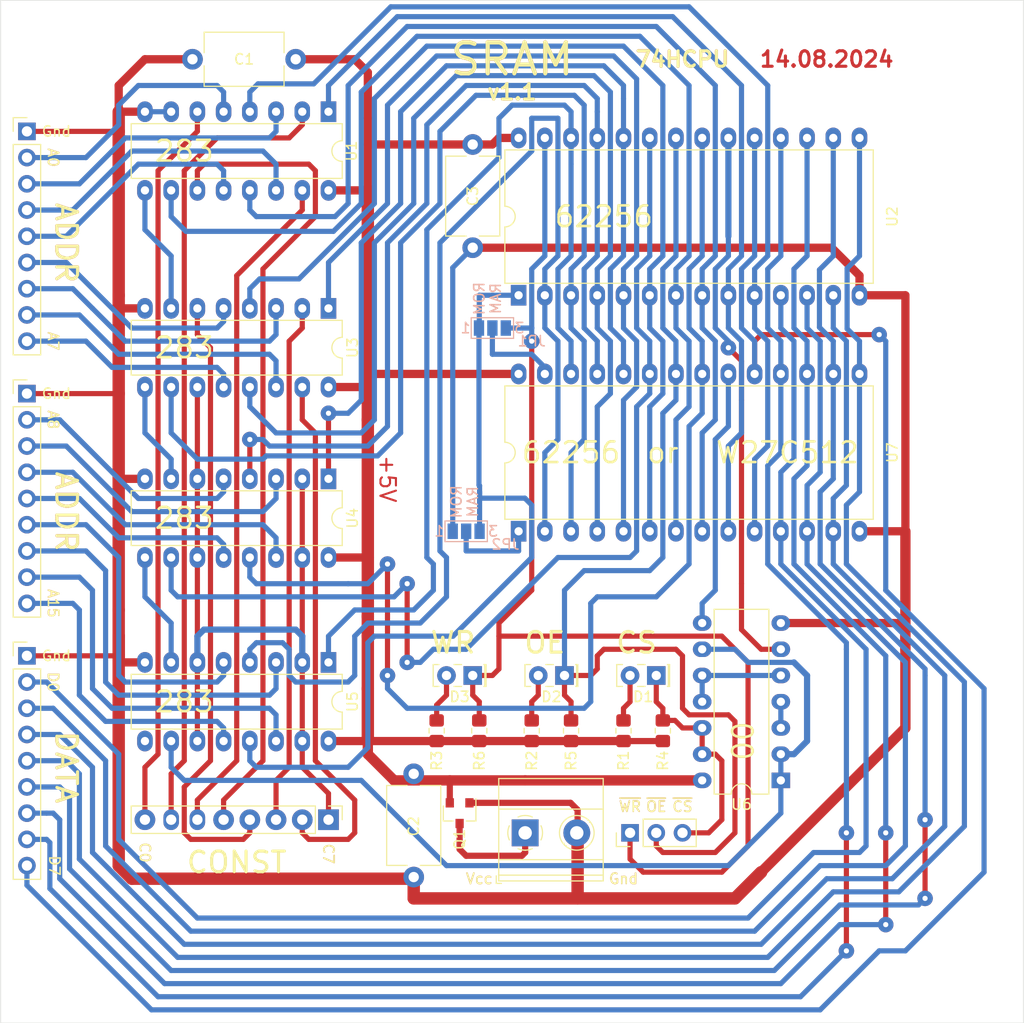
<source format=kicad_pcb>
(kicad_pcb (version 20171130) (host pcbnew "(5.1.8)-1")

  (general
    (thickness 1.6)
    (drawings 64)
    (tracks 790)
    (zones 0)
    (modules 32)
    (nets 68)
  )

  (page A4 portrait)
  (layers
    (0 F.Cu signal)
    (31 B.Cu signal)
    (32 B.Adhes user)
    (33 F.Adhes user)
    (34 B.Paste user)
    (35 F.Paste user)
    (36 B.SilkS user)
    (37 F.SilkS user)
    (38 B.Mask user)
    (39 F.Mask user)
    (40 Dwgs.User user)
    (41 Cmts.User user)
    (42 Eco1.User user)
    (43 Eco2.User user)
    (44 Edge.Cuts user)
    (45 Margin user)
    (46 B.CrtYd user)
    (47 F.CrtYd user)
    (48 B.Fab user)
    (49 F.Fab user)
  )

  (setup
    (last_trace_width 0.5)
    (user_trace_width 0.5)
    (user_trace_width 0.6)
    (user_trace_width 0.8)
    (user_trace_width 1)
    (user_trace_width 1.2)
    (trace_clearance 0.2)
    (zone_clearance 0.508)
    (zone_45_only no)
    (trace_min 0.2)
    (via_size 0.8)
    (via_drill 0.4)
    (via_min_size 0.4)
    (via_min_drill 0.3)
    (user_via 1.5 0.5)
    (uvia_size 0.3)
    (uvia_drill 0.1)
    (uvias_allowed no)
    (uvia_min_size 0.2)
    (uvia_min_drill 0.1)
    (edge_width 0.05)
    (segment_width 0.2)
    (pcb_text_width 0.3)
    (pcb_text_size 1.5 1.5)
    (mod_edge_width 0.12)
    (mod_text_size 1 1)
    (mod_text_width 0.15)
    (pad_size 2 1.5)
    (pad_drill 1)
    (pad_to_mask_clearance 0)
    (aux_axis_origin 12.7 12.7)
    (visible_elements 7FFFFFFF)
    (pcbplotparams
      (layerselection 0x010f0_ffffffff)
      (usegerberextensions false)
      (usegerberattributes false)
      (usegerberadvancedattributes false)
      (creategerberjobfile false)
      (excludeedgelayer true)
      (linewidth 0.100000)
      (plotframeref false)
      (viasonmask false)
      (mode 1)
      (useauxorigin true)
      (hpglpennumber 1)
      (hpglpenspeed 20)
      (hpglpendiameter 15.000000)
      (psnegative false)
      (psa4output false)
      (plotreference true)
      (plotvalue true)
      (plotinvisibletext false)
      (padsonsilk false)
      (subtractmaskfromsilk false)
      (outputformat 1)
      (mirror false)
      (drillshape 0)
      (scaleselection 1)
      (outputdirectory "gerber/"))
  )

  (net 0 "")
  (net 1 VCC)
  (net 2 GND)
  (net 3 /A7)
  (net 4 /A6)
  (net 5 /A5)
  (net 6 /A4)
  (net 7 /A3)
  (net 8 /A2)
  (net 9 /A1)
  (net 10 /A0)
  (net 11 /A8)
  (net 12 /A9)
  (net 13 /A10)
  (net 14 /A11)
  (net 15 /A12)
  (net 16 /A13)
  (net 17 /A14)
  (net 18 /A15)
  (net 19 /D7)
  (net 20 /D6)
  (net 21 /D5)
  (net 22 /D4)
  (net 23 /D3)
  (net 24 /D2)
  (net 25 /D1)
  (net 26 /D0)
  (net 27 /~CS)
  (net 28 /~OE)
  (net 29 /~WR)
  (net 30 /C0)
  (net 31 /C1)
  (net 32 /C2)
  (net 33 /C3)
  (net 34 /C4)
  (net 35 /C5)
  (net 36 /C6)
  (net 37 /C7)
  (net 38 "Net-(U1-Pad9)")
  (net 39 "Net-(U3-Pad9)")
  (net 40 "Net-(U4-Pad9)")
  (net 41 "Net-(U5-Pad10)")
  (net 42 "Net-(U5-Pad9)")
  (net 43 "Net-(D1-Pad2)")
  (net 44 "Net-(D2-Pad2)")
  (net 45 "Net-(D3-Pad2)")
  (net 46 /AD1)
  (net 47 /AD3)
  (net 48 /AD0)
  (net 49 /AD2)
  (net 50 /AD14)
  (net 51 /AD12)
  (net 52 /AD7)
  (net 53 /AD6)
  (net 54 /AD5)
  (net 55 /AD4)
  (net 56 /~CS1)
  (net 57 /AD10)
  (net 58 /AD11)
  (net 59 /AD9)
  (net 60 /AD8)
  (net 61 /AD13)
  (net 62 "Net-(U6-Pad10)")
  (net 63 /~CS2)
  (net 64 "Net-(U6-Pad3)")
  (net 65 "Net-(JP1-Pad2)")
  (net 66 "Net-(JP2-Pad2)")
  (net 67 "Net-(J6-Pad1)")

  (net_class Default "This is the default net class."
    (clearance 0.2)
    (trace_width 0.5)
    (via_dia 0.8)
    (via_drill 0.4)
    (uvia_dia 0.3)
    (uvia_drill 0.1)
    (add_net /A0)
    (add_net /A1)
    (add_net /A10)
    (add_net /A11)
    (add_net /A12)
    (add_net /A13)
    (add_net /A14)
    (add_net /A15)
    (add_net /A2)
    (add_net /A3)
    (add_net /A4)
    (add_net /A5)
    (add_net /A6)
    (add_net /A7)
    (add_net /A8)
    (add_net /A9)
    (add_net /AD0)
    (add_net /AD1)
    (add_net /AD10)
    (add_net /AD11)
    (add_net /AD12)
    (add_net /AD13)
    (add_net /AD14)
    (add_net /AD2)
    (add_net /AD3)
    (add_net /AD4)
    (add_net /AD5)
    (add_net /AD6)
    (add_net /AD7)
    (add_net /AD8)
    (add_net /AD9)
    (add_net /C0)
    (add_net /C1)
    (add_net /C2)
    (add_net /C3)
    (add_net /C4)
    (add_net /C5)
    (add_net /C6)
    (add_net /C7)
    (add_net /D0)
    (add_net /D1)
    (add_net /D2)
    (add_net /D3)
    (add_net /D4)
    (add_net /D5)
    (add_net /D6)
    (add_net /D7)
    (add_net /~CS)
    (add_net /~CS1)
    (add_net /~CS2)
    (add_net /~OE)
    (add_net /~WR)
    (add_net GND)
    (add_net "Net-(D1-Pad2)")
    (add_net "Net-(D2-Pad2)")
    (add_net "Net-(D3-Pad2)")
    (add_net "Net-(J6-Pad1)")
    (add_net "Net-(JP1-Pad2)")
    (add_net "Net-(JP2-Pad2)")
    (add_net "Net-(U1-Pad9)")
    (add_net "Net-(U3-Pad9)")
    (add_net "Net-(U4-Pad9)")
    (add_net "Net-(U5-Pad10)")
    (add_net "Net-(U5-Pad9)")
    (add_net "Net-(U6-Pad10)")
    (add_net "Net-(U6-Pad3)")
    (add_net VCC)
  )

  (module Connector_PinHeader_2.54mm:PinHeader_1x09_P2.54mm_Vertical (layer F.Cu) (tedit 59FED5CC) (tstamp 66A4072F)
    (at 15.24 76.2)
    (descr "Through hole straight pin header, 1x09, 2.54mm pitch, single row")
    (tags "Through hole pin header THT 1x09 2.54mm single row")
    (path /66A61404)
    (fp_text reference J3 (at 0 -2.33) (layer F.SilkS) hide
      (effects (font (size 1 1) (thickness 0.15)))
    )
    (fp_text value Conn_01x09_Male (at -1.27 11.43 90) (layer F.Fab)
      (effects (font (size 1 1) (thickness 0.15)))
    )
    (fp_line (start 1.8 -1.8) (end -1.8 -1.8) (layer F.CrtYd) (width 0.05))
    (fp_line (start 1.8 22.1) (end 1.8 -1.8) (layer F.CrtYd) (width 0.05))
    (fp_line (start -1.8 22.1) (end 1.8 22.1) (layer F.CrtYd) (width 0.05))
    (fp_line (start -1.8 -1.8) (end -1.8 22.1) (layer F.CrtYd) (width 0.05))
    (fp_line (start -1.33 -1.33) (end 0 -1.33) (layer F.SilkS) (width 0.12))
    (fp_line (start -1.33 0) (end -1.33 -1.33) (layer F.SilkS) (width 0.12))
    (fp_line (start -1.33 1.27) (end 1.33 1.27) (layer F.SilkS) (width 0.12))
    (fp_line (start 1.33 1.27) (end 1.33 21.65) (layer F.SilkS) (width 0.12))
    (fp_line (start -1.33 1.27) (end -1.33 21.65) (layer F.SilkS) (width 0.12))
    (fp_line (start -1.33 21.65) (end 1.33 21.65) (layer F.SilkS) (width 0.12))
    (fp_line (start -1.27 -0.635) (end -0.635 -1.27) (layer F.Fab) (width 0.1))
    (fp_line (start -1.27 21.59) (end -1.27 -0.635) (layer F.Fab) (width 0.1))
    (fp_line (start 1.27 21.59) (end -1.27 21.59) (layer F.Fab) (width 0.1))
    (fp_line (start 1.27 -1.27) (end 1.27 21.59) (layer F.Fab) (width 0.1))
    (fp_line (start -0.635 -1.27) (end 1.27 -1.27) (layer F.Fab) (width 0.1))
    (fp_text user %R (at 0 10.16 90) (layer F.Fab)
      (effects (font (size 1 1) (thickness 0.15)))
    )
    (pad 9 thru_hole oval (at 0 20.32) (size 1.7 1.7) (drill 1) (layers *.Cu *.Mask)
      (net 19 /D7))
    (pad 8 thru_hole oval (at 0 17.78) (size 1.7 1.7) (drill 1) (layers *.Cu *.Mask)
      (net 20 /D6))
    (pad 7 thru_hole oval (at 0 15.24) (size 1.7 1.7) (drill 1) (layers *.Cu *.Mask)
      (net 21 /D5))
    (pad 6 thru_hole oval (at 0 12.7) (size 1.7 1.7) (drill 1) (layers *.Cu *.Mask)
      (net 22 /D4))
    (pad 5 thru_hole oval (at 0 10.16) (size 1.7 1.7) (drill 1) (layers *.Cu *.Mask)
      (net 23 /D3))
    (pad 4 thru_hole oval (at 0 7.62) (size 1.7 1.7) (drill 1) (layers *.Cu *.Mask)
      (net 24 /D2))
    (pad 3 thru_hole oval (at 0 5.08) (size 1.7 1.7) (drill 1) (layers *.Cu *.Mask)
      (net 25 /D1))
    (pad 2 thru_hole oval (at 0 2.54) (size 1.7 1.7) (drill 1) (layers *.Cu *.Mask)
      (net 26 /D0))
    (pad 1 thru_hole rect (at 0 0) (size 1.7 1.7) (drill 1) (layers *.Cu *.Mask)
      (net 2 GND))
    (model ${KISYS3DMOD}/Connector_PinHeader_2.54mm.3dshapes/PinHeader_1x09_P2.54mm_Vertical.wrl
      (at (xyz 0 0 0))
      (scale (xyz 1 1 1))
      (rotate (xyz 0 0 0))
    )
  )

  (module Connector_PinHeader_2.54mm:PinHeader_1x09_P2.54mm_Vertical (layer F.Cu) (tedit 59FED5CC) (tstamp 66A40712)
    (at 15.24 50.8)
    (descr "Through hole straight pin header, 1x09, 2.54mm pitch, single row")
    (tags "Through hole pin header THT 1x09 2.54mm single row")
    (path /66A5DBC4)
    (fp_text reference J2 (at 0 -2.33) (layer F.SilkS) hide
      (effects (font (size 1 1) (thickness 0.15)))
    )
    (fp_text value Conn_01x09_Male (at -1.27 11.43 90) (layer F.Fab)
      (effects (font (size 1 1) (thickness 0.15)))
    )
    (fp_line (start 1.8 -1.8) (end -1.8 -1.8) (layer F.CrtYd) (width 0.05))
    (fp_line (start 1.8 22.1) (end 1.8 -1.8) (layer F.CrtYd) (width 0.05))
    (fp_line (start -1.8 22.1) (end 1.8 22.1) (layer F.CrtYd) (width 0.05))
    (fp_line (start -1.8 -1.8) (end -1.8 22.1) (layer F.CrtYd) (width 0.05))
    (fp_line (start -1.33 -1.33) (end 0 -1.33) (layer F.SilkS) (width 0.12))
    (fp_line (start -1.33 0) (end -1.33 -1.33) (layer F.SilkS) (width 0.12))
    (fp_line (start -1.33 1.27) (end 1.33 1.27) (layer F.SilkS) (width 0.12))
    (fp_line (start 1.33 1.27) (end 1.33 21.65) (layer F.SilkS) (width 0.12))
    (fp_line (start -1.33 1.27) (end -1.33 21.65) (layer F.SilkS) (width 0.12))
    (fp_line (start -1.33 21.65) (end 1.33 21.65) (layer F.SilkS) (width 0.12))
    (fp_line (start -1.27 -0.635) (end -0.635 -1.27) (layer F.Fab) (width 0.1))
    (fp_line (start -1.27 21.59) (end -1.27 -0.635) (layer F.Fab) (width 0.1))
    (fp_line (start 1.27 21.59) (end -1.27 21.59) (layer F.Fab) (width 0.1))
    (fp_line (start 1.27 -1.27) (end 1.27 21.59) (layer F.Fab) (width 0.1))
    (fp_line (start -0.635 -1.27) (end 1.27 -1.27) (layer F.Fab) (width 0.1))
    (fp_text user %R (at 0 10.16 90) (layer F.Fab)
      (effects (font (size 1 1) (thickness 0.15)))
    )
    (pad 9 thru_hole oval (at 0 20.32) (size 1.7 1.7) (drill 1) (layers *.Cu *.Mask)
      (net 18 /A15))
    (pad 8 thru_hole oval (at 0 17.78) (size 1.7 1.7) (drill 1) (layers *.Cu *.Mask)
      (net 17 /A14))
    (pad 7 thru_hole oval (at 0 15.24) (size 1.7 1.7) (drill 1) (layers *.Cu *.Mask)
      (net 16 /A13))
    (pad 6 thru_hole oval (at 0 12.7) (size 1.7 1.7) (drill 1) (layers *.Cu *.Mask)
      (net 15 /A12))
    (pad 5 thru_hole oval (at 0 10.16) (size 1.7 1.7) (drill 1) (layers *.Cu *.Mask)
      (net 14 /A11))
    (pad 4 thru_hole oval (at 0 7.62) (size 1.7 1.7) (drill 1) (layers *.Cu *.Mask)
      (net 13 /A10))
    (pad 3 thru_hole oval (at 0 5.08) (size 1.7 1.7) (drill 1) (layers *.Cu *.Mask)
      (net 12 /A9))
    (pad 2 thru_hole oval (at 0 2.54) (size 1.7 1.7) (drill 1) (layers *.Cu *.Mask)
      (net 11 /A8))
    (pad 1 thru_hole rect (at 0 0) (size 1.7 1.7) (drill 1) (layers *.Cu *.Mask)
      (net 2 GND))
    (model ${KISYS3DMOD}/Connector_PinHeader_2.54mm.3dshapes/PinHeader_1x09_P2.54mm_Vertical.wrl
      (at (xyz 0 0 0))
      (scale (xyz 1 1 1))
      (rotate (xyz 0 0 0))
    )
  )

  (module Connector_PinHeader_2.54mm:PinHeader_1x09_P2.54mm_Vertical (layer F.Cu) (tedit 59FED5CC) (tstamp 66A406F5)
    (at 15.24 25.4)
    (descr "Through hole straight pin header, 1x09, 2.54mm pitch, single row")
    (tags "Through hole pin header THT 1x09 2.54mm single row")
    (path /66A51CBB)
    (fp_text reference J1 (at 0 -2.33) (layer F.SilkS) hide
      (effects (font (size 1 1) (thickness 0.15)))
    )
    (fp_text value Conn_01x09_Male (at -1.27 10.16 90) (layer F.Fab)
      (effects (font (size 1 1) (thickness 0.15)))
    )
    (fp_line (start 1.8 -1.8) (end -1.8 -1.8) (layer F.CrtYd) (width 0.05))
    (fp_line (start 1.8 22.1) (end 1.8 -1.8) (layer F.CrtYd) (width 0.05))
    (fp_line (start -1.8 22.1) (end 1.8 22.1) (layer F.CrtYd) (width 0.05))
    (fp_line (start -1.8 -1.8) (end -1.8 22.1) (layer F.CrtYd) (width 0.05))
    (fp_line (start -1.33 -1.33) (end 0 -1.33) (layer F.SilkS) (width 0.12))
    (fp_line (start -1.33 0) (end -1.33 -1.33) (layer F.SilkS) (width 0.12))
    (fp_line (start -1.33 1.27) (end 1.33 1.27) (layer F.SilkS) (width 0.12))
    (fp_line (start 1.33 1.27) (end 1.33 21.65) (layer F.SilkS) (width 0.12))
    (fp_line (start -1.33 1.27) (end -1.33 21.65) (layer F.SilkS) (width 0.12))
    (fp_line (start -1.33 21.65) (end 1.33 21.65) (layer F.SilkS) (width 0.12))
    (fp_line (start -1.27 -0.635) (end -0.635 -1.27) (layer F.Fab) (width 0.1))
    (fp_line (start -1.27 21.59) (end -1.27 -0.635) (layer F.Fab) (width 0.1))
    (fp_line (start 1.27 21.59) (end -1.27 21.59) (layer F.Fab) (width 0.1))
    (fp_line (start 1.27 -1.27) (end 1.27 21.59) (layer F.Fab) (width 0.1))
    (fp_line (start -0.635 -1.27) (end 1.27 -1.27) (layer F.Fab) (width 0.1))
    (fp_text user %R (at 0 10.16 90) (layer F.Fab)
      (effects (font (size 1 1) (thickness 0.15)))
    )
    (pad 9 thru_hole oval (at 0 20.32) (size 1.7 1.7) (drill 1) (layers *.Cu *.Mask)
      (net 3 /A7))
    (pad 8 thru_hole oval (at 0 17.78) (size 1.7 1.7) (drill 1) (layers *.Cu *.Mask)
      (net 4 /A6))
    (pad 7 thru_hole oval (at 0 15.24) (size 1.7 1.7) (drill 1) (layers *.Cu *.Mask)
      (net 5 /A5))
    (pad 6 thru_hole oval (at 0 12.7) (size 1.7 1.7) (drill 1) (layers *.Cu *.Mask)
      (net 6 /A4))
    (pad 5 thru_hole oval (at 0 10.16) (size 1.7 1.7) (drill 1) (layers *.Cu *.Mask)
      (net 7 /A3))
    (pad 4 thru_hole oval (at 0 7.62) (size 1.7 1.7) (drill 1) (layers *.Cu *.Mask)
      (net 8 /A2))
    (pad 3 thru_hole oval (at 0 5.08) (size 1.7 1.7) (drill 1) (layers *.Cu *.Mask)
      (net 9 /A1))
    (pad 2 thru_hole oval (at 0 2.54) (size 1.7 1.7) (drill 1) (layers *.Cu *.Mask)
      (net 10 /A0))
    (pad 1 thru_hole rect (at 0 0) (size 1.7 1.7) (drill 1) (layers *.Cu *.Mask)
      (net 2 GND))
    (model ${KISYS3DMOD}/Connector_PinHeader_2.54mm.3dshapes/PinHeader_1x09_P2.54mm_Vertical.wrl
      (at (xyz 0 0 0))
      (scale (xyz 1 1 1))
      (rotate (xyz 0 0 0))
    )
  )

  (module TerminalBlock_Phoenix:TerminalBlock_Phoenix_MKDS-1,5-2_1x02_P5.00mm_Horizontal (layer F.Cu) (tedit 5B294EE5) (tstamp 669F0339)
    (at 63.5 93.345)
    (descr "Terminal Block Phoenix MKDS-1,5-2, 2 pins, pitch 5mm, size 10x9.8mm^2, drill diamater 1.3mm, pad diameter 2.6mm, see http://www.farnell.com/datasheets/100425.pdf, script-generated using https://github.com/pointhi/kicad-footprint-generator/scripts/TerminalBlock_Phoenix")
    (tags "THT Terminal Block Phoenix MKDS-1,5-2 pitch 5mm size 10x9.8mm^2 drill 1.3mm pad 2.6mm")
    (path /669F52FC)
    (fp_text reference J6 (at 2.5 -3.81) (layer F.SilkS) hide
      (effects (font (size 1 1) (thickness 0.15)))
    )
    (fp_text value Screw_Terminal_01x02 (at 2.5 5.66) (layer F.Fab)
      (effects (font (size 1 1) (thickness 0.15)))
    )
    (fp_line (start 8 -5.71) (end -3 -5.71) (layer F.CrtYd) (width 0.05))
    (fp_line (start 8 5.1) (end 8 -5.71) (layer F.CrtYd) (width 0.05))
    (fp_line (start -3 5.1) (end 8 5.1) (layer F.CrtYd) (width 0.05))
    (fp_line (start -3 -5.71) (end -3 5.1) (layer F.CrtYd) (width 0.05))
    (fp_line (start -2.8 4.9) (end -2.3 4.9) (layer F.SilkS) (width 0.12))
    (fp_line (start -2.8 4.16) (end -2.8 4.9) (layer F.SilkS) (width 0.12))
    (fp_line (start 3.773 1.023) (end 3.726 1.069) (layer F.SilkS) (width 0.12))
    (fp_line (start 6.07 -1.275) (end 6.035 -1.239) (layer F.SilkS) (width 0.12))
    (fp_line (start 3.966 1.239) (end 3.931 1.274) (layer F.SilkS) (width 0.12))
    (fp_line (start 6.275 -1.069) (end 6.228 -1.023) (layer F.SilkS) (width 0.12))
    (fp_line (start 5.955 -1.138) (end 3.863 0.955) (layer F.Fab) (width 0.1))
    (fp_line (start 6.138 -0.955) (end 4.046 1.138) (layer F.Fab) (width 0.1))
    (fp_line (start 0.955 -1.138) (end -1.138 0.955) (layer F.Fab) (width 0.1))
    (fp_line (start 1.138 -0.955) (end -0.955 1.138) (layer F.Fab) (width 0.1))
    (fp_line (start 7.56 -5.261) (end 7.56 4.66) (layer F.SilkS) (width 0.12))
    (fp_line (start -2.56 -5.261) (end -2.56 4.66) (layer F.SilkS) (width 0.12))
    (fp_line (start -2.56 4.66) (end 7.56 4.66) (layer F.SilkS) (width 0.12))
    (fp_line (start -2.56 -5.261) (end 7.56 -5.261) (layer F.SilkS) (width 0.12))
    (fp_line (start -2.56 -2.301) (end 7.56 -2.301) (layer F.SilkS) (width 0.12))
    (fp_line (start -2.5 -2.3) (end 7.5 -2.3) (layer F.Fab) (width 0.1))
    (fp_line (start -2.56 2.6) (end 7.56 2.6) (layer F.SilkS) (width 0.12))
    (fp_line (start -2.5 2.6) (end 7.5 2.6) (layer F.Fab) (width 0.1))
    (fp_line (start -2.56 4.1) (end 7.56 4.1) (layer F.SilkS) (width 0.12))
    (fp_line (start -2.5 4.1) (end 7.5 4.1) (layer F.Fab) (width 0.1))
    (fp_line (start -2.5 4.1) (end -2.5 -5.2) (layer F.Fab) (width 0.1))
    (fp_line (start -2 4.6) (end -2.5 4.1) (layer F.Fab) (width 0.1))
    (fp_line (start 7.5 4.6) (end -2 4.6) (layer F.Fab) (width 0.1))
    (fp_line (start 7.5 -5.2) (end 7.5 4.6) (layer F.Fab) (width 0.1))
    (fp_line (start -2.5 -5.2) (end 7.5 -5.2) (layer F.Fab) (width 0.1))
    (fp_circle (center 5 0) (end 6.68 0) (layer F.SilkS) (width 0.12))
    (fp_circle (center 5 0) (end 6.5 0) (layer F.Fab) (width 0.1))
    (fp_circle (center 0 0) (end 1.5 0) (layer F.Fab) (width 0.1))
    (fp_text user %R (at 2.5 3.2) (layer F.Fab)
      (effects (font (size 1 1) (thickness 0.15)))
    )
    (fp_arc (start 0 0) (end -0.684 1.535) (angle -25) (layer F.SilkS) (width 0.12))
    (fp_arc (start 0 0) (end -1.535 -0.684) (angle -48) (layer F.SilkS) (width 0.12))
    (fp_arc (start 0 0) (end 0.684 -1.535) (angle -48) (layer F.SilkS) (width 0.12))
    (fp_arc (start 0 0) (end 1.535 0.684) (angle -48) (layer F.SilkS) (width 0.12))
    (fp_arc (start 0 0) (end 0 1.68) (angle -24) (layer F.SilkS) (width 0.12))
    (pad 2 thru_hole circle (at 5 0) (size 2.6 2.6) (drill 1.3) (layers *.Cu *.Mask)
      (net 2 GND))
    (pad 1 thru_hole rect (at 0 0) (size 2.6 2.6) (drill 1.3) (layers *.Cu *.Mask)
      (net 67 "Net-(J6-Pad1)"))
    (model ${KISYS3DMOD}/TerminalBlock_Phoenix.3dshapes/TerminalBlock_Phoenix_MKDS-1,5-2_1x02_P5.00mm_Horizontal.wrl
      (at (xyz 0 0 0))
      (scale (xyz 1 1 1))
      (rotate (xyz 0 0 0))
    )
  )

  (module Connector_PinHeader_2.54mm:PinHeader_1x03_P2.54mm_Vertical (layer F.Cu) (tedit 59FED5CC) (tstamp 669F02D7)
    (at 73.66 93.345 90)
    (descr "Through hole straight pin header, 1x03, 2.54mm pitch, single row")
    (tags "Through hole pin header THT 1x03 2.54mm single row")
    (path /66A40C29)
    (fp_text reference J4 (at 0 -2.33 90) (layer F.SilkS) hide
      (effects (font (size 1 1) (thickness 0.15)))
    )
    (fp_text value Conn_01x03_Male (at 0 7.41 90) (layer F.Fab)
      (effects (font (size 1 1) (thickness 0.15)))
    )
    (fp_line (start 1.8 -1.8) (end -1.8 -1.8) (layer F.CrtYd) (width 0.05))
    (fp_line (start 1.8 6.85) (end 1.8 -1.8) (layer F.CrtYd) (width 0.05))
    (fp_line (start -1.8 6.85) (end 1.8 6.85) (layer F.CrtYd) (width 0.05))
    (fp_line (start -1.8 -1.8) (end -1.8 6.85) (layer F.CrtYd) (width 0.05))
    (fp_line (start -1.33 -1.33) (end 0 -1.33) (layer F.SilkS) (width 0.12))
    (fp_line (start -1.33 0) (end -1.33 -1.33) (layer F.SilkS) (width 0.12))
    (fp_line (start -1.33 1.27) (end 1.33 1.27) (layer F.SilkS) (width 0.12))
    (fp_line (start 1.33 1.27) (end 1.33 6.41) (layer F.SilkS) (width 0.12))
    (fp_line (start -1.33 1.27) (end -1.33 6.41) (layer F.SilkS) (width 0.12))
    (fp_line (start -1.33 6.41) (end 1.33 6.41) (layer F.SilkS) (width 0.12))
    (fp_line (start -1.27 -0.635) (end -0.635 -1.27) (layer F.Fab) (width 0.1))
    (fp_line (start -1.27 6.35) (end -1.27 -0.635) (layer F.Fab) (width 0.1))
    (fp_line (start 1.27 6.35) (end -1.27 6.35) (layer F.Fab) (width 0.1))
    (fp_line (start 1.27 -1.27) (end 1.27 6.35) (layer F.Fab) (width 0.1))
    (fp_line (start -0.635 -1.27) (end 1.27 -1.27) (layer F.Fab) (width 0.1))
    (fp_text user %R (at 0 2.54) (layer F.Fab)
      (effects (font (size 1 1) (thickness 0.15)))
    )
    (pad 3 thru_hole oval (at 0 5.08 90) (size 1.7 1.7) (drill 1) (layers *.Cu *.Mask)
      (net 27 /~CS))
    (pad 2 thru_hole oval (at 0 2.54 90) (size 1.7 1.7) (drill 1) (layers *.Cu *.Mask)
      (net 28 /~OE))
    (pad 1 thru_hole rect (at 0 0 90) (size 1.7 1.7) (drill 1) (layers *.Cu *.Mask)
      (net 29 /~WR))
    (model ${KISYS3DMOD}/Connector_PinHeader_2.54mm.3dshapes/PinHeader_1x03_P2.54mm_Vertical.wrl
      (at (xyz 0 0 0))
      (scale (xyz 1 1 1))
      (rotate (xyz 0 0 0))
    )
  )

  (module Package_TO_SOT_SMD:SOT-23 (layer F.Cu) (tedit 5A02FF57) (tstamp 64C03880)
    (at 57.15 91.44 270)
    (descr "SOT-23, Standard")
    (tags SOT-23)
    (path /64C0CC9D)
    (attr smd)
    (fp_text reference Q1 (at 2.54 0 90) (layer F.SilkS)
      (effects (font (size 1 1) (thickness 0.15)))
    )
    (fp_text value IRLML5203 (at 0 2.5 90) (layer F.Fab)
      (effects (font (size 1 1) (thickness 0.15)))
    )
    (fp_line (start -0.7 -0.95) (end -0.7 1.5) (layer F.Fab) (width 0.1))
    (fp_line (start -0.15 -1.52) (end 0.7 -1.52) (layer F.Fab) (width 0.1))
    (fp_line (start -0.7 -0.95) (end -0.15 -1.52) (layer F.Fab) (width 0.1))
    (fp_line (start 0.7 -1.52) (end 0.7 1.52) (layer F.Fab) (width 0.1))
    (fp_line (start -0.7 1.52) (end 0.7 1.52) (layer F.Fab) (width 0.1))
    (fp_line (start 0.76 1.58) (end 0.76 0.65) (layer F.SilkS) (width 0.12))
    (fp_line (start 0.76 -1.58) (end 0.76 -0.65) (layer F.SilkS) (width 0.12))
    (fp_line (start -1.7 -1.75) (end 1.7 -1.75) (layer F.CrtYd) (width 0.05))
    (fp_line (start 1.7 -1.75) (end 1.7 1.75) (layer F.CrtYd) (width 0.05))
    (fp_line (start 1.7 1.75) (end -1.7 1.75) (layer F.CrtYd) (width 0.05))
    (fp_line (start -1.7 1.75) (end -1.7 -1.75) (layer F.CrtYd) (width 0.05))
    (fp_line (start 0.76 -1.58) (end -1.4 -1.58) (layer F.SilkS) (width 0.12))
    (fp_line (start 0.76 1.58) (end -0.7 1.58) (layer F.SilkS) (width 0.12))
    (fp_text user %R (at 0 0) (layer F.Fab)
      (effects (font (size 0.5 0.5) (thickness 0.075)))
    )
    (pad 3 smd rect (at 1 0 270) (size 0.9 0.8) (layers F.Cu F.Paste F.Mask)
      (net 67 "Net-(J6-Pad1)"))
    (pad 2 smd rect (at -1 0.95 270) (size 0.9 0.8) (layers F.Cu F.Paste F.Mask)
      (net 1 VCC))
    (pad 1 smd rect (at -1 -0.95 270) (size 0.9 0.8) (layers F.Cu F.Paste F.Mask)
      (net 2 GND))
    (model ${KISYS3DMOD}/Package_TO_SOT_SMD.3dshapes/SOT-23.wrl
      (at (xyz 0 0 0))
      (scale (xyz 1 1 1))
      (rotate (xyz 0 0 0))
    )
  )

  (module Jumper:SolderJumper-3_P1.3mm_Open_Pad1.0x1.5mm_NumberLabels (layer B.Cu) (tedit 5A3F6CCC) (tstamp 66A2D0BA)
    (at 57.785 64.135)
    (descr "SMD Solder Jumper, 1x1.5mm Pads, 0.3mm gap, open, labeled with numbers")
    (tags "solder jumper open")
    (path /6498D6B9)
    (attr virtual)
    (fp_text reference JP2 (at 3.81 1.27 180) (layer B.SilkS)
      (effects (font (size 1 1) (thickness 0.15)) (justify mirror))
    )
    (fp_text value SolderJumper_3_Bridged12 (at 0 -1.9 180) (layer B.Fab)
      (effects (font (size 1 1) (thickness 0.15)) (justify mirror))
    )
    (fp_line (start -2.05 -1) (end -2.05 1) (layer B.SilkS) (width 0.12))
    (fp_line (start 2.05 -1) (end -2.05 -1) (layer B.SilkS) (width 0.12))
    (fp_line (start 2.05 1) (end 2.05 -1) (layer B.SilkS) (width 0.12))
    (fp_line (start -2.05 1) (end 2.05 1) (layer B.SilkS) (width 0.12))
    (fp_line (start -2.3 1.25) (end 2.3 1.25) (layer B.CrtYd) (width 0.05))
    (fp_line (start -2.3 1.25) (end -2.3 -1.25) (layer B.CrtYd) (width 0.05))
    (fp_line (start 2.3 -1.25) (end 2.3 1.25) (layer B.CrtYd) (width 0.05))
    (fp_line (start 2.3 -1.25) (end -2.3 -1.25) (layer B.CrtYd) (width 0.05))
    (fp_text user 1 (at -2.6 0 180) (layer B.SilkS)
      (effects (font (size 1 1) (thickness 0.15)) (justify mirror))
    )
    (fp_text user 3 (at 2.6 0 180) (layer B.SilkS)
      (effects (font (size 1 1) (thickness 0.15)) (justify mirror))
    )
    (pad 1 smd rect (at -1.3 0) (size 1 1.5) (layers B.Cu B.Mask)
      (net 2 GND))
    (pad 2 smd rect (at 0 0) (size 1 1.5) (layers B.Cu B.Mask)
      (net 66 "Net-(JP2-Pad2)"))
    (pad 3 smd rect (at 1.3 0) (size 1 1.5) (layers B.Cu B.Mask)
      (net 50 /AD14))
  )

  (module Jumper:SolderJumper-3_P1.3mm_Open_Pad1.0x1.5mm_NumberLabels (layer B.Cu) (tedit 5A3F6CCC) (tstamp 66A2D08A)
    (at 60.325 44.45)
    (descr "SMD Solder Jumper, 1x1.5mm Pads, 0.3mm gap, open, labeled with numbers")
    (tags "solder jumper open")
    (path /6493CF9E)
    (attr virtual)
    (fp_text reference JP1 (at 3.81 1.27 180) (layer B.SilkS)
      (effects (font (size 1 1) (thickness 0.15)) (justify mirror))
    )
    (fp_text value SolderJumper_3_Bridged12 (at 0 -1.9 180) (layer B.Fab)
      (effects (font (size 1 1) (thickness 0.15)) (justify mirror))
    )
    (fp_line (start -2.05 -1) (end -2.05 1) (layer B.SilkS) (width 0.12))
    (fp_line (start 2.05 -1) (end -2.05 -1) (layer B.SilkS) (width 0.12))
    (fp_line (start 2.05 1) (end 2.05 -1) (layer B.SilkS) (width 0.12))
    (fp_line (start -2.05 1) (end 2.05 1) (layer B.SilkS) (width 0.12))
    (fp_line (start -2.3 1.25) (end 2.3 1.25) (layer B.CrtYd) (width 0.05))
    (fp_line (start -2.3 1.25) (end -2.3 -1.25) (layer B.CrtYd) (width 0.05))
    (fp_line (start 2.3 -1.25) (end 2.3 1.25) (layer B.CrtYd) (width 0.05))
    (fp_line (start 2.3 -1.25) (end -2.3 -1.25) (layer B.CrtYd) (width 0.05))
    (fp_text user 1 (at -2.6 0 180) (layer B.SilkS)
      (effects (font (size 1 1) (thickness 0.15)) (justify mirror))
    )
    (fp_text user 3 (at 2.6 0 180) (layer B.SilkS)
      (effects (font (size 1 1) (thickness 0.15)) (justify mirror))
    )
    (pad 1 smd rect (at -1.3 0) (size 1 1.5) (layers B.Cu B.Mask)
      (net 50 /AD14))
    (pad 2 smd rect (at 0 0) (size 1 1.5) (layers B.Cu B.Mask)
      (net 65 "Net-(JP1-Pad2)"))
    (pad 3 smd rect (at 1.3 0) (size 1 1.5) (layers B.Cu B.Mask)
      (net 29 /~WR))
  )

  (module Capacitor_THT:C_Disc_D7.5mm_W5.0mm_P10.00mm (layer F.Cu) (tedit 5AE50EF0) (tstamp 66A2D0EE)
    (at 58.42 26.67 270)
    (descr "C, Disc series, Radial, pin pitch=10.00mm, , diameter*width=7.5*5.0mm^2, Capacitor, http://www.vishay.com/docs/28535/vy2series.pdf")
    (tags "C Disc series Radial pin pitch 10.00mm  diameter 7.5mm width 5.0mm Capacitor")
    (path /64941C17)
    (fp_text reference C3 (at 5 0 90) (layer F.SilkS)
      (effects (font (size 1 1) (thickness 0.15)))
    )
    (fp_text value 0.1uF (at 5 1.5875 90) (layer F.Fab)
      (effects (font (size 1 1) (thickness 0.15)))
    )
    (fp_line (start 11.25 -2.75) (end -1.25 -2.75) (layer F.CrtYd) (width 0.05))
    (fp_line (start 11.25 2.75) (end 11.25 -2.75) (layer F.CrtYd) (width 0.05))
    (fp_line (start -1.25 2.75) (end 11.25 2.75) (layer F.CrtYd) (width 0.05))
    (fp_line (start -1.25 -2.75) (end -1.25 2.75) (layer F.CrtYd) (width 0.05))
    (fp_line (start 8.87 0.636) (end 8.87 2.62) (layer F.SilkS) (width 0.12))
    (fp_line (start 8.87 -2.62) (end 8.87 -0.636) (layer F.SilkS) (width 0.12))
    (fp_line (start 1.13 0.636) (end 1.13 2.62) (layer F.SilkS) (width 0.12))
    (fp_line (start 1.13 -2.62) (end 1.13 -0.636) (layer F.SilkS) (width 0.12))
    (fp_line (start 1.13 2.62) (end 8.87 2.62) (layer F.SilkS) (width 0.12))
    (fp_line (start 1.13 -2.62) (end 8.87 -2.62) (layer F.SilkS) (width 0.12))
    (fp_line (start 8.75 -2.5) (end 1.25 -2.5) (layer F.Fab) (width 0.1))
    (fp_line (start 8.75 2.5) (end 8.75 -2.5) (layer F.Fab) (width 0.1))
    (fp_line (start 1.25 2.5) (end 8.75 2.5) (layer F.Fab) (width 0.1))
    (fp_line (start 1.25 -2.5) (end 1.25 2.5) (layer F.Fab) (width 0.1))
    (fp_text user %R (at 5 0 90) (layer F.Fab)
      (effects (font (size 1 1) (thickness 0.15)))
    )
    (pad 2 thru_hole circle (at 10 0 270) (size 2 2) (drill 1) (layers *.Cu *.Mask)
      (net 2 GND))
    (pad 1 thru_hole circle (at 0 0 270) (size 2 2) (drill 1) (layers *.Cu *.Mask)
      (net 1 VCC))
    (model ${KISYS3DMOD}/Capacitor_THT.3dshapes/C_Disc_D7.5mm_W5.0mm_P10.00mm.wrl
      (at (xyz 0 0 0))
      (scale (xyz 1 1 1))
      (rotate (xyz 0 0 0))
    )
  )

  (module Capacitor_THT:C_Disc_D7.5mm_W5.0mm_P10.00mm (layer F.Cu) (tedit 5AE50EF0) (tstamp 63D67BDC)
    (at 41.275 18.415 180)
    (descr "C, Disc series, Radial, pin pitch=10.00mm, , diameter*width=7.5*5.0mm^2, Capacitor, http://www.vishay.com/docs/28535/vy2series.pdf")
    (tags "C Disc series Radial pin pitch 10.00mm  diameter 7.5mm width 5.0mm Capacitor")
    (path /63DD1002)
    (fp_text reference C1 (at 5 0) (layer F.SilkS)
      (effects (font (size 1 1) (thickness 0.15)))
    )
    (fp_text value 0.1uF (at 5.3975 1.905) (layer F.Fab)
      (effects (font (size 1 1) (thickness 0.15)))
    )
    (fp_line (start 11.25 -2.75) (end -1.25 -2.75) (layer F.CrtYd) (width 0.05))
    (fp_line (start 11.25 2.75) (end 11.25 -2.75) (layer F.CrtYd) (width 0.05))
    (fp_line (start -1.25 2.75) (end 11.25 2.75) (layer F.CrtYd) (width 0.05))
    (fp_line (start -1.25 -2.75) (end -1.25 2.75) (layer F.CrtYd) (width 0.05))
    (fp_line (start 8.87 0.636) (end 8.87 2.62) (layer F.SilkS) (width 0.12))
    (fp_line (start 8.87 -2.62) (end 8.87 -0.636) (layer F.SilkS) (width 0.12))
    (fp_line (start 1.13 0.636) (end 1.13 2.62) (layer F.SilkS) (width 0.12))
    (fp_line (start 1.13 -2.62) (end 1.13 -0.636) (layer F.SilkS) (width 0.12))
    (fp_line (start 1.13 2.62) (end 8.87 2.62) (layer F.SilkS) (width 0.12))
    (fp_line (start 1.13 -2.62) (end 8.87 -2.62) (layer F.SilkS) (width 0.12))
    (fp_line (start 8.75 -2.5) (end 1.25 -2.5) (layer F.Fab) (width 0.1))
    (fp_line (start 8.75 2.5) (end 8.75 -2.5) (layer F.Fab) (width 0.1))
    (fp_line (start 1.25 2.5) (end 8.75 2.5) (layer F.Fab) (width 0.1))
    (fp_line (start 1.25 -2.5) (end 1.25 2.5) (layer F.Fab) (width 0.1))
    (fp_text user %R (at 5 0) (layer F.Fab)
      (effects (font (size 1 1) (thickness 0.15)))
    )
    (pad 2 thru_hole circle (at 10 0 180) (size 2 2) (drill 1) (layers *.Cu *.Mask)
      (net 2 GND))
    (pad 1 thru_hole circle (at 0 0 180) (size 2 2) (drill 1) (layers *.Cu *.Mask)
      (net 1 VCC))
    (model ${KISYS3DMOD}/Capacitor_THT.3dshapes/C_Disc_D7.5mm_W5.0mm_P10.00mm.wrl
      (at (xyz 0 0 0))
      (scale (xyz 1 1 1))
      (rotate (xyz 0 0 0))
    )
  )

  (module LED_THT:LED_Rectangular_W5.0mm_H2.0mm (layer F.Cu) (tedit 587A3A7B) (tstamp 63D6AA14)
    (at 58.42 78.105 180)
    (descr "LED_Rectangular, Rectangular,  Rectangular size 5.0x2.0mm^2, 2 pins, http://www.kingbright.com/attachments/file/psearch/000/00/00/L-169XCGDK(Ver.9B).pdf")
    (tags "LED_Rectangular Rectangular  Rectangular size 5.0x2.0mm^2 2 pins")
    (path /63D7E1C1)
    (fp_text reference D3 (at 1.27 -2.06) (layer F.SilkS)
      (effects (font (size 1 1) (thickness 0.15)))
    )
    (fp_text value LED (at 1.27 2.06) (layer F.Fab)
      (effects (font (size 1 1) (thickness 0.15)))
    )
    (fp_line (start -1.23 -1) (end -1.23 1) (layer F.Fab) (width 0.1))
    (fp_line (start -1.23 1) (end 3.77 1) (layer F.Fab) (width 0.1))
    (fp_line (start 3.77 1) (end 3.77 -1) (layer F.Fab) (width 0.1))
    (fp_line (start 3.77 -1) (end -1.23 -1) (layer F.Fab) (width 0.1))
    (fp_line (start -1.29 -1.06) (end -1.08 -1.06) (layer F.SilkS) (width 0.12))
    (fp_line (start 1.08 -1.06) (end 1.811 -1.06) (layer F.SilkS) (width 0.12))
    (fp_line (start 3.27 -1.06) (end 3.83 -1.06) (layer F.SilkS) (width 0.12))
    (fp_line (start -1.29 1.06) (end -1.08 1.06) (layer F.SilkS) (width 0.12))
    (fp_line (start 1.08 1.06) (end 1.811 1.06) (layer F.SilkS) (width 0.12))
    (fp_line (start 3.27 1.06) (end 3.83 1.06) (layer F.SilkS) (width 0.12))
    (fp_line (start -1.29 -1.06) (end -1.29 1.06) (layer F.SilkS) (width 0.12))
    (fp_line (start 3.83 -1.06) (end 3.83 1.06) (layer F.SilkS) (width 0.12))
    (fp_line (start -1.17 -1.06) (end -1.17 1.06) (layer F.SilkS) (width 0.12))
    (fp_line (start -1.55 -1.35) (end -1.55 1.35) (layer F.CrtYd) (width 0.05))
    (fp_line (start -1.55 1.35) (end 4.1 1.35) (layer F.CrtYd) (width 0.05))
    (fp_line (start 4.1 1.35) (end 4.1 -1.35) (layer F.CrtYd) (width 0.05))
    (fp_line (start 4.1 -1.35) (end -1.55 -1.35) (layer F.CrtYd) (width 0.05))
    (pad 2 thru_hole circle (at 2.54 0 180) (size 1.8 1.8) (drill 0.9) (layers *.Cu *.Mask)
      (net 45 "Net-(D3-Pad2)"))
    (pad 1 thru_hole rect (at 0 0 180) (size 1.8 1.8) (drill 0.9) (layers *.Cu *.Mask)
      (net 29 /~WR))
    (model ${KISYS3DMOD}/LED_THT.3dshapes/LED_Rectangular_W5.0mm_H2.0mm.wrl
      (at (xyz 0 0 0))
      (scale (xyz 1 1 1))
      (rotate (xyz 0 0 0))
    )
  )

  (module LED_THT:LED_Rectangular_W5.0mm_H2.0mm (layer F.Cu) (tedit 587A3A7B) (tstamp 63D6AA01)
    (at 67.31 78.105 180)
    (descr "LED_Rectangular, Rectangular,  Rectangular size 5.0x2.0mm^2, 2 pins, http://www.kingbright.com/attachments/file/psearch/000/00/00/L-169XCGDK(Ver.9B).pdf")
    (tags "LED_Rectangular Rectangular  Rectangular size 5.0x2.0mm^2 2 pins")
    (path /63D7DE5B)
    (fp_text reference D2 (at 1.27 -2.06) (layer F.SilkS)
      (effects (font (size 1 1) (thickness 0.15)))
    )
    (fp_text value LED (at 1.27 2.06) (layer F.Fab)
      (effects (font (size 1 1) (thickness 0.15)))
    )
    (fp_line (start -1.23 -1) (end -1.23 1) (layer F.Fab) (width 0.1))
    (fp_line (start -1.23 1) (end 3.77 1) (layer F.Fab) (width 0.1))
    (fp_line (start 3.77 1) (end 3.77 -1) (layer F.Fab) (width 0.1))
    (fp_line (start 3.77 -1) (end -1.23 -1) (layer F.Fab) (width 0.1))
    (fp_line (start -1.29 -1.06) (end -1.08 -1.06) (layer F.SilkS) (width 0.12))
    (fp_line (start 1.08 -1.06) (end 1.811 -1.06) (layer F.SilkS) (width 0.12))
    (fp_line (start 3.27 -1.06) (end 3.83 -1.06) (layer F.SilkS) (width 0.12))
    (fp_line (start -1.29 1.06) (end -1.08 1.06) (layer F.SilkS) (width 0.12))
    (fp_line (start 1.08 1.06) (end 1.811 1.06) (layer F.SilkS) (width 0.12))
    (fp_line (start 3.27 1.06) (end 3.83 1.06) (layer F.SilkS) (width 0.12))
    (fp_line (start -1.29 -1.06) (end -1.29 1.06) (layer F.SilkS) (width 0.12))
    (fp_line (start 3.83 -1.06) (end 3.83 1.06) (layer F.SilkS) (width 0.12))
    (fp_line (start -1.17 -1.06) (end -1.17 1.06) (layer F.SilkS) (width 0.12))
    (fp_line (start -1.55 -1.35) (end -1.55 1.35) (layer F.CrtYd) (width 0.05))
    (fp_line (start -1.55 1.35) (end 4.1 1.35) (layer F.CrtYd) (width 0.05))
    (fp_line (start 4.1 1.35) (end 4.1 -1.35) (layer F.CrtYd) (width 0.05))
    (fp_line (start 4.1 -1.35) (end -1.55 -1.35) (layer F.CrtYd) (width 0.05))
    (pad 2 thru_hole circle (at 2.54 0 180) (size 1.8 1.8) (drill 0.9) (layers *.Cu *.Mask)
      (net 44 "Net-(D2-Pad2)"))
    (pad 1 thru_hole rect (at 0 0 180) (size 1.8 1.8) (drill 0.9) (layers *.Cu *.Mask)
      (net 28 /~OE))
    (model ${KISYS3DMOD}/LED_THT.3dshapes/LED_Rectangular_W5.0mm_H2.0mm.wrl
      (at (xyz 0 0 0))
      (scale (xyz 1 1 1))
      (rotate (xyz 0 0 0))
    )
  )

  (module LED_THT:LED_Rectangular_W5.0mm_H2.0mm (layer F.Cu) (tedit 587A3A7B) (tstamp 63D6A9EE)
    (at 76.2 78.105 180)
    (descr "LED_Rectangular, Rectangular,  Rectangular size 5.0x2.0mm^2, 2 pins, http://www.kingbright.com/attachments/file/psearch/000/00/00/L-169XCGDK(Ver.9B).pdf")
    (tags "LED_Rectangular Rectangular  Rectangular size 5.0x2.0mm^2 2 pins")
    (path /63D6EC9D)
    (fp_text reference D1 (at 1.27 -2.06) (layer F.SilkS)
      (effects (font (size 1 1) (thickness 0.15)))
    )
    (fp_text value LED (at 1.27 2.06) (layer F.Fab)
      (effects (font (size 1 1) (thickness 0.15)))
    )
    (fp_line (start -1.23 -1) (end -1.23 1) (layer F.Fab) (width 0.1))
    (fp_line (start -1.23 1) (end 3.77 1) (layer F.Fab) (width 0.1))
    (fp_line (start 3.77 1) (end 3.77 -1) (layer F.Fab) (width 0.1))
    (fp_line (start 3.77 -1) (end -1.23 -1) (layer F.Fab) (width 0.1))
    (fp_line (start -1.29 -1.06) (end -1.08 -1.06) (layer F.SilkS) (width 0.12))
    (fp_line (start 1.08 -1.06) (end 1.811 -1.06) (layer F.SilkS) (width 0.12))
    (fp_line (start 3.27 -1.06) (end 3.83 -1.06) (layer F.SilkS) (width 0.12))
    (fp_line (start -1.29 1.06) (end -1.08 1.06) (layer F.SilkS) (width 0.12))
    (fp_line (start 1.08 1.06) (end 1.811 1.06) (layer F.SilkS) (width 0.12))
    (fp_line (start 3.27 1.06) (end 3.83 1.06) (layer F.SilkS) (width 0.12))
    (fp_line (start -1.29 -1.06) (end -1.29 1.06) (layer F.SilkS) (width 0.12))
    (fp_line (start 3.83 -1.06) (end 3.83 1.06) (layer F.SilkS) (width 0.12))
    (fp_line (start -1.17 -1.06) (end -1.17 1.06) (layer F.SilkS) (width 0.12))
    (fp_line (start -1.55 -1.35) (end -1.55 1.35) (layer F.CrtYd) (width 0.05))
    (fp_line (start -1.55 1.35) (end 4.1 1.35) (layer F.CrtYd) (width 0.05))
    (fp_line (start 4.1 1.35) (end 4.1 -1.35) (layer F.CrtYd) (width 0.05))
    (fp_line (start 4.1 -1.35) (end -1.55 -1.35) (layer F.CrtYd) (width 0.05))
    (pad 2 thru_hole circle (at 2.54 0 180) (size 1.8 1.8) (drill 0.9) (layers *.Cu *.Mask)
      (net 43 "Net-(D1-Pad2)"))
    (pad 1 thru_hole rect (at 0 0 180) (size 1.8 1.8) (drill 0.9) (layers *.Cu *.Mask)
      (net 27 /~CS))
    (model ${KISYS3DMOD}/LED_THT.3dshapes/LED_Rectangular_W5.0mm_H2.0mm.wrl
      (at (xyz 0 0 0))
      (scale (xyz 1 1 1))
      (rotate (xyz 0 0 0))
    )
  )

  (module MountingHole:MountingHole_3.2mm_M3 (layer F.Cu) (tedit 56D1B4CB) (tstamp 6491EAA8)
    (at 106.68 106.68)
    (descr "Mounting Hole 3.2mm, no annular, M3")
    (tags "mounting hole 3.2mm no annular m3")
    (path /64924E63)
    (attr virtual)
    (fp_text reference H4 (at 0 -4.2) (layer F.SilkS) hide
      (effects (font (size 1 1) (thickness 0.15)))
    )
    (fp_text value MountingHole (at -1.905 3.175) (layer F.Fab)
      (effects (font (size 1 1) (thickness 0.15)))
    )
    (fp_circle (center 0 0) (end 3.45 0) (layer F.CrtYd) (width 0.05))
    (fp_circle (center 0 0) (end 3.2 0) (layer Cmts.User) (width 0.15))
    (fp_text user %R (at 0.3 0) (layer F.Fab)
      (effects (font (size 1 1) (thickness 0.15)))
    )
    (pad 1 np_thru_hole circle (at 0 0) (size 3.2 3.2) (drill 3.2) (layers *.Cu *.Mask))
  )

  (module MountingHole:MountingHole_3.2mm_M3 (layer F.Cu) (tedit 56D1B4CB) (tstamp 6491EAA0)
    (at 106.68 17.78)
    (descr "Mounting Hole 3.2mm, no annular, M3")
    (tags "mounting hole 3.2mm no annular m3")
    (path /64924557)
    (attr virtual)
    (fp_text reference H3 (at -3.81 -2.54) (layer F.SilkS) hide
      (effects (font (size 1 1) (thickness 0.15)))
    )
    (fp_text value MountingHole (at 0 4.2) (layer F.Fab)
      (effects (font (size 1 1) (thickness 0.15)))
    )
    (fp_circle (center 0 0) (end 3.45 0) (layer F.CrtYd) (width 0.05))
    (fp_circle (center 0 0) (end 3.2 0) (layer Cmts.User) (width 0.15))
    (fp_text user %R (at 0.3 0) (layer F.Fab)
      (effects (font (size 1 1) (thickness 0.15)))
    )
    (pad 1 np_thru_hole circle (at 0 0) (size 3.2 3.2) (drill 3.2) (layers *.Cu *.Mask))
  )

  (module MountingHole:MountingHole_3.2mm_M3 (layer F.Cu) (tedit 56D1B4CB) (tstamp 6491EA98)
    (at 17.78 106.68)
    (descr "Mounting Hole 3.2mm, no annular, M3")
    (tags "mounting hole 3.2mm no annular m3")
    (path /64923BB4)
    (attr virtual)
    (fp_text reference H2 (at 0 -4.2) (layer F.SilkS) hide
      (effects (font (size 1 1) (thickness 0.15)))
    )
    (fp_text value MountingHole (at 1.27 3.175) (layer F.Fab)
      (effects (font (size 1 1) (thickness 0.15)))
    )
    (fp_circle (center 0 0) (end 3.45 0) (layer F.CrtYd) (width 0.05))
    (fp_circle (center 0 0) (end 3.2 0) (layer Cmts.User) (width 0.15))
    (fp_text user %R (at 0.3 0) (layer F.Fab)
      (effects (font (size 1 1) (thickness 0.15)))
    )
    (pad 1 np_thru_hole circle (at 0 0) (size 3.2 3.2) (drill 3.2) (layers *.Cu *.Mask))
  )

  (module MountingHole:MountingHole_3.2mm_M3 (layer F.Cu) (tedit 56D1B4CB) (tstamp 6491EA90)
    (at 17.78 17.78)
    (descr "Mounting Hole 3.2mm, no annular, M3")
    (tags "mounting hole 3.2mm no annular m3")
    (path /64922E67)
    (attr virtual)
    (fp_text reference H1 (at 3.81 -2.54) (layer F.SilkS) hide
      (effects (font (size 1 1) (thickness 0.15)))
    )
    (fp_text value MountingHole (at 0 4.2) (layer F.Fab)
      (effects (font (size 1 1) (thickness 0.15)))
    )
    (fp_circle (center 0 0) (end 3.45 0) (layer F.CrtYd) (width 0.05))
    (fp_circle (center 0 0) (end 3.2 0) (layer Cmts.User) (width 0.15))
    (fp_text user %R (at 0.3 0) (layer F.Fab)
      (effects (font (size 1 1) (thickness 0.15)))
    )
    (pad 1 np_thru_hole circle (at 0 0) (size 3.2 3.2) (drill 3.2) (layers *.Cu *.Mask))
  )

  (module Package_DIP:DIP-28_W15.24mm (layer F.Cu) (tedit 5A02E8C5) (tstamp 66A2CF95)
    (at 62.865 64.135 90)
    (descr "28-lead though-hole mounted DIP package, row spacing 15.24 mm (600 mils)")
    (tags "THT DIP DIL PDIP 2.54mm 15.24mm 600mil")
    (path /64911B7E)
    (fp_text reference U7 (at 7.62 36.195 270) (layer F.SilkS)
      (effects (font (size 1 1) (thickness 0.15)))
    )
    (fp_text value W27C512 (at 7.62 35.35 90) (layer F.Fab)
      (effects (font (size 1 1) (thickness 0.15)))
    )
    (fp_line (start 1.255 -1.27) (end 14.985 -1.27) (layer F.Fab) (width 0.1))
    (fp_line (start 14.985 -1.27) (end 14.985 34.29) (layer F.Fab) (width 0.1))
    (fp_line (start 14.985 34.29) (end 0.255 34.29) (layer F.Fab) (width 0.1))
    (fp_line (start 0.255 34.29) (end 0.255 -0.27) (layer F.Fab) (width 0.1))
    (fp_line (start 0.255 -0.27) (end 1.255 -1.27) (layer F.Fab) (width 0.1))
    (fp_line (start 6.62 -1.33) (end 1.16 -1.33) (layer F.SilkS) (width 0.12))
    (fp_line (start 1.16 -1.33) (end 1.16 34.35) (layer F.SilkS) (width 0.12))
    (fp_line (start 1.16 34.35) (end 14.08 34.35) (layer F.SilkS) (width 0.12))
    (fp_line (start 14.08 34.35) (end 14.08 -1.33) (layer F.SilkS) (width 0.12))
    (fp_line (start 14.08 -1.33) (end 8.62 -1.33) (layer F.SilkS) (width 0.12))
    (fp_line (start -1.05 -1.55) (end -1.05 34.55) (layer F.CrtYd) (width 0.05))
    (fp_line (start -1.05 34.55) (end 16.3 34.55) (layer F.CrtYd) (width 0.05))
    (fp_line (start 16.3 34.55) (end 16.3 -1.55) (layer F.CrtYd) (width 0.05))
    (fp_line (start 16.3 -1.55) (end -1.05 -1.55) (layer F.CrtYd) (width 0.05))
    (fp_text user %R (at 7.62 16.51 90) (layer F.Fab)
      (effects (font (size 1 1) (thickness 0.15)))
    )
    (fp_arc (start 7.62 -1.33) (end 6.62 -1.33) (angle -180) (layer F.SilkS) (width 0.12))
    (pad 28 thru_hole oval (at 15.24 0 90) (size 2 1.5) (drill 0.8) (layers *.Cu *.Mask)
      (net 1 VCC))
    (pad 14 thru_hole oval (at 0 33.02 90) (size 2 1.5) (drill 0.8) (layers *.Cu *.Mask)
      (net 2 GND))
    (pad 27 thru_hole oval (at 15.24 2.54 90) (size 2 1.5) (drill 0.8) (layers *.Cu *.Mask)
      (net 65 "Net-(JP1-Pad2)"))
    (pad 13 thru_hole oval (at 0 30.48 90) (size 2 1.5) (drill 0.8) (layers *.Cu *.Mask)
      (net 24 /D2))
    (pad 26 thru_hole oval (at 15.24 5.08 90) (size 2 1.5) (drill 0.8) (layers *.Cu *.Mask)
      (net 61 /AD13))
    (pad 12 thru_hole oval (at 0 27.94 90) (size 2 1.5) (drill 0.8) (layers *.Cu *.Mask)
      (net 25 /D1))
    (pad 25 thru_hole oval (at 15.24 7.62 90) (size 2 1.5) (drill 0.8) (layers *.Cu *.Mask)
      (net 60 /AD8))
    (pad 11 thru_hole oval (at 0 25.4 90) (size 2 1.5) (drill 0.8) (layers *.Cu *.Mask)
      (net 26 /D0))
    (pad 24 thru_hole oval (at 15.24 10.16 90) (size 2 1.5) (drill 0.8) (layers *.Cu *.Mask)
      (net 59 /AD9))
    (pad 10 thru_hole oval (at 0 22.86 90) (size 2 1.5) (drill 0.8) (layers *.Cu *.Mask)
      (net 48 /AD0))
    (pad 23 thru_hole oval (at 15.24 12.7 90) (size 2 1.5) (drill 0.8) (layers *.Cu *.Mask)
      (net 58 /AD11))
    (pad 9 thru_hole oval (at 0 20.32 90) (size 2 1.5) (drill 0.8) (layers *.Cu *.Mask)
      (net 46 /AD1))
    (pad 22 thru_hole oval (at 15.24 15.24 90) (size 2 1.5) (drill 0.8) (layers *.Cu *.Mask)
      (net 28 /~OE))
    (pad 8 thru_hole oval (at 0 17.78 90) (size 2 1.5) (drill 0.8) (layers *.Cu *.Mask)
      (net 49 /AD2))
    (pad 21 thru_hole oval (at 15.24 17.78 90) (size 2 1.5) (drill 0.8) (layers *.Cu *.Mask)
      (net 57 /AD10))
    (pad 7 thru_hole oval (at 0 15.24 90) (size 2 1.5) (drill 0.8) (layers *.Cu *.Mask)
      (net 47 /AD3))
    (pad 20 thru_hole oval (at 15.24 20.32 90) (size 2 1.5) (drill 0.8) (layers *.Cu *.Mask)
      (net 63 /~CS2))
    (pad 6 thru_hole oval (at 0 12.7 90) (size 2 1.5) (drill 0.8) (layers *.Cu *.Mask)
      (net 55 /AD4))
    (pad 19 thru_hole oval (at 15.24 22.86 90) (size 2 1.5) (drill 0.8) (layers *.Cu *.Mask)
      (net 19 /D7))
    (pad 5 thru_hole oval (at 0 10.16 90) (size 2 1.5) (drill 0.8) (layers *.Cu *.Mask)
      (net 54 /AD5))
    (pad 18 thru_hole oval (at 15.24 25.4 90) (size 2 1.5) (drill 0.8) (layers *.Cu *.Mask)
      (net 20 /D6))
    (pad 4 thru_hole oval (at 0 7.62 90) (size 2 1.5) (drill 0.8) (layers *.Cu *.Mask)
      (net 53 /AD6))
    (pad 17 thru_hole oval (at 15.24 27.94 90) (size 2 1.5) (drill 0.8) (layers *.Cu *.Mask)
      (net 21 /D5))
    (pad 3 thru_hole oval (at 0 5.08 90) (size 2 1.5) (drill 0.8) (layers *.Cu *.Mask)
      (net 52 /AD7))
    (pad 16 thru_hole oval (at 15.24 30.48 90) (size 2 1.5) (drill 0.8) (layers *.Cu *.Mask)
      (net 22 /D4))
    (pad 2 thru_hole oval (at 0 2.54 90) (size 2 1.5) (drill 0.8) (layers *.Cu *.Mask)
      (net 51 /AD12))
    (pad 15 thru_hole oval (at 15.24 33.02 90) (size 2 1.5) (drill 0.8) (layers *.Cu *.Mask)
      (net 23 /D3))
    (pad 1 thru_hole rect (at 0 0 90) (size 2 1.5) (drill 0.8) (layers *.Cu *.Mask)
      (net 66 "Net-(JP2-Pad2)"))
    (model ${KISYS3DMOD}/Package_DIP.3dshapes/DIP-28_W15.24mm.wrl
      (at (xyz 0 0 0))
      (scale (xyz 1 1 1))
      (rotate (xyz 0 0 0))
    )
  )

  (module Package_DIP:DIP-14_W7.62mm (layer F.Cu) (tedit 64932C6E) (tstamp 64913737)
    (at 88.265 88.265 180)
    (descr "14-lead though-hole mounted DIP package, row spacing 7.62 mm (300 mils)")
    (tags "THT DIP DIL PDIP 2.54mm 7.62mm 300mil")
    (path /6495168F)
    (fp_text reference U6 (at 3.81 -2.33) (layer F.SilkS)
      (effects (font (size 1 1) (thickness 0.15)))
    )
    (fp_text value 74HC00 (at 3.81 17.57) (layer F.Fab)
      (effects (font (size 1 1) (thickness 0.15)))
    )
    (fp_line (start 1.635 -1.27) (end 6.985 -1.27) (layer F.Fab) (width 0.1))
    (fp_line (start 6.985 -1.27) (end 6.985 16.51) (layer F.Fab) (width 0.1))
    (fp_line (start 6.985 16.51) (end 0.635 16.51) (layer F.Fab) (width 0.1))
    (fp_line (start 0.635 16.51) (end 0.635 -0.27) (layer F.Fab) (width 0.1))
    (fp_line (start 0.635 -0.27) (end 1.635 -1.27) (layer F.Fab) (width 0.1))
    (fp_line (start 2.81 -1.33) (end 1.16 -1.33) (layer F.SilkS) (width 0.12))
    (fp_line (start 1.16 -1.33) (end 1.16 16.57) (layer F.SilkS) (width 0.12))
    (fp_line (start 1.16 16.57) (end 6.46 16.57) (layer F.SilkS) (width 0.12))
    (fp_line (start 6.46 16.57) (end 6.46 -1.33) (layer F.SilkS) (width 0.12))
    (fp_line (start 6.46 -1.33) (end 4.81 -1.33) (layer F.SilkS) (width 0.12))
    (fp_line (start -1.1 -1.55) (end -1.1 16.8) (layer F.CrtYd) (width 0.05))
    (fp_line (start -1.1 16.8) (end 8.7 16.8) (layer F.CrtYd) (width 0.05))
    (fp_line (start 8.7 16.8) (end 8.7 -1.55) (layer F.CrtYd) (width 0.05))
    (fp_line (start 8.7 -1.55) (end -1.1 -1.55) (layer F.CrtYd) (width 0.05))
    (fp_text user %R (at 3.81 7.62) (layer F.Fab)
      (effects (font (size 1 1) (thickness 0.15)))
    )
    (fp_arc (start 3.81 -1.33) (end 2.81 -1.33) (angle -180) (layer F.SilkS) (width 0.12))
    (pad 14 thru_hole oval (at 7.62 0 180) (size 1.8 1.5) (drill 0.8) (layers *.Cu *.Mask)
      (net 1 VCC))
    (pad 7 thru_hole oval (at 0 15.24 180) (size 1.8 1.5) (drill 0.8) (layers *.Cu *.Mask)
      (net 2 GND))
    (pad 13 thru_hole oval (at 7.62 2.54 180) (size 1.8 1.5) (drill 0.8) (layers *.Cu *.Mask)
      (net 27 /~CS))
    (pad 6 thru_hole oval (at 0 12.7 180) (size 1.8 1.5) (drill 0.8) (layers *.Cu *.Mask)
      (net 56 /~CS1))
    (pad 12 thru_hole oval (at 7.62 5.08 180) (size 1.8 1.5) (drill 0.8) (layers *.Cu *.Mask)
      (net 27 /~CS))
    (pad 5 thru_hole oval (at 0 10.16 180) (size 1.8 1.5) (drill 0.8) (layers *.Cu *.Mask)
      (net 62 "Net-(U6-Pad10)"))
    (pad 11 thru_hole oval (at 7.62 7.62 180) (size 1.8 1.5) (drill 0.8) (layers *.Cu *.Mask)
      (net 62 "Net-(U6-Pad10)"))
    (pad 4 thru_hole oval (at 0 7.62 180) (size 1.8 1.5) (drill 0.8) (layers *.Cu *.Mask)
      (net 64 "Net-(U6-Pad3)"))
    (pad 10 thru_hole oval (at 7.62 10.16 180) (size 1.8 1.5) (drill 0.8) (layers *.Cu *.Mask)
      (net 62 "Net-(U6-Pad10)"))
    (pad 3 thru_hole oval (at 0 5.08 180) (size 1.8 1.5) (drill 0.8) (layers *.Cu *.Mask)
      (net 64 "Net-(U6-Pad3)"))
    (pad 9 thru_hole oval (at 7.62 12.7 180) (size 1.8 1.5) (drill 0.8) (layers *.Cu *.Mask)
      (net 41 "Net-(U5-Pad10)"))
    (pad 2 thru_hole oval (at 0 2.54 180) (size 1.8 1.5) (drill 0.8) (layers *.Cu *.Mask)
      (net 41 "Net-(U5-Pad10)"))
    (pad 8 thru_hole oval (at 7.62 15.24 180) (size 1.8 1.5) (drill 0.8) (layers *.Cu *.Mask)
      (net 63 /~CS2))
    (pad 1 thru_hole rect (at 0 0 180) (size 1.8 1.5) (drill 0.8) (layers *.Cu *.Mask)
      (net 41 "Net-(U5-Pad10)"))
    (model ${KISYS3DMOD}/Package_DIP.3dshapes/DIP-14_W7.62mm.wrl
      (at (xyz 0 0 0))
      (scale (xyz 1 1 1))
      (rotate (xyz 0 0 0))
    )
  )

  (module Capacitor_THT:C_Disc_D7.5mm_W5.0mm_P10.00mm (layer F.Cu) (tedit 5AE50EF0) (tstamp 63D6DA03)
    (at 52.705 87.63 270)
    (descr "C, Disc series, Radial, pin pitch=10.00mm, , diameter*width=7.5*5.0mm^2, Capacitor, http://www.vishay.com/docs/28535/vy2series.pdf")
    (tags "C Disc series Radial pin pitch 10.00mm  diameter 7.5mm width 5.0mm Capacitor")
    (path /63E17CE7)
    (fp_text reference C2 (at 5.08 0 90) (layer F.SilkS)
      (effects (font (size 1 1) (thickness 0.15)))
    )
    (fp_text value 0.1uF (at 5 1.5875 90) (layer F.Fab)
      (effects (font (size 1 1) (thickness 0.15)))
    )
    (fp_line (start 11.25 -2.75) (end -1.25 -2.75) (layer F.CrtYd) (width 0.05))
    (fp_line (start 11.25 2.75) (end 11.25 -2.75) (layer F.CrtYd) (width 0.05))
    (fp_line (start -1.25 2.75) (end 11.25 2.75) (layer F.CrtYd) (width 0.05))
    (fp_line (start -1.25 -2.75) (end -1.25 2.75) (layer F.CrtYd) (width 0.05))
    (fp_line (start 8.87 0.636) (end 8.87 2.62) (layer F.SilkS) (width 0.12))
    (fp_line (start 8.87 -2.62) (end 8.87 -0.636) (layer F.SilkS) (width 0.12))
    (fp_line (start 1.13 0.636) (end 1.13 2.62) (layer F.SilkS) (width 0.12))
    (fp_line (start 1.13 -2.62) (end 1.13 -0.636) (layer F.SilkS) (width 0.12))
    (fp_line (start 1.13 2.62) (end 8.87 2.62) (layer F.SilkS) (width 0.12))
    (fp_line (start 1.13 -2.62) (end 8.87 -2.62) (layer F.SilkS) (width 0.12))
    (fp_line (start 8.75 -2.5) (end 1.25 -2.5) (layer F.Fab) (width 0.1))
    (fp_line (start 8.75 2.5) (end 8.75 -2.5) (layer F.Fab) (width 0.1))
    (fp_line (start 1.25 2.5) (end 8.75 2.5) (layer F.Fab) (width 0.1))
    (fp_line (start 1.25 -2.5) (end 1.25 2.5) (layer F.Fab) (width 0.1))
    (fp_text user %R (at 5 0 90) (layer F.Fab)
      (effects (font (size 1 1) (thickness 0.15)))
    )
    (pad 2 thru_hole circle (at 10 0 270) (size 2 2) (drill 1) (layers *.Cu *.Mask)
      (net 2 GND))
    (pad 1 thru_hole circle (at 0 0 270) (size 2 2) (drill 1) (layers *.Cu *.Mask)
      (net 1 VCC))
    (model ${KISYS3DMOD}/Capacitor_THT.3dshapes/C_Disc_D7.5mm_W5.0mm_P10.00mm.wrl
      (at (xyz 0 0 0))
      (scale (xyz 1 1 1))
      (rotate (xyz 0 0 0))
    )
  )

  (module Connector_PinHeader_2.54mm:PinHeader_1x08_P2.54mm_Vertical (layer F.Cu) (tedit 649317DF) (tstamp 63D67E3A)
    (at 44.45 92.075 270)
    (descr "Through hole straight pin header, 1x08, 2.54mm pitch, single row")
    (tags "Through hole pin header THT 1x08 2.54mm single row")
    (path /63DC20C8)
    (fp_text reference J5 (at 0 -2.33 90) (layer F.SilkS) hide
      (effects (font (size 1 1) (thickness 0.15)))
    )
    (fp_text value Conn_01x08_Male (at -2.54 7.62 180) (layer F.Fab)
      (effects (font (size 1 1) (thickness 0.15)))
    )
    (fp_line (start 1.8 -1.8) (end -1.8 -1.8) (layer F.CrtYd) (width 0.05))
    (fp_line (start 1.8 19.55) (end 1.8 -1.8) (layer F.CrtYd) (width 0.05))
    (fp_line (start -1.8 19.55) (end 1.8 19.55) (layer F.CrtYd) (width 0.05))
    (fp_line (start -1.8 -1.8) (end -1.8 19.55) (layer F.CrtYd) (width 0.05))
    (fp_line (start -1.33 -1.33) (end 0 -1.33) (layer F.SilkS) (width 0.12))
    (fp_line (start -1.33 0) (end -1.33 -1.33) (layer F.SilkS) (width 0.12))
    (fp_line (start -1.33 1.27) (end 1.33 1.27) (layer F.SilkS) (width 0.12))
    (fp_line (start 1.33 1.27) (end 1.33 19.11) (layer F.SilkS) (width 0.12))
    (fp_line (start -1.33 1.27) (end -1.33 19.11) (layer F.SilkS) (width 0.12))
    (fp_line (start -1.33 19.11) (end 1.33 19.11) (layer F.SilkS) (width 0.12))
    (fp_line (start -1.27 -0.635) (end -0.635 -1.27) (layer F.Fab) (width 0.1))
    (fp_line (start -1.27 19.05) (end -1.27 -0.635) (layer F.Fab) (width 0.1))
    (fp_line (start 1.27 19.05) (end -1.27 19.05) (layer F.Fab) (width 0.1))
    (fp_line (start 1.27 -1.27) (end 1.27 19.05) (layer F.Fab) (width 0.1))
    (fp_line (start -0.635 -1.27) (end 1.27 -1.27) (layer F.Fab) (width 0.1))
    (fp_text user %R (at 0 8.89) (layer F.Fab)
      (effects (font (size 1 1) (thickness 0.15)))
    )
    (pad 8 thru_hole oval (at 0 17.78 270) (size 2 2) (drill 1) (layers *.Cu *.Mask)
      (net 30 /C0))
    (pad 7 thru_hole oval (at 0 15.24 270) (size 2 1.5) (drill 1) (layers *.Cu *.Mask)
      (net 31 /C1))
    (pad 6 thru_hole oval (at 0 12.7 270) (size 2 1.5) (drill 1) (layers *.Cu *.Mask)
      (net 32 /C2))
    (pad 5 thru_hole oval (at 0 10.16 270) (size 2 2) (drill 1) (layers *.Cu *.Mask)
      (net 33 /C3))
    (pad 4 thru_hole oval (at 0 7.62 270) (size 2 2) (drill 1) (layers *.Cu *.Mask)
      (net 34 /C4))
    (pad 3 thru_hole oval (at 0 5.08 270) (size 2 2) (drill 1) (layers *.Cu *.Mask)
      (net 35 /C5))
    (pad 2 thru_hole oval (at 0 2.54 270) (size 2 2) (drill 1) (layers *.Cu *.Mask)
      (net 36 /C6))
    (pad 1 thru_hole rect (at 0 0 270) (size 2 2) (drill 1) (layers *.Cu *.Mask)
      (net 37 /C7))
    (model ${KISYS3DMOD}/Connector_PinHeader_2.54mm.3dshapes/PinHeader_1x08_P2.54mm_Vertical.wrl
      (at (xyz 0 0 0))
      (scale (xyz 1 1 1))
      (rotate (xyz 0 0 0))
    )
  )

  (module Resistor_SMD:R_0805_2012Metric_Pad1.20x1.40mm_HandSolder (layer F.Cu) (tedit 5F68FEEE) (tstamp 63D67E4B)
    (at 73.025 83.455 90)
    (descr "Resistor SMD 0805 (2012 Metric), square (rectangular) end terminal, IPC_7351 nominal with elongated pad for handsoldering. (Body size source: IPC-SM-782 page 72, https://www.pcb-3d.com/wordpress/wp-content/uploads/ipc-sm-782a_amendment_1_and_2.pdf), generated with kicad-footprint-generator")
    (tags "resistor handsolder")
    (path /63DEB0AD)
    (attr smd)
    (fp_text reference R1 (at -2.905 0 90) (layer F.SilkS)
      (effects (font (size 1 1) (thickness 0.15)))
    )
    (fp_text value 1k (at 0 1.65 90) (layer F.Fab)
      (effects (font (size 1 1) (thickness 0.15)))
    )
    (fp_line (start -1 0.625) (end -1 -0.625) (layer F.Fab) (width 0.1))
    (fp_line (start -1 -0.625) (end 1 -0.625) (layer F.Fab) (width 0.1))
    (fp_line (start 1 -0.625) (end 1 0.625) (layer F.Fab) (width 0.1))
    (fp_line (start 1 0.625) (end -1 0.625) (layer F.Fab) (width 0.1))
    (fp_line (start -0.227064 -0.735) (end 0.227064 -0.735) (layer F.SilkS) (width 0.12))
    (fp_line (start -0.227064 0.735) (end 0.227064 0.735) (layer F.SilkS) (width 0.12))
    (fp_line (start -1.85 0.95) (end -1.85 -0.95) (layer F.CrtYd) (width 0.05))
    (fp_line (start -1.85 -0.95) (end 1.85 -0.95) (layer F.CrtYd) (width 0.05))
    (fp_line (start 1.85 -0.95) (end 1.85 0.95) (layer F.CrtYd) (width 0.05))
    (fp_line (start 1.85 0.95) (end -1.85 0.95) (layer F.CrtYd) (width 0.05))
    (fp_text user %R (at 0 0 90) (layer F.Fab)
      (effects (font (size 0.5 0.5) (thickness 0.08)))
    )
    (pad 2 smd roundrect (at 1 0 90) (size 1.2 1.4) (layers F.Cu F.Paste F.Mask) (roundrect_rratio 0.2083325)
      (net 43 "Net-(D1-Pad2)"))
    (pad 1 smd roundrect (at -1 0 90) (size 1.2 1.4) (layers F.Cu F.Paste F.Mask) (roundrect_rratio 0.2083325)
      (net 1 VCC))
    (model ${KISYS3DMOD}/Resistor_SMD.3dshapes/R_0805_2012Metric.wrl
      (at (xyz 0 0 0))
      (scale (xyz 1 1 1))
      (rotate (xyz 0 0 0))
    )
  )

  (module Resistor_SMD:R_0805_2012Metric_Pad1.20x1.40mm_HandSolder (layer F.Cu) (tedit 5F68FEEE) (tstamp 63D67E5C)
    (at 64.135 83.455 90)
    (descr "Resistor SMD 0805 (2012 Metric), square (rectangular) end terminal, IPC_7351 nominal with elongated pad for handsoldering. (Body size source: IPC-SM-782 page 72, https://www.pcb-3d.com/wordpress/wp-content/uploads/ipc-sm-782a_amendment_1_and_2.pdf), generated with kicad-footprint-generator")
    (tags "resistor handsolder")
    (path /63DE8F44)
    (attr smd)
    (fp_text reference R2 (at -2.905 0 90) (layer F.SilkS)
      (effects (font (size 1 1) (thickness 0.15)))
    )
    (fp_text value 1k (at 0 1.65 90) (layer F.Fab)
      (effects (font (size 1 1) (thickness 0.15)))
    )
    (fp_line (start 1.85 0.95) (end -1.85 0.95) (layer F.CrtYd) (width 0.05))
    (fp_line (start 1.85 -0.95) (end 1.85 0.95) (layer F.CrtYd) (width 0.05))
    (fp_line (start -1.85 -0.95) (end 1.85 -0.95) (layer F.CrtYd) (width 0.05))
    (fp_line (start -1.85 0.95) (end -1.85 -0.95) (layer F.CrtYd) (width 0.05))
    (fp_line (start -0.227064 0.735) (end 0.227064 0.735) (layer F.SilkS) (width 0.12))
    (fp_line (start -0.227064 -0.735) (end 0.227064 -0.735) (layer F.SilkS) (width 0.12))
    (fp_line (start 1 0.625) (end -1 0.625) (layer F.Fab) (width 0.1))
    (fp_line (start 1 -0.625) (end 1 0.625) (layer F.Fab) (width 0.1))
    (fp_line (start -1 -0.625) (end 1 -0.625) (layer F.Fab) (width 0.1))
    (fp_line (start -1 0.625) (end -1 -0.625) (layer F.Fab) (width 0.1))
    (fp_text user %R (at 0 0 90) (layer F.Fab)
      (effects (font (size 0.5 0.5) (thickness 0.08)))
    )
    (pad 1 smd roundrect (at -1 0 90) (size 1.2 1.4) (layers F.Cu F.Paste F.Mask) (roundrect_rratio 0.2083325)
      (net 1 VCC))
    (pad 2 smd roundrect (at 1 0 90) (size 1.2 1.4) (layers F.Cu F.Paste F.Mask) (roundrect_rratio 0.2083325)
      (net 44 "Net-(D2-Pad2)"))
    (model ${KISYS3DMOD}/Resistor_SMD.3dshapes/R_0805_2012Metric.wrl
      (at (xyz 0 0 0))
      (scale (xyz 1 1 1))
      (rotate (xyz 0 0 0))
    )
  )

  (module Resistor_SMD:R_0805_2012Metric_Pad1.20x1.40mm_HandSolder (layer F.Cu) (tedit 5F68FEEE) (tstamp 63D67E6D)
    (at 54.9275 83.455 90)
    (descr "Resistor SMD 0805 (2012 Metric), square (rectangular) end terminal, IPC_7351 nominal with elongated pad for handsoldering. (Body size source: IPC-SM-782 page 72, https://www.pcb-3d.com/wordpress/wp-content/uploads/ipc-sm-782a_amendment_1_and_2.pdf), generated with kicad-footprint-generator")
    (tags "resistor handsolder")
    (path /63DE7F3D)
    (attr smd)
    (fp_text reference R3 (at -2.905 0 90) (layer F.SilkS)
      (effects (font (size 1 1) (thickness 0.15)))
    )
    (fp_text value 1k (at 0 1.65 90) (layer F.Fab)
      (effects (font (size 1 1) (thickness 0.15)))
    )
    (fp_line (start -1 0.625) (end -1 -0.625) (layer F.Fab) (width 0.1))
    (fp_line (start -1 -0.625) (end 1 -0.625) (layer F.Fab) (width 0.1))
    (fp_line (start 1 -0.625) (end 1 0.625) (layer F.Fab) (width 0.1))
    (fp_line (start 1 0.625) (end -1 0.625) (layer F.Fab) (width 0.1))
    (fp_line (start -0.227064 -0.735) (end 0.227064 -0.735) (layer F.SilkS) (width 0.12))
    (fp_line (start -0.227064 0.735) (end 0.227064 0.735) (layer F.SilkS) (width 0.12))
    (fp_line (start -1.85 0.95) (end -1.85 -0.95) (layer F.CrtYd) (width 0.05))
    (fp_line (start -1.85 -0.95) (end 1.85 -0.95) (layer F.CrtYd) (width 0.05))
    (fp_line (start 1.85 -0.95) (end 1.85 0.95) (layer F.CrtYd) (width 0.05))
    (fp_line (start 1.85 0.95) (end -1.85 0.95) (layer F.CrtYd) (width 0.05))
    (fp_text user %R (at 0 0 90) (layer F.Fab)
      (effects (font (size 0.5 0.5) (thickness 0.08)))
    )
    (pad 2 smd roundrect (at 1 0 90) (size 1.2 1.4) (layers F.Cu F.Paste F.Mask) (roundrect_rratio 0.2083325)
      (net 45 "Net-(D3-Pad2)"))
    (pad 1 smd roundrect (at -1 0 90) (size 1.2 1.4) (layers F.Cu F.Paste F.Mask) (roundrect_rratio 0.2083325)
      (net 1 VCC))
    (model ${KISYS3DMOD}/Resistor_SMD.3dshapes/R_0805_2012Metric.wrl
      (at (xyz 0 0 0))
      (scale (xyz 1 1 1))
      (rotate (xyz 0 0 0))
    )
  )

  (module Package_DIP:DIP-16_W7.62mm (layer F.Cu) (tedit 5A02E8C5) (tstamp 63D67E91)
    (at 44.45 23.495 270)
    (descr "16-lead though-hole mounted DIP package, row spacing 7.62 mm (300 mils)")
    (tags "THT DIP DIL PDIP 2.54mm 7.62mm 300mil")
    (path /63D6AE24)
    (fp_text reference U1 (at 3.81 -2.2225 90) (layer F.SilkS)
      (effects (font (size 1 1) (thickness 0.15)))
    )
    (fp_text value 74LS283 (at 3.81 20.11 90) (layer F.Fab)
      (effects (font (size 1 1) (thickness 0.15)))
    )
    (fp_line (start 8.7 -1.55) (end -1.1 -1.55) (layer F.CrtYd) (width 0.05))
    (fp_line (start 8.7 19.3) (end 8.7 -1.55) (layer F.CrtYd) (width 0.05))
    (fp_line (start -1.1 19.3) (end 8.7 19.3) (layer F.CrtYd) (width 0.05))
    (fp_line (start -1.1 -1.55) (end -1.1 19.3) (layer F.CrtYd) (width 0.05))
    (fp_line (start 6.46 -1.33) (end 4.81 -1.33) (layer F.SilkS) (width 0.12))
    (fp_line (start 6.46 19.11) (end 6.46 -1.33) (layer F.SilkS) (width 0.12))
    (fp_line (start 1.16 19.11) (end 6.46 19.11) (layer F.SilkS) (width 0.12))
    (fp_line (start 1.16 -1.33) (end 1.16 19.11) (layer F.SilkS) (width 0.12))
    (fp_line (start 2.81 -1.33) (end 1.16 -1.33) (layer F.SilkS) (width 0.12))
    (fp_line (start 0.635 -0.27) (end 1.635 -1.27) (layer F.Fab) (width 0.1))
    (fp_line (start 0.635 19.05) (end 0.635 -0.27) (layer F.Fab) (width 0.1))
    (fp_line (start 6.985 19.05) (end 0.635 19.05) (layer F.Fab) (width 0.1))
    (fp_line (start 6.985 -1.27) (end 6.985 19.05) (layer F.Fab) (width 0.1))
    (fp_line (start 1.635 -1.27) (end 6.985 -1.27) (layer F.Fab) (width 0.1))
    (fp_arc (start 3.81 -1.33) (end 2.81 -1.33) (angle -180) (layer F.SilkS) (width 0.12))
    (fp_text user %R (at 3.81 8.89 90) (layer F.Fab)
      (effects (font (size 1 1) (thickness 0.15)))
    )
    (pad 1 thru_hole rect (at 0 0 270) (size 2 1.5) (drill 0.8) (layers *.Cu *.Mask)
      (net 46 /AD1))
    (pad 9 thru_hole oval (at 7.62 17.78 270) (size 2 1.5) (drill 0.8) (layers *.Cu *.Mask)
      (net 38 "Net-(U1-Pad9)"))
    (pad 2 thru_hole oval (at 0 2.54 270) (size 2 1.5) (drill 0.8) (layers *.Cu *.Mask)
      (net 31 /C1))
    (pad 10 thru_hole oval (at 7.62 15.24 270) (size 2 1.5) (drill 0.8) (layers *.Cu *.Mask)
      (net 47 /AD3))
    (pad 3 thru_hole oval (at 0 5.08 270) (size 2 1.5) (drill 0.8) (layers *.Cu *.Mask)
      (net 9 /A1))
    (pad 11 thru_hole oval (at 7.62 12.7 270) (size 2 1.5) (drill 0.8) (layers *.Cu *.Mask)
      (net 33 /C3))
    (pad 4 thru_hole oval (at 0 7.62 270) (size 2 1.5) (drill 0.8) (layers *.Cu *.Mask)
      (net 48 /AD0))
    (pad 12 thru_hole oval (at 7.62 10.16 270) (size 2 1.5) (drill 0.8) (layers *.Cu *.Mask)
      (net 7 /A3))
    (pad 5 thru_hole oval (at 0 10.16 270) (size 2 1.5) (drill 0.8) (layers *.Cu *.Mask)
      (net 10 /A0))
    (pad 13 thru_hole oval (at 7.62 7.62 270) (size 2 1.5) (drill 0.8) (layers *.Cu *.Mask)
      (net 49 /AD2))
    (pad 6 thru_hole oval (at 0 12.7 270) (size 2 1.5) (drill 0.8) (layers *.Cu *.Mask)
      (net 30 /C0))
    (pad 14 thru_hole oval (at 7.62 5.08 270) (size 2 1.5) (drill 0.8) (layers *.Cu *.Mask)
      (net 8 /A2))
    (pad 7 thru_hole oval (at 0 15.24 270) (size 2 1.5) (drill 0.8) (layers *.Cu *.Mask)
      (net 2 GND))
    (pad 15 thru_hole oval (at 7.62 2.54 270) (size 2 1.5) (drill 0.8) (layers *.Cu *.Mask)
      (net 32 /C2))
    (pad 8 thru_hole oval (at 0 17.78 270) (size 2 1.5) (drill 0.8) (layers *.Cu *.Mask)
      (net 2 GND))
    (pad 16 thru_hole oval (at 7.62 0 270) (size 2 1.5) (drill 0.8) (layers *.Cu *.Mask)
      (net 1 VCC))
    (model ${KISYS3DMOD}/Package_DIP.3dshapes/DIP-16_W7.62mm.wrl
      (at (xyz 0 0 0))
      (scale (xyz 1 1 1))
      (rotate (xyz 0 0 0))
    )
  )

  (module Package_DIP:DIP-28_W15.24mm (layer F.Cu) (tedit 5A02E8C5) (tstamp 66A2CF08)
    (at 62.865 41.275 90)
    (descr "28-lead though-hole mounted DIP package, row spacing 15.24 mm (600 mils)")
    (tags "THT DIP DIL PDIP 2.54mm 15.24mm 600mil")
    (path /63D68116)
    (fp_text reference U2 (at 7.62 36.195 90) (layer F.SilkS)
      (effects (font (size 1 1) (thickness 0.15)))
    )
    (fp_text value CY62256-70PC (at 7.62 35.35 90) (layer F.Fab)
      (effects (font (size 1 1) (thickness 0.15)))
    )
    (fp_line (start 16.3 -1.55) (end -1.05 -1.55) (layer F.CrtYd) (width 0.05))
    (fp_line (start 16.3 34.55) (end 16.3 -1.55) (layer F.CrtYd) (width 0.05))
    (fp_line (start -1.05 34.55) (end 16.3 34.55) (layer F.CrtYd) (width 0.05))
    (fp_line (start -1.05 -1.55) (end -1.05 34.55) (layer F.CrtYd) (width 0.05))
    (fp_line (start 14.08 -1.33) (end 8.62 -1.33) (layer F.SilkS) (width 0.12))
    (fp_line (start 14.08 34.35) (end 14.08 -1.33) (layer F.SilkS) (width 0.12))
    (fp_line (start 1.16 34.35) (end 14.08 34.35) (layer F.SilkS) (width 0.12))
    (fp_line (start 1.16 -1.33) (end 1.16 34.35) (layer F.SilkS) (width 0.12))
    (fp_line (start 6.62 -1.33) (end 1.16 -1.33) (layer F.SilkS) (width 0.12))
    (fp_line (start 0.255 -0.27) (end 1.255 -1.27) (layer F.Fab) (width 0.1))
    (fp_line (start 0.255 34.29) (end 0.255 -0.27) (layer F.Fab) (width 0.1))
    (fp_line (start 14.985 34.29) (end 0.255 34.29) (layer F.Fab) (width 0.1))
    (fp_line (start 14.985 -1.27) (end 14.985 34.29) (layer F.Fab) (width 0.1))
    (fp_line (start 1.255 -1.27) (end 14.985 -1.27) (layer F.Fab) (width 0.1))
    (fp_arc (start 7.62 -1.33) (end 6.62 -1.33) (angle -180) (layer F.SilkS) (width 0.12))
    (fp_text user %R (at 7.62 16.51 90) (layer F.Fab)
      (effects (font (size 1 1) (thickness 0.15)))
    )
    (pad 1 thru_hole rect (at 0 0 90) (size 2 1.5) (drill 0.8) (layers *.Cu *.Mask)
      (net 50 /AD14))
    (pad 15 thru_hole oval (at 15.24 33.02 90) (size 2 1.5) (drill 0.8) (layers *.Cu *.Mask)
      (net 23 /D3))
    (pad 2 thru_hole oval (at 0 2.54 90) (size 2 1.5) (drill 0.8) (layers *.Cu *.Mask)
      (net 51 /AD12))
    (pad 16 thru_hole oval (at 15.24 30.48 90) (size 2 1.5) (drill 0.8) (layers *.Cu *.Mask)
      (net 22 /D4))
    (pad 3 thru_hole oval (at 0 5.08 90) (size 2 1.5) (drill 0.8) (layers *.Cu *.Mask)
      (net 52 /AD7))
    (pad 17 thru_hole oval (at 15.24 27.94 90) (size 2 1.5) (drill 0.8) (layers *.Cu *.Mask)
      (net 21 /D5))
    (pad 4 thru_hole oval (at 0 7.62 90) (size 2 1.5) (drill 0.8) (layers *.Cu *.Mask)
      (net 53 /AD6))
    (pad 18 thru_hole oval (at 15.24 25.4 90) (size 2 1.5) (drill 0.8) (layers *.Cu *.Mask)
      (net 20 /D6))
    (pad 5 thru_hole oval (at 0 10.16 90) (size 2 1.5) (drill 0.8) (layers *.Cu *.Mask)
      (net 54 /AD5))
    (pad 19 thru_hole oval (at 15.24 22.86 90) (size 2 1.5) (drill 0.8) (layers *.Cu *.Mask)
      (net 19 /D7))
    (pad 6 thru_hole oval (at 0 12.7 90) (size 2 1.5) (drill 0.8) (layers *.Cu *.Mask)
      (net 55 /AD4))
    (pad 20 thru_hole oval (at 15.24 20.32 90) (size 2 1.5) (drill 0.8) (layers *.Cu *.Mask)
      (net 56 /~CS1))
    (pad 7 thru_hole oval (at 0 15.24 90) (size 2 1.5) (drill 0.8) (layers *.Cu *.Mask)
      (net 47 /AD3))
    (pad 21 thru_hole oval (at 15.24 17.78 90) (size 2 1.5) (drill 0.8) (layers *.Cu *.Mask)
      (net 57 /AD10))
    (pad 8 thru_hole oval (at 0 17.78 90) (size 2 1.5) (drill 0.8) (layers *.Cu *.Mask)
      (net 49 /AD2))
    (pad 22 thru_hole oval (at 15.24 15.24 90) (size 2 1.5) (drill 0.8) (layers *.Cu *.Mask)
      (net 28 /~OE))
    (pad 9 thru_hole oval (at 0 20.32 90) (size 2 1.5) (drill 0.8) (layers *.Cu *.Mask)
      (net 46 /AD1))
    (pad 23 thru_hole oval (at 15.24 12.7 90) (size 2 1.5) (drill 0.8) (layers *.Cu *.Mask)
      (net 58 /AD11))
    (pad 10 thru_hole oval (at 0 22.86 90) (size 2 1.5) (drill 0.8) (layers *.Cu *.Mask)
      (net 48 /AD0))
    (pad 24 thru_hole oval (at 15.24 10.16 90) (size 2 1.5) (drill 0.8) (layers *.Cu *.Mask)
      (net 59 /AD9))
    (pad 11 thru_hole oval (at 0 25.4 90) (size 2 1.5) (drill 0.8) (layers *.Cu *.Mask)
      (net 26 /D0))
    (pad 25 thru_hole oval (at 15.24 7.62 90) (size 2 1.5) (drill 0.8) (layers *.Cu *.Mask)
      (net 60 /AD8))
    (pad 12 thru_hole oval (at 0 27.94 90) (size 2 1.5) (drill 0.8) (layers *.Cu *.Mask)
      (net 25 /D1))
    (pad 26 thru_hole oval (at 15.24 5.08 90) (size 2 1.5) (drill 0.8) (layers *.Cu *.Mask)
      (net 61 /AD13))
    (pad 13 thru_hole oval (at 0 30.48 90) (size 2 1.5) (drill 0.8) (layers *.Cu *.Mask)
      (net 24 /D2))
    (pad 27 thru_hole oval (at 15.24 2.54 90) (size 2 1.5) (drill 0.8) (layers *.Cu *.Mask)
      (net 29 /~WR))
    (pad 14 thru_hole oval (at 0 33.02 90) (size 2 1.5) (drill 0.8) (layers *.Cu *.Mask)
      (net 2 GND))
    (pad 28 thru_hole oval (at 15.24 0 90) (size 2 1.5) (drill 0.8) (layers *.Cu *.Mask)
      (net 1 VCC))
    (model ${KISYS3DMOD}/Package_DIP.3dshapes/DIP-28_W15.24mm.wrl
      (at (xyz 0 0 0))
      (scale (xyz 1 1 1))
      (rotate (xyz 0 0 0))
    )
  )

  (module Package_DIP:DIP-16_W7.62mm (layer F.Cu) (tedit 5A02E8C5) (tstamp 63D67EE5)
    (at 44.45 42.545 270)
    (descr "16-lead though-hole mounted DIP package, row spacing 7.62 mm (300 mils)")
    (tags "THT DIP DIL PDIP 2.54mm 7.62mm 300mil")
    (path /63D6FA05)
    (fp_text reference U3 (at 3.81 -2.33 90) (layer F.SilkS)
      (effects (font (size 1 1) (thickness 0.15)))
    )
    (fp_text value 74LS283 (at 3.81 20.11 90) (layer F.Fab)
      (effects (font (size 1 1) (thickness 0.15)))
    )
    (fp_line (start 1.635 -1.27) (end 6.985 -1.27) (layer F.Fab) (width 0.1))
    (fp_line (start 6.985 -1.27) (end 6.985 19.05) (layer F.Fab) (width 0.1))
    (fp_line (start 6.985 19.05) (end 0.635 19.05) (layer F.Fab) (width 0.1))
    (fp_line (start 0.635 19.05) (end 0.635 -0.27) (layer F.Fab) (width 0.1))
    (fp_line (start 0.635 -0.27) (end 1.635 -1.27) (layer F.Fab) (width 0.1))
    (fp_line (start 2.81 -1.33) (end 1.16 -1.33) (layer F.SilkS) (width 0.12))
    (fp_line (start 1.16 -1.33) (end 1.16 19.11) (layer F.SilkS) (width 0.12))
    (fp_line (start 1.16 19.11) (end 6.46 19.11) (layer F.SilkS) (width 0.12))
    (fp_line (start 6.46 19.11) (end 6.46 -1.33) (layer F.SilkS) (width 0.12))
    (fp_line (start 6.46 -1.33) (end 4.81 -1.33) (layer F.SilkS) (width 0.12))
    (fp_line (start -1.1 -1.55) (end -1.1 19.3) (layer F.CrtYd) (width 0.05))
    (fp_line (start -1.1 19.3) (end 8.7 19.3) (layer F.CrtYd) (width 0.05))
    (fp_line (start 8.7 19.3) (end 8.7 -1.55) (layer F.CrtYd) (width 0.05))
    (fp_line (start 8.7 -1.55) (end -1.1 -1.55) (layer F.CrtYd) (width 0.05))
    (fp_text user %R (at 3.81 8.89 90) (layer F.Fab)
      (effects (font (size 1 1) (thickness 0.15)))
    )
    (fp_arc (start 3.81 -1.33) (end 2.81 -1.33) (angle -180) (layer F.SilkS) (width 0.12))
    (pad 16 thru_hole oval (at 7.62 0 270) (size 2 1.5) (drill 0.8) (layers *.Cu *.Mask)
      (net 1 VCC))
    (pad 8 thru_hole oval (at 0 17.78 270) (size 2 1.5) (drill 0.8) (layers *.Cu *.Mask)
      (net 2 GND))
    (pad 15 thru_hole oval (at 7.62 2.54 270) (size 2 1.5) (drill 0.8) (layers *.Cu *.Mask)
      (net 36 /C6))
    (pad 7 thru_hole oval (at 0 15.24 270) (size 2 1.5) (drill 0.8) (layers *.Cu *.Mask)
      (net 38 "Net-(U1-Pad9)"))
    (pad 14 thru_hole oval (at 7.62 5.08 270) (size 2 1.5) (drill 0.8) (layers *.Cu *.Mask)
      (net 4 /A6))
    (pad 6 thru_hole oval (at 0 12.7 270) (size 2 1.5) (drill 0.8) (layers *.Cu *.Mask)
      (net 34 /C4))
    (pad 13 thru_hole oval (at 7.62 7.62 270) (size 2 1.5) (drill 0.8) (layers *.Cu *.Mask)
      (net 53 /AD6))
    (pad 5 thru_hole oval (at 0 10.16 270) (size 2 1.5) (drill 0.8) (layers *.Cu *.Mask)
      (net 6 /A4))
    (pad 12 thru_hole oval (at 7.62 10.16 270) (size 2 1.5) (drill 0.8) (layers *.Cu *.Mask)
      (net 3 /A7))
    (pad 4 thru_hole oval (at 0 7.62 270) (size 2 1.5) (drill 0.8) (layers *.Cu *.Mask)
      (net 55 /AD4))
    (pad 11 thru_hole oval (at 7.62 12.7 270) (size 2 1.5) (drill 0.8) (layers *.Cu *.Mask)
      (net 37 /C7))
    (pad 3 thru_hole oval (at 0 5.08 270) (size 2 1.5) (drill 0.8) (layers *.Cu *.Mask)
      (net 5 /A5))
    (pad 10 thru_hole oval (at 7.62 15.24 270) (size 2 1.5) (drill 0.8) (layers *.Cu *.Mask)
      (net 52 /AD7))
    (pad 2 thru_hole oval (at 0 2.54 270) (size 2 1.5) (drill 0.8) (layers *.Cu *.Mask)
      (net 35 /C5))
    (pad 9 thru_hole oval (at 7.62 17.78 270) (size 2 1.5) (drill 0.8) (layers *.Cu *.Mask)
      (net 39 "Net-(U3-Pad9)"))
    (pad 1 thru_hole rect (at 0 0 270) (size 2 1.5) (drill 0.8) (layers *.Cu *.Mask)
      (net 54 /AD5))
    (model ${KISYS3DMOD}/Package_DIP.3dshapes/DIP-16_W7.62mm.wrl
      (at (xyz 0 0 0))
      (scale (xyz 1 1 1))
      (rotate (xyz 0 0 0))
    )
  )

  (module Package_DIP:DIP-16_W7.62mm (layer F.Cu) (tedit 5A02E8C5) (tstamp 63D67F09)
    (at 44.45 59.055 270)
    (descr "16-lead though-hole mounted DIP package, row spacing 7.62 mm (300 mils)")
    (tags "THT DIP DIL PDIP 2.54mm 7.62mm 300mil")
    (path /63D6FFD9)
    (fp_text reference U4 (at 3.81 -2.33 90) (layer F.SilkS)
      (effects (font (size 1 1) (thickness 0.15)))
    )
    (fp_text value 74LS283 (at 3.81 20.11 90) (layer F.Fab)
      (effects (font (size 1 1) (thickness 0.15)))
    )
    (fp_line (start 8.7 -1.55) (end -1.1 -1.55) (layer F.CrtYd) (width 0.05))
    (fp_line (start 8.7 19.3) (end 8.7 -1.55) (layer F.CrtYd) (width 0.05))
    (fp_line (start -1.1 19.3) (end 8.7 19.3) (layer F.CrtYd) (width 0.05))
    (fp_line (start -1.1 -1.55) (end -1.1 19.3) (layer F.CrtYd) (width 0.05))
    (fp_line (start 6.46 -1.33) (end 4.81 -1.33) (layer F.SilkS) (width 0.12))
    (fp_line (start 6.46 19.11) (end 6.46 -1.33) (layer F.SilkS) (width 0.12))
    (fp_line (start 1.16 19.11) (end 6.46 19.11) (layer F.SilkS) (width 0.12))
    (fp_line (start 1.16 -1.33) (end 1.16 19.11) (layer F.SilkS) (width 0.12))
    (fp_line (start 2.81 -1.33) (end 1.16 -1.33) (layer F.SilkS) (width 0.12))
    (fp_line (start 0.635 -0.27) (end 1.635 -1.27) (layer F.Fab) (width 0.1))
    (fp_line (start 0.635 19.05) (end 0.635 -0.27) (layer F.Fab) (width 0.1))
    (fp_line (start 6.985 19.05) (end 0.635 19.05) (layer F.Fab) (width 0.1))
    (fp_line (start 6.985 -1.27) (end 6.985 19.05) (layer F.Fab) (width 0.1))
    (fp_line (start 1.635 -1.27) (end 6.985 -1.27) (layer F.Fab) (width 0.1))
    (fp_arc (start 3.81 -1.33) (end 2.81 -1.33) (angle -180) (layer F.SilkS) (width 0.12))
    (fp_text user %R (at 3.81 8.89 90) (layer F.Fab)
      (effects (font (size 1 1) (thickness 0.15)))
    )
    (pad 1 thru_hole rect (at 0 0 270) (size 2 1.5) (drill 0.8) (layers *.Cu *.Mask)
      (net 59 /AD9))
    (pad 9 thru_hole oval (at 7.62 17.78 270) (size 2 1.5) (drill 0.8) (layers *.Cu *.Mask)
      (net 40 "Net-(U4-Pad9)"))
    (pad 2 thru_hole oval (at 0 2.54 270) (size 2 1.5) (drill 0.8) (layers *.Cu *.Mask)
      (net 37 /C7))
    (pad 10 thru_hole oval (at 7.62 15.24 270) (size 2 1.5) (drill 0.8) (layers *.Cu *.Mask)
      (net 58 /AD11))
    (pad 3 thru_hole oval (at 0 5.08 270) (size 2 1.5) (drill 0.8) (layers *.Cu *.Mask)
      (net 12 /A9))
    (pad 11 thru_hole oval (at 7.62 12.7 270) (size 2 1.5) (drill 0.8) (layers *.Cu *.Mask)
      (net 37 /C7))
    (pad 4 thru_hole oval (at 0 7.62 270) (size 2 1.5) (drill 0.8) (layers *.Cu *.Mask)
      (net 60 /AD8))
    (pad 12 thru_hole oval (at 7.62 10.16 270) (size 2 1.5) (drill 0.8) (layers *.Cu *.Mask)
      (net 14 /A11))
    (pad 5 thru_hole oval (at 0 10.16 270) (size 2 1.5) (drill 0.8) (layers *.Cu *.Mask)
      (net 11 /A8))
    (pad 13 thru_hole oval (at 7.62 7.62 270) (size 2 1.5) (drill 0.8) (layers *.Cu *.Mask)
      (net 57 /AD10))
    (pad 6 thru_hole oval (at 0 12.7 270) (size 2 1.5) (drill 0.8) (layers *.Cu *.Mask)
      (net 37 /C7))
    (pad 14 thru_hole oval (at 7.62 5.08 270) (size 2 1.5) (drill 0.8) (layers *.Cu *.Mask)
      (net 13 /A10))
    (pad 7 thru_hole oval (at 0 15.24 270) (size 2 1.5) (drill 0.8) (layers *.Cu *.Mask)
      (net 39 "Net-(U3-Pad9)"))
    (pad 15 thru_hole oval (at 7.62 2.54 270) (size 2 1.5) (drill 0.8) (layers *.Cu *.Mask)
      (net 37 /C7))
    (pad 8 thru_hole oval (at 0 17.78 270) (size 2 1.5) (drill 0.8) (layers *.Cu *.Mask)
      (net 2 GND))
    (pad 16 thru_hole oval (at 7.62 0 270) (size 2 1.5) (drill 0.8) (layers *.Cu *.Mask)
      (net 1 VCC))
    (model ${KISYS3DMOD}/Package_DIP.3dshapes/DIP-16_W7.62mm.wrl
      (at (xyz 0 0 0))
      (scale (xyz 1 1 1))
      (rotate (xyz 0 0 0))
    )
  )

  (module Package_DIP:DIP-16_W7.62mm (layer F.Cu) (tedit 5A02E8C5) (tstamp 63D67F2D)
    (at 44.45 76.835 270)
    (descr "16-lead though-hole mounted DIP package, row spacing 7.62 mm (300 mils)")
    (tags "THT DIP DIL PDIP 2.54mm 7.62mm 300mil")
    (path /63D7FF69)
    (fp_text reference U5 (at 3.81 -2.33 90) (layer F.SilkS)
      (effects (font (size 1 1) (thickness 0.15)))
    )
    (fp_text value 74LS283 (at 3.81 20.11 90) (layer F.Fab)
      (effects (font (size 1 1) (thickness 0.15)))
    )
    (fp_line (start 1.635 -1.27) (end 6.985 -1.27) (layer F.Fab) (width 0.1))
    (fp_line (start 6.985 -1.27) (end 6.985 19.05) (layer F.Fab) (width 0.1))
    (fp_line (start 6.985 19.05) (end 0.635 19.05) (layer F.Fab) (width 0.1))
    (fp_line (start 0.635 19.05) (end 0.635 -0.27) (layer F.Fab) (width 0.1))
    (fp_line (start 0.635 -0.27) (end 1.635 -1.27) (layer F.Fab) (width 0.1))
    (fp_line (start 2.81 -1.33) (end 1.16 -1.33) (layer F.SilkS) (width 0.12))
    (fp_line (start 1.16 -1.33) (end 1.16 19.11) (layer F.SilkS) (width 0.12))
    (fp_line (start 1.16 19.11) (end 6.46 19.11) (layer F.SilkS) (width 0.12))
    (fp_line (start 6.46 19.11) (end 6.46 -1.33) (layer F.SilkS) (width 0.12))
    (fp_line (start 6.46 -1.33) (end 4.81 -1.33) (layer F.SilkS) (width 0.12))
    (fp_line (start -1.1 -1.55) (end -1.1 19.3) (layer F.CrtYd) (width 0.05))
    (fp_line (start -1.1 19.3) (end 8.7 19.3) (layer F.CrtYd) (width 0.05))
    (fp_line (start 8.7 19.3) (end 8.7 -1.55) (layer F.CrtYd) (width 0.05))
    (fp_line (start 8.7 -1.55) (end -1.1 -1.55) (layer F.CrtYd) (width 0.05))
    (fp_text user %R (at 3.81 8.89 90) (layer F.Fab)
      (effects (font (size 1 1) (thickness 0.15)))
    )
    (fp_arc (start 3.81 -1.33) (end 2.81 -1.33) (angle -180) (layer F.SilkS) (width 0.12))
    (pad 16 thru_hole oval (at 7.62 0 270) (size 2 1.5) (drill 0.8) (layers *.Cu *.Mask)
      (net 1 VCC))
    (pad 8 thru_hole oval (at 0 17.78 270) (size 2 1.5) (drill 0.8) (layers *.Cu *.Mask)
      (net 2 GND))
    (pad 15 thru_hole oval (at 7.62 2.54 270) (size 2 1.5) (drill 0.8) (layers *.Cu *.Mask)
      (net 37 /C7))
    (pad 7 thru_hole oval (at 0 15.24 270) (size 2 1.5) (drill 0.8) (layers *.Cu *.Mask)
      (net 40 "Net-(U4-Pad9)"))
    (pad 14 thru_hole oval (at 7.62 5.08 270) (size 2 1.5) (drill 0.8) (layers *.Cu *.Mask)
      (net 17 /A14))
    (pad 6 thru_hole oval (at 0 12.7 270) (size 2 1.5) (drill 0.8) (layers *.Cu *.Mask)
      (net 37 /C7))
    (pad 13 thru_hole oval (at 7.62 7.62 270) (size 2 1.5) (drill 0.8) (layers *.Cu *.Mask)
      (net 50 /AD14))
    (pad 5 thru_hole oval (at 0 10.16 270) (size 2 1.5) (drill 0.8) (layers *.Cu *.Mask)
      (net 15 /A12))
    (pad 12 thru_hole oval (at 7.62 10.16 270) (size 2 1.5) (drill 0.8) (layers *.Cu *.Mask)
      (net 18 /A15))
    (pad 4 thru_hole oval (at 0 7.62 270) (size 2 1.5) (drill 0.8) (layers *.Cu *.Mask)
      (net 51 /AD12))
    (pad 11 thru_hole oval (at 7.62 12.7 270) (size 2 1.5) (drill 0.8) (layers *.Cu *.Mask)
      (net 37 /C7))
    (pad 3 thru_hole oval (at 0 5.08 270) (size 2 1.5) (drill 0.8) (layers *.Cu *.Mask)
      (net 16 /A13))
    (pad 10 thru_hole oval (at 7.62 15.24 270) (size 2 1.5) (drill 0.8) (layers *.Cu *.Mask)
      (net 41 "Net-(U5-Pad10)"))
    (pad 2 thru_hole oval (at 0 2.54 270) (size 2 1.5) (drill 0.8) (layers *.Cu *.Mask)
      (net 37 /C7))
    (pad 9 thru_hole oval (at 7.62 17.78 270) (size 2 1.5) (drill 0.8) (layers *.Cu *.Mask)
      (net 42 "Net-(U5-Pad9)"))
    (pad 1 thru_hole rect (at 0 0 270) (size 2 1.5) (drill 0.8) (layers *.Cu *.Mask)
      (net 61 /AD13))
    (model ${KISYS3DMOD}/Package_DIP.3dshapes/DIP-16_W7.62mm.wrl
      (at (xyz 0 0 0))
      (scale (xyz 1 1 1))
      (rotate (xyz 0 0 0))
    )
  )

  (module Resistor_SMD:R_0805_2012Metric_Pad1.20x1.40mm_HandSolder (layer F.Cu) (tedit 5F68FEEE) (tstamp 63D6E2E5)
    (at 76.835 83.455 90)
    (descr "Resistor SMD 0805 (2012 Metric), square (rectangular) end terminal, IPC_7351 nominal with elongated pad for handsoldering. (Body size source: IPC-SM-782 page 72, https://www.pcb-3d.com/wordpress/wp-content/uploads/ipc-sm-782a_amendment_1_and_2.pdf), generated with kicad-footprint-generator")
    (tags "resistor handsolder")
    (path /63D7CB3F)
    (attr smd)
    (fp_text reference R4 (at -2.905 0 90) (layer F.SilkS)
      (effects (font (size 1 1) (thickness 0.15)))
    )
    (fp_text value 10k (at 0 1.65 90) (layer F.Fab)
      (effects (font (size 1 1) (thickness 0.15)))
    )
    (fp_line (start -1 0.625) (end -1 -0.625) (layer F.Fab) (width 0.1))
    (fp_line (start -1 -0.625) (end 1 -0.625) (layer F.Fab) (width 0.1))
    (fp_line (start 1 -0.625) (end 1 0.625) (layer F.Fab) (width 0.1))
    (fp_line (start 1 0.625) (end -1 0.625) (layer F.Fab) (width 0.1))
    (fp_line (start -0.227064 -0.735) (end 0.227064 -0.735) (layer F.SilkS) (width 0.12))
    (fp_line (start -0.227064 0.735) (end 0.227064 0.735) (layer F.SilkS) (width 0.12))
    (fp_line (start -1.85 0.95) (end -1.85 -0.95) (layer F.CrtYd) (width 0.05))
    (fp_line (start -1.85 -0.95) (end 1.85 -0.95) (layer F.CrtYd) (width 0.05))
    (fp_line (start 1.85 -0.95) (end 1.85 0.95) (layer F.CrtYd) (width 0.05))
    (fp_line (start 1.85 0.95) (end -1.85 0.95) (layer F.CrtYd) (width 0.05))
    (fp_text user %R (at 0 0 90) (layer F.Fab)
      (effects (font (size 0.5 0.5) (thickness 0.08)))
    )
    (pad 1 smd roundrect (at -1 0 90) (size 1.2 1.4) (layers F.Cu F.Paste F.Mask) (roundrect_rratio 0.2083325)
      (net 1 VCC))
    (pad 2 smd roundrect (at 1 0 90) (size 1.2 1.4) (layers F.Cu F.Paste F.Mask) (roundrect_rratio 0.2083325)
      (net 27 /~CS))
    (model ${KISYS3DMOD}/Resistor_SMD.3dshapes/R_0805_2012Metric.wrl
      (at (xyz 0 0 0))
      (scale (xyz 1 1 1))
      (rotate (xyz 0 0 0))
    )
  )

  (module Resistor_SMD:R_0805_2012Metric_Pad1.20x1.40mm_HandSolder (layer F.Cu) (tedit 5F68FEEE) (tstamp 63D6E2F6)
    (at 67.945 83.455 90)
    (descr "Resistor SMD 0805 (2012 Metric), square (rectangular) end terminal, IPC_7351 nominal with elongated pad for handsoldering. (Body size source: IPC-SM-782 page 72, https://www.pcb-3d.com/wordpress/wp-content/uploads/ipc-sm-782a_amendment_1_and_2.pdf), generated with kicad-footprint-generator")
    (tags "resistor handsolder")
    (path /63D83C66)
    (attr smd)
    (fp_text reference R5 (at -2.905 0 90) (layer F.SilkS)
      (effects (font (size 1 1) (thickness 0.15)))
    )
    (fp_text value 10k (at 0 1.65 90) (layer F.Fab)
      (effects (font (size 1 1) (thickness 0.15)))
    )
    (fp_line (start 1.85 0.95) (end -1.85 0.95) (layer F.CrtYd) (width 0.05))
    (fp_line (start 1.85 -0.95) (end 1.85 0.95) (layer F.CrtYd) (width 0.05))
    (fp_line (start -1.85 -0.95) (end 1.85 -0.95) (layer F.CrtYd) (width 0.05))
    (fp_line (start -1.85 0.95) (end -1.85 -0.95) (layer F.CrtYd) (width 0.05))
    (fp_line (start -0.227064 0.735) (end 0.227064 0.735) (layer F.SilkS) (width 0.12))
    (fp_line (start -0.227064 -0.735) (end 0.227064 -0.735) (layer F.SilkS) (width 0.12))
    (fp_line (start 1 0.625) (end -1 0.625) (layer F.Fab) (width 0.1))
    (fp_line (start 1 -0.625) (end 1 0.625) (layer F.Fab) (width 0.1))
    (fp_line (start -1 -0.625) (end 1 -0.625) (layer F.Fab) (width 0.1))
    (fp_line (start -1 0.625) (end -1 -0.625) (layer F.Fab) (width 0.1))
    (fp_text user %R (at 0 0 90) (layer F.Fab)
      (effects (font (size 0.5 0.5) (thickness 0.08)))
    )
    (pad 2 smd roundrect (at 1 0 90) (size 1.2 1.4) (layers F.Cu F.Paste F.Mask) (roundrect_rratio 0.2083325)
      (net 28 /~OE))
    (pad 1 smd roundrect (at -1 0 90) (size 1.2 1.4) (layers F.Cu F.Paste F.Mask) (roundrect_rratio 0.2083325)
      (net 1 VCC))
    (model ${KISYS3DMOD}/Resistor_SMD.3dshapes/R_0805_2012Metric.wrl
      (at (xyz 0 0 0))
      (scale (xyz 1 1 1))
      (rotate (xyz 0 0 0))
    )
  )

  (module Resistor_SMD:R_0805_2012Metric_Pad1.20x1.40mm_HandSolder (layer F.Cu) (tedit 5F68FEEE) (tstamp 63D6E307)
    (at 59.055 83.455 90)
    (descr "Resistor SMD 0805 (2012 Metric), square (rectangular) end terminal, IPC_7351 nominal with elongated pad for handsoldering. (Body size source: IPC-SM-782 page 72, https://www.pcb-3d.com/wordpress/wp-content/uploads/ipc-sm-782a_amendment_1_and_2.pdf), generated with kicad-footprint-generator")
    (tags "resistor handsolder")
    (path /63D8A912)
    (attr smd)
    (fp_text reference R6 (at -2.905 0 90) (layer F.SilkS)
      (effects (font (size 1 1) (thickness 0.15)))
    )
    (fp_text value 10k (at 0 1.65 90) (layer F.Fab)
      (effects (font (size 1 1) (thickness 0.15)))
    )
    (fp_line (start -1 0.625) (end -1 -0.625) (layer F.Fab) (width 0.1))
    (fp_line (start -1 -0.625) (end 1 -0.625) (layer F.Fab) (width 0.1))
    (fp_line (start 1 -0.625) (end 1 0.625) (layer F.Fab) (width 0.1))
    (fp_line (start 1 0.625) (end -1 0.625) (layer F.Fab) (width 0.1))
    (fp_line (start -0.227064 -0.735) (end 0.227064 -0.735) (layer F.SilkS) (width 0.12))
    (fp_line (start -0.227064 0.735) (end 0.227064 0.735) (layer F.SilkS) (width 0.12))
    (fp_line (start -1.85 0.95) (end -1.85 -0.95) (layer F.CrtYd) (width 0.05))
    (fp_line (start -1.85 -0.95) (end 1.85 -0.95) (layer F.CrtYd) (width 0.05))
    (fp_line (start 1.85 -0.95) (end 1.85 0.95) (layer F.CrtYd) (width 0.05))
    (fp_line (start 1.85 0.95) (end -1.85 0.95) (layer F.CrtYd) (width 0.05))
    (fp_text user %R (at 0 0 90) (layer F.Fab)
      (effects (font (size 0.5 0.5) (thickness 0.08)))
    )
    (pad 1 smd roundrect (at -1 0 90) (size 1.2 1.4) (layers F.Cu F.Paste F.Mask) (roundrect_rratio 0.2083325)
      (net 1 VCC))
    (pad 2 smd roundrect (at 1 0 90) (size 1.2 1.4) (layers F.Cu F.Paste F.Mask) (roundrect_rratio 0.2083325)
      (net 29 /~WR))
    (model ${KISYS3DMOD}/Resistor_SMD.3dshapes/R_0805_2012Metric.wrl
      (at (xyz 0 0 0))
      (scale (xyz 1 1 1))
      (rotate (xyz 0 0 0))
    )
  )

  (gr_text v1.1 (at 62.23 21.59) (layer F.SilkS) (tstamp 66BD16F4)
    (effects (font (size 1.5 1.5) (thickness 0.3)))
  )
  (gr_text 74HCPU (at 78.74 18.415) (layer F.SilkS) (tstamp 66BD16E9)
    (effects (font (size 1.5 1.5) (thickness 0.3)))
  )
  (gr_text Gnd (at 18.0975 76.2) (layer F.SilkS) (tstamp 66A414D3)
    (effects (font (size 1 1) (thickness 0.15)))
  )
  (gr_text Gnd (at 18.0975 50.8) (layer F.SilkS) (tstamp 66A414D3)
    (effects (font (size 1 1) (thickness 0.15)))
  )
  (gr_text Gnd (at 18.0975 25.4) (layer F.SilkS)
    (effects (font (size 1 1) (thickness 0.15)))
  )
  (gr_text v1.1 (at 62.23 21.59) (layer F.Cu)
    (effects (font (size 1.5 1.5) (thickness 0.3)))
  )
  (gr_text DATA (at 19.05 86.995 270) (layer F.Cu) (tstamp 669F19BC)
    (effects (font (size 2 2) (thickness 0.3)))
  )
  (gr_text Vcc (at 59.055 97.79) (layer F.Cu) (tstamp 64C03C84)
    (effects (font (size 1 1) (thickness 0.15)))
  )
  (gr_text RAM (at 60.6425 41.5925 90) (layer B.SilkS) (tstamp 66A2CECE)
    (effects (font (size 1 1) (thickness 0.15)) (justify mirror))
  )
  (gr_text RAM (at 58.42 61.2775 90) (layer B.SilkS) (tstamp 66A2CEC5)
    (effects (font (size 1 1) (thickness 0.15)) (justify mirror))
  )
  (gr_text ROM (at 59.055 41.5925 90) (layer B.SilkS) (tstamp 66A2CED7)
    (effects (font (size 1 1) (thickness 0.15)) (justify mirror))
  )
  (gr_text ROM (at 56.8325 61.2775 90) (layer B.SilkS) (tstamp 66A2CED4)
    (effects (font (size 1 1) (thickness 0.15)) (justify mirror))
  )
  (gr_text or (at 76.835 56.515) (layer F.SilkS) (tstamp 66A2CECB)
    (effects (font (size 2 2) (thickness 0.25)))
  )
  (gr_text 62256 (at 67.945 56.515) (layer F.SilkS) (tstamp 66A2CEC8)
    (effects (font (size 2 2) (thickness 0.25)))
  )
  (gr_text Gnd (at 73.025 97.79) (layer F.Cu) (tstamp 64934890)
    (effects (font (size 1 1) (thickness 0.15)))
  )
  (gr_text ~CS (at 78.74 90.805) (layer F.Cu) (tstamp 64934886)
    (effects (font (size 1 1) (thickness 0.15)))
  )
  (gr_text ~OE (at 76.2 90.805) (layer F.Cu) (tstamp 64934877)
    (effects (font (size 1 1) (thickness 0.15)))
  )
  (gr_text ~WR (at 73.66 90.805) (layer F.Cu) (tstamp 6493486F)
    (effects (font (size 1 1) (thickness 0.15)))
  )
  (gr_text 00 (at 84.455 84.455 270) (layer F.SilkS) (tstamp 64934866)
    (effects (font (size 2 2) (thickness 0.25)))
  )
  (gr_text W27C512 (at 88.9 56.515) (layer F.SilkS) (tstamp 66A2CED1)
    (effects (font (size 2 2) (thickness 0.25)))
  )
  (gr_text C7 (at 44.45 95.377 270) (layer F.Cu) (tstamp 64933EEA)
    (effects (font (size 1 1) (thickness 0.15)))
  )
  (gr_text C0 (at 26.67 95.25 270) (layer F.Cu) (tstamp 64933EE2)
    (effects (font (size 1 1) (thickness 0.15)))
  )
  (gr_text D7 (at 17.907 96.52 270) (layer F.Cu) (tstamp 64933ED1)
    (effects (font (size 1 1) (thickness 0.15)))
  )
  (gr_text D0 (at 17.78 78.74 270) (layer F.Cu) (tstamp 64933EC9)
    (effects (font (size 1 1) (thickness 0.15)))
  )
  (gr_text SRAM (at 62.23 18.415) (layer F.Cu) (tstamp 6493381D)
    (effects (font (size 3 3) (thickness 0.4)))
  )
  (gr_text A15 (at 17.78 71.12 270) (layer F.Cu) (tstamp 6493331C)
    (effects (font (size 1 1) (thickness 0.15)))
  )
  (gr_text A8 (at 17.78 53.34 270) (layer F.Cu) (tstamp 64933314)
    (effects (font (size 1 1) (thickness 0.15)))
  )
  (gr_text ADDR (at 19.05 62.23 270) (layer F.Cu) (tstamp 64933310)
    (effects (font (size 2 2) (thickness 0.3)))
  )
  (gr_text A7 (at 17.78 45.72 270) (layer F.Cu) (tstamp 64933309)
    (effects (font (size 1 1) (thickness 0.15)))
  )
  (gr_text A0 (at 17.78 27.94 270) (layer F.Cu) (tstamp 64933301)
    (effects (font (size 1 1) (thickness 0.15)))
  )
  (gr_text ADDR (at 19.05 36.195 270) (layer F.Cu) (tstamp 649332F8)
    (effects (font (size 2 2) (thickness 0.3)))
  )
  (gr_text +5V (at 50.165 59.055 270) (layer F.Cu)
    (effects (font (size 1.5 1.5) (thickness 0.2)))
  )
  (gr_text CONST (at 35.56 96.2025) (layer F.SilkS)
    (effects (font (size 2 2) (thickness 0.3)))
  )
  (gr_text C7 (at 44.45 95.377 270) (layer F.SilkS)
    (effects (font (size 1 1) (thickness 0.15)))
  )
  (gr_text C0 (at 26.67 95.25 270) (layer F.SilkS)
    (effects (font (size 1 1) (thickness 0.15)))
  )
  (gr_text WR (at 56.515 74.93) (layer F.SilkS) (tstamp 63E53E0C)
    (effects (font (size 2 2) (thickness 0.3)))
  )
  (gr_text OE (at 65.405 74.93) (layer F.SilkS) (tstamp 63E53E0C)
    (effects (font (size 2 2) (thickness 0.3)))
  )
  (gr_text CS (at 74.295 74.93) (layer F.SilkS)
    (effects (font (size 2 2) (thickness 0.3)))
  )
  (gr_text DATA (at 19.05 86.995 270) (layer F.SilkS) (tstamp 63E53B91)
    (effects (font (size 2 2) (thickness 0.3)))
  )
  (gr_text ADDR (at 19.05 62.23 270) (layer F.SilkS) (tstamp 63E53B91)
    (effects (font (size 2 2) (thickness 0.3)))
  )
  (gr_text ADDR (at 19.05 36.195 270) (layer F.SilkS)
    (effects (font (size 2 2) (thickness 0.3)))
  )
  (gr_text A15 (at 17.78 71.12 270) (layer F.SilkS)
    (effects (font (size 1 1) (thickness 0.15)))
  )
  (gr_text A8 (at 17.78 53.34 270) (layer F.SilkS)
    (effects (font (size 1 1) (thickness 0.15)))
  )
  (gr_text A7 (at 17.78 45.72 270) (layer F.SilkS)
    (effects (font (size 1 1) (thickness 0.15)))
  )
  (gr_text A0 (at 17.78 27.94 270) (layer F.SilkS)
    (effects (font (size 1 1) (thickness 0.15)))
  )
  (gr_text 283 (at 30.48 80.645) (layer F.SilkS) (tstamp 63E53306)
    (effects (font (size 2 2) (thickness 0.25)))
  )
  (gr_text 283 (at 30.48 62.865) (layer F.SilkS) (tstamp 63E53306)
    (effects (font (size 2 2) (thickness 0.25)))
  )
  (gr_text 283 (at 30.48 46.355) (layer F.SilkS) (tstamp 63E53306)
    (effects (font (size 2 2) (thickness 0.25)))
  )
  (gr_text 283 (at 30.48 27.305) (layer F.SilkS)
    (effects (font (size 2 2) (thickness 0.25)))
  )
  (gr_text 62256 (at 71.12 33.655) (layer F.SilkS) (tstamp 66A2CEC2)
    (effects (font (size 2 2) (thickness 0.25)))
  )
  (gr_text SRAM (at 62.23 18.415) (layer F.SilkS)
    (effects (font (size 3 3) (thickness 0.4)))
  )
  (gr_text 14.08.2024 (at 92.71 18.415) (layer F.Cu)
    (effects (font (size 1.5 1.5) (thickness 0.3)))
  )
  (gr_text 74HCPU (at 78.74 18.415) (layer F.Cu)
    (effects (font (size 1.5 1.5) (thickness 0.3)))
  )
  (gr_text ~CS (at 78.74 90.805) (layer F.SilkS)
    (effects (font (size 1 1) (thickness 0.15)))
  )
  (gr_text ~OE (at 76.2 90.805) (layer F.SilkS)
    (effects (font (size 1 1) (thickness 0.15)))
  )
  (gr_text ~WR (at 73.66 90.805) (layer F.SilkS)
    (effects (font (size 1 1) (thickness 0.15)))
  )
  (gr_text Vcc (at 59.055 97.79) (layer F.SilkS)
    (effects (font (size 1 1) (thickness 0.15)))
  )
  (gr_text Gnd (at 73.025 97.79) (layer F.SilkS)
    (effects (font (size 1 1) (thickness 0.15)))
  )
  (gr_text D7 (at 17.907 96.52 270) (layer F.SilkS)
    (effects (font (size 1 1) (thickness 0.15)))
  )
  (gr_text D0 (at 17.78 78.74 270) (layer F.SilkS)
    (effects (font (size 1 1) (thickness 0.15)))
  )
  (gr_line (start 12.7 12.7) (end 12.7 111.76) (layer Edge.Cuts) (width 0.05) (tstamp 63D6A867))
  (gr_line (start 111.76 12.7) (end 12.7 12.7) (layer Edge.Cuts) (width 0.05))
  (gr_line (start 111.76 111.76) (end 111.76 12.7) (layer Edge.Cuts) (width 0.05))
  (gr_line (start 12.7 111.76) (end 111.76 111.76) (layer Edge.Cuts) (width 0.05))

  (segment (start 48.26 84.455) (end 44.45 84.455) (width 0.8) (layer F.Cu) (net 1) (status 20))
  (segment (start 44.45 31.115) (end 48.26 31.115) (width 0.8) (layer F.Cu) (net 1) (status 10))
  (segment (start 44.45 66.675) (end 48.26 66.675) (width 0.8) (layer F.Cu) (net 1) (status 10))
  (segment (start 44.45 50.165) (end 48.26 50.165) (width 0.8) (layer F.Cu) (net 1) (status 10))
  (segment (start 48.26 53.34) (end 48.26 66.675) (width 1.2) (layer F.Cu) (net 1))
  (segment (start 48.26 48.895) (end 48.26 53.34) (width 1.2) (layer F.Cu) (net 1))
  (segment (start 48.26 79.375) (end 48.26 84.455) (width 1.2) (layer F.Cu) (net 1))
  (segment (start 48.26 74.295) (end 48.26 79.375) (width 1.2) (layer F.Cu) (net 1))
  (segment (start 73.025 84.455) (end 54.9275 84.455) (width 0.8) (layer F.Cu) (net 1))
  (segment (start 54.9275 84.455) (end 48.26 84.455) (width 0.8) (layer F.Cu) (net 1))
  (segment (start 48.26 84.455) (end 48.26 85.725) (width 1) (layer F.Cu) (net 1))
  (segment (start 48.26 85.725) (end 50.8 88.265) (width 1) (layer F.Cu) (net 1))
  (segment (start 62.865 48.895) (end 59.055 48.895) (width 0.8) (layer F.Cu) (net 1) (tstamp 66A2CE6E))
  (segment (start 48.26 72.39) (end 48.26 74.295) (width 1.2) (layer F.Cu) (net 1))
  (segment (start 48.26 66.675) (end 48.26 71.755) (width 1.2) (layer F.Cu) (net 1))
  (segment (start 48.26 71.755) (end 48.26 72.39) (width 1.2) (layer F.Cu) (net 1))
  (segment (start 76.835 84.455) (end 73.025 84.455) (width 0.6) (layer F.Cu) (net 1))
  (segment (start 52.705 87.63) (end 52.705 88.265) (width 0.8) (layer F.Cu) (net 1))
  (segment (start 50.8 88.265) (end 52.705 88.265) (width 1) (layer F.Cu) (net 1))
  (segment (start 80.01 88.265) (end 63.5 88.265) (width 1) (layer F.Cu) (net 1))
  (segment (start 41.275 18.415) (end 46.99 18.415) (width 0.8) (layer F.Cu) (net 1))
  (segment (start 46.99 18.415) (end 48.26 19.685) (width 0.8) (layer F.Cu) (net 1))
  (segment (start 60.325 26.67) (end 60.96 26.035) (width 0.8) (layer F.Cu) (net 1) (tstamp 66A2CE5F))
  (segment (start 58.42 26.67) (end 60.325 26.67) (width 0.8) (layer F.Cu) (net 1) (tstamp 66A2CE6B))
  (segment (start 62.865 26.035) (end 60.96 26.035) (width 0.8) (layer F.Cu) (net 1) (tstamp 66A2CE68))
  (segment (start 56.2 88.2675) (end 56.1975 88.265) (width 0.6) (layer F.Cu) (net 1))
  (segment (start 56.2 90.44) (end 56.2 88.2675) (width 0.6) (layer F.Cu) (net 1))
  (segment (start 56.1975 88.265) (end 63.5 88.265) (width 1) (layer F.Cu) (net 1))
  (segment (start 52.705 88.265) (end 56.1975 88.265) (width 1) (layer F.Cu) (net 1))
  (segment (start 48.26 24.13) (end 48.26 31.115) (width 0.8) (layer F.Cu) (net 1))
  (segment (start 58.42 26.67) (end 48.26 26.67) (width 0.8) (layer F.Cu) (net 1) (tstamp 66A2D060))
  (segment (start 48.26 19.685) (end 48.26 24.13) (width 0.8) (layer F.Cu) (net 1))
  (segment (start 59.055 48.895) (end 48.26 48.895) (width 0.8) (layer F.Cu) (net 1) (tstamp 66A2CFF4))
  (segment (start 48.26 46.355) (end 48.26 48.895) (width 1.2) (layer F.Cu) (net 1))
  (segment (start 48.26 31.115) (end 48.26 46.355) (width 1.2) (layer F.Cu) (net 1))
  (segment (start 24.13 42.545) (end 26.67 42.545) (width 0.8) (layer F.Cu) (net 2) (status 20))
  (segment (start 24.13 59.055) (end 26.67 59.055) (width 0.8) (layer F.Cu) (net 2) (status 20))
  (segment (start 24.13 76.835) (end 26.67 76.835) (width 0.8) (layer F.Cu) (net 2) (status 20))
  (segment (start 26.67 23.495) (end 24.13 23.495) (width 0.8) (layer F.Cu) (net 2) (status 10))
  (segment (start 100.33 64.135) (end 100.33 41.275) (width 0.8) (layer F.Cu) (net 2) (tstamp 66A2CE65))
  (segment (start 100.33 41.275) (end 95.885 41.275) (width 0.8) (layer F.Cu) (net 2) (tstamp 66A2CE62))
  (segment (start 24.13 71.755) (end 24.13 59.055) (width 1.2) (layer F.Cu) (net 2))
  (segment (start 24.13 74.295) (end 24.13 96.52) (width 1.2) (layer F.Cu) (net 2))
  (segment (start 24.13 74.295) (end 24.13 71.755) (width 1.2) (layer F.Cu) (net 2))
  (segment (start 24.13 96.52) (end 25.4 97.79) (width 1.2) (layer F.Cu) (net 2))
  (segment (start 25.4 97.79) (end 52.705 97.79) (width 1.2) (layer F.Cu) (net 2))
  (segment (start 68.58 93.345) (end 68.58 99.695) (width 1.2) (layer F.Cu) (net 2))
  (segment (start 29.21 23.495) (end 26.67 23.495) (width 0.5) (layer B.Cu) (net 2))
  (segment (start 31.275 18.415) (end 26.67 18.415) (width 0.8) (layer F.Cu) (net 2))
  (segment (start 24.13 20.955) (end 24.13 23.495) (width 0.8) (layer F.Cu) (net 2))
  (segment (start 26.67 18.415) (end 24.13 20.955) (width 0.8) (layer F.Cu) (net 2))
  (segment (start 67.8975 90.44) (end 58.1 90.44) (width 0.6) (layer F.Cu) (net 2))
  (segment (start 68.58 91.1225) (end 68.58 93.345) (width 0.6) (layer F.Cu) (net 2))
  (segment (start 67.8975 90.44) (end 68.58 91.1225) (width 0.6) (layer F.Cu) (net 2))
  (segment (start 100.33 75.565) (end 100.33 64.135) (width 1) (layer F.Cu) (net 2) (tstamp 66A2D01E))
  (segment (start 95.885 64.135) (end 100.33 64.135) (width 0.8) (layer F.Cu) (net 2) (tstamp 66A2D01B))
  (segment (start 88.265 73.025) (end 100.33 73.025) (width 0.8) (layer F.Cu) (net 2))
  (segment (start 100.33 83.185) (end 100.33 73.025) (width 1) (layer F.Cu) (net 2))
  (segment (start 86.36 97.155) (end 100.33 83.185) (width 1) (layer F.Cu) (net 2))
  (segment (start 95.885 39.37) (end 95.885 41.275) (width 0.8) (layer F.Cu) (net 2))
  (segment (start 93.185 36.67) (end 95.885 39.37) (width 0.8) (layer F.Cu) (net 2))
  (segment (start 58.42 36.67) (end 93.185 36.67) (width 0.8) (layer F.Cu) (net 2))
  (segment (start 56.485 38.605) (end 58.42 36.67) (width 0.5) (layer B.Cu) (net 2))
  (segment (start 56.485 64.135) (end 56.485 38.605) (width 0.5) (layer B.Cu) (net 2))
  (segment (start 52.705 97.63) (end 52.705 99.695) (width 1.2) (layer F.Cu) (net 2))
  (segment (start 83.82 99.695) (end 86.36 97.155) (width 1.2) (layer F.Cu) (net 2))
  (segment (start 52.705 99.695) (end 83.82 99.695) (width 1.2) (layer F.Cu) (net 2))
  (segment (start 15.24 25.4) (end 24.13 25.4) (width 0.5) (layer F.Cu) (net 2))
  (segment (start 24.13 25.4) (end 24.13 23.495) (width 1.2) (layer F.Cu) (net 2))
  (segment (start 24.13 41.275) (end 24.13 25.4) (width 1.2) (layer F.Cu) (net 2))
  (segment (start 24.13 50.8) (end 15.24 50.8) (width 0.5) (layer F.Cu) (net 2))
  (segment (start 24.13 59.055) (end 24.13 50.8) (width 1.2) (layer F.Cu) (net 2))
  (segment (start 24.13 50.8) (end 24.13 41.275) (width 1.2) (layer F.Cu) (net 2))
  (segment (start 24.13 76.2) (end 15.24 76.2) (width 0.5) (layer F.Cu) (net 2))
  (segment (start 24.13 76.835) (end 24.13 76.2) (width 1.2) (layer F.Cu) (net 2))
  (segment (start 24.13 76.2) (end 24.13 74.295) (width 1.2) (layer F.Cu) (net 2))
  (segment (start 33.655 48.26) (end 34.29 48.895) (width 0.5) (layer B.Cu) (net 3))
  (segment (start 23.495 48.26) (end 33.655 48.26) (width 0.5) (layer B.Cu) (net 3))
  (segment (start 34.29 48.895) (end 34.29 50.165) (width 0.5) (layer B.Cu) (net 3))
  (segment (start 15.24 45.72) (end 20.955 45.72) (width 0.5) (layer B.Cu) (net 3))
  (segment (start 20.955 45.72) (end 23.495 48.26) (width 0.5) (layer B.Cu) (net 3))
  (segment (start 39.37 47.625) (end 39.37 50.165) (width 0.5) (layer B.Cu) (net 4))
  (segment (start 24.13 46.99) (end 38.735 46.99) (width 0.5) (layer B.Cu) (net 4))
  (segment (start 20.32 43.18) (end 24.13 46.99) (width 0.5) (layer B.Cu) (net 4))
  (segment (start 38.735 46.99) (end 39.37 47.625) (width 0.5) (layer B.Cu) (net 4))
  (segment (start 15.24 43.18) (end 20.32 43.18) (width 0.5) (layer B.Cu) (net 4))
  (segment (start 39.37 45.085) (end 39.37 42.545) (width 0.5) (layer B.Cu) (net 5))
  (segment (start 38.735 45.72) (end 39.37 45.085) (width 0.5) (layer B.Cu) (net 5))
  (segment (start 24.765 45.72) (end 38.735 45.72) (width 0.5) (layer B.Cu) (net 5))
  (segment (start 21.59 42.545) (end 24.765 45.72) (width 0.5) (layer B.Cu) (net 5))
  (segment (start 19.685 40.64) (end 21.59 42.545) (width 0.5) (layer B.Cu) (net 5))
  (segment (start 15.24 40.64) (end 19.685 40.64) (width 0.5) (layer B.Cu) (net 5))
  (segment (start 19.05 38.1) (end 15.24 38.1) (width 0.5) (layer B.Cu) (net 6))
  (segment (start 25.4 44.45) (end 19.05 38.1) (width 0.5) (layer B.Cu) (net 6))
  (segment (start 33.655 44.45) (end 25.4 44.45) (width 0.5) (layer B.Cu) (net 6))
  (segment (start 34.29 43.815) (end 33.655 44.45) (width 0.5) (layer B.Cu) (net 6))
  (segment (start 34.29 42.545) (end 34.29 43.815) (width 0.5) (layer B.Cu) (net 6))
  (segment (start 34.29 29.21) (end 34.29 31.115) (width 0.5) (layer B.Cu) (net 7))
  (segment (start 33.655 28.575) (end 34.29 29.21) (width 0.5) (layer B.Cu) (net 7))
  (segment (start 26.035 28.575) (end 33.655 28.575) (width 0.5) (layer B.Cu) (net 7))
  (segment (start 19.05 35.56) (end 26.035 28.575) (width 0.5) (layer B.Cu) (net 7))
  (segment (start 15.24 35.56) (end 19.05 35.56) (width 0.5) (layer B.Cu) (net 7))
  (segment (start 38.1 27.305) (end 39.37 28.575) (width 0.5) (layer B.Cu) (net 8))
  (segment (start 39.37 28.575) (end 39.37 31.115) (width 0.5) (layer B.Cu) (net 8))
  (segment (start 19.685 33.02) (end 25.4 27.305) (width 0.5) (layer B.Cu) (net 8))
  (segment (start 25.4 27.305) (end 38.1 27.305) (width 0.5) (layer B.Cu) (net 8))
  (segment (start 15.24 33.02) (end 19.685 33.02) (width 0.5) (layer B.Cu) (net 8))
  (segment (start 39.37 25.4) (end 39.37 23.495) (width 0.5) (layer B.Cu) (net 9))
  (segment (start 38.735 26.035) (end 39.37 25.4) (width 0.5) (layer B.Cu) (net 9))
  (segment (start 24.765 26.035) (end 38.735 26.035) (width 0.5) (layer B.Cu) (net 9))
  (segment (start 20.32 30.48) (end 24.765 26.035) (width 0.5) (layer B.Cu) (net 9))
  (segment (start 15.24 30.48) (end 20.32 30.48) (width 0.5) (layer B.Cu) (net 9))
  (segment (start 26.035 20.955) (end 33.655 20.955) (width 0.5) (layer B.Cu) (net 10))
  (segment (start 24.13 22.86) (end 26.035 20.955) (width 0.5) (layer B.Cu) (net 10))
  (segment (start 33.655 20.955) (end 34.29 21.59) (width 0.5) (layer B.Cu) (net 10))
  (segment (start 24.13 24.765) (end 24.13 22.86) (width 0.5) (layer B.Cu) (net 10))
  (segment (start 20.955 27.94) (end 24.13 24.765) (width 0.5) (layer B.Cu) (net 10))
  (segment (start 34.29 21.59) (end 34.29 23.495) (width 0.5) (layer B.Cu) (net 10))
  (segment (start 15.24 27.94) (end 20.955 27.94) (width 0.5) (layer B.Cu) (net 10))
  (segment (start 34.29 60.325) (end 34.29 59.055) (width 0.5) (layer B.Cu) (net 11))
  (segment (start 33.655 60.96) (end 34.29 60.325) (width 0.5) (layer B.Cu) (net 11))
  (segment (start 26.035 60.96) (end 33.655 60.96) (width 0.5) (layer B.Cu) (net 11))
  (segment (start 18.415 53.34) (end 26.035 60.96) (width 0.5) (layer B.Cu) (net 11))
  (segment (start 15.24 53.34) (end 18.415 53.34) (width 0.5) (layer B.Cu) (net 11))
  (segment (start 39.37 60.96) (end 39.37 59.055) (width 0.5) (layer B.Cu) (net 12))
  (segment (start 38.1 62.23) (end 39.37 60.96) (width 0.5) (layer B.Cu) (net 12))
  (segment (start 19.05 55.88) (end 25.4 62.23) (width 0.5) (layer B.Cu) (net 12))
  (segment (start 25.4 62.23) (end 38.1 62.23) (width 0.5) (layer B.Cu) (net 12))
  (segment (start 15.24 55.88) (end 19.05 55.88) (width 0.5) (layer B.Cu) (net 12))
  (segment (start 38.1 63.5) (end 39.37 64.77) (width 0.5) (layer B.Cu) (net 13))
  (segment (start 24.765 63.5) (end 38.1 63.5) (width 0.5) (layer B.Cu) (net 13))
  (segment (start 19.685 58.42) (end 24.765 63.5) (width 0.5) (layer B.Cu) (net 13))
  (segment (start 39.37 64.77) (end 39.37 66.675) (width 0.5) (layer B.Cu) (net 13))
  (segment (start 15.24 58.42) (end 19.685 58.42) (width 0.5) (layer B.Cu) (net 13))
  (segment (start 34.29 65.405) (end 34.29 66.675) (width 0.5) (layer B.Cu) (net 14))
  (segment (start 33.655 64.77) (end 34.29 65.405) (width 0.5) (layer B.Cu) (net 14))
  (segment (start 24.13 64.77) (end 33.655 64.77) (width 0.5) (layer B.Cu) (net 14))
  (segment (start 20.32 60.96) (end 24.13 64.77) (width 0.5) (layer B.Cu) (net 14))
  (segment (start 15.24 60.96) (end 20.32 60.96) (width 0.5) (layer B.Cu) (net 14))
  (segment (start 34.29 78.105) (end 34.29 76.835) (width 0.5) (layer B.Cu) (net 15))
  (segment (start 33.655 78.74) (end 34.29 78.105) (width 0.5) (layer B.Cu) (net 15))
  (segment (start 24.13 66.675) (end 24.13 78.105) (width 0.5) (layer B.Cu) (net 15))
  (segment (start 24.765 78.74) (end 33.655 78.74) (width 0.5) (layer B.Cu) (net 15))
  (segment (start 20.955 63.5) (end 24.13 66.675) (width 0.5) (layer B.Cu) (net 15))
  (segment (start 24.13 78.105) (end 24.765 78.74) (width 0.5) (layer B.Cu) (net 15))
  (segment (start 15.24 63.5) (end 20.955 63.5) (width 0.5) (layer B.Cu) (net 15))
  (segment (start 39.37 79.375) (end 39.37 76.835) (width 0.5) (layer B.Cu) (net 16))
  (segment (start 38.735 80.01) (end 39.37 79.375) (width 0.5) (layer B.Cu) (net 16))
  (segment (start 24.13 80.01) (end 38.735 80.01) (width 0.5) (layer B.Cu) (net 16))
  (segment (start 22.86 78.74) (end 24.13 80.01) (width 0.5) (layer B.Cu) (net 16))
  (segment (start 20.955 66.04) (end 22.86 67.945) (width 0.5) (layer B.Cu) (net 16))
  (segment (start 22.86 67.945) (end 22.86 78.74) (width 0.5) (layer B.Cu) (net 16))
  (segment (start 15.24 66.04) (end 20.955 66.04) (width 0.5) (layer B.Cu) (net 16))
  (segment (start 20.32 68.58) (end 15.24 68.58) (width 0.5) (layer B.Cu) (net 17))
  (segment (start 21.59 69.85) (end 20.32 68.58) (width 0.5) (layer B.Cu) (net 17))
  (segment (start 21.59 79.375) (end 21.59 69.85) (width 0.5) (layer B.Cu) (net 17))
  (segment (start 38.735 81.28) (end 23.495 81.28) (width 0.5) (layer B.Cu) (net 17))
  (segment (start 23.495 81.28) (end 21.59 79.375) (width 0.5) (layer B.Cu) (net 17))
  (segment (start 39.37 81.915) (end 38.735 81.28) (width 0.5) (layer B.Cu) (net 17))
  (segment (start 39.37 84.455) (end 39.37 81.915) (width 0.5) (layer B.Cu) (net 17))
  (segment (start 34.29 83.185) (end 34.29 84.455) (width 0.5) (layer B.Cu) (net 18))
  (segment (start 33.655 82.55) (end 34.29 83.185) (width 0.5) (layer B.Cu) (net 18))
  (segment (start 22.86 82.55) (end 33.655 82.55) (width 0.5) (layer B.Cu) (net 18))
  (segment (start 20.32 71.755) (end 20.32 80.01) (width 0.5) (layer B.Cu) (net 18))
  (segment (start 19.685 71.12) (end 20.32 71.755) (width 0.5) (layer B.Cu) (net 18))
  (segment (start 20.32 80.01) (end 22.86 82.55) (width 0.5) (layer B.Cu) (net 18))
  (segment (start 15.24 71.12) (end 19.685 71.12) (width 0.5) (layer B.Cu) (net 18))
  (segment (start 85.725 48.895) (end 85.725 45.72) (width 0.5) (layer B.Cu) (net 19) (tstamp 66A2CE29))
  (segment (start 85.725 45.72) (end 84.455 44.45) (width 0.5) (layer B.Cu) (net 19) (tstamp 66A2CE26))
  (segment (start 84.455 44.45) (end 84.455 38.735) (width 0.5) (layer B.Cu) (net 19) (tstamp 66A2CE11))
  (segment (start 85.725 37.465) (end 85.725 26.035) (width 0.5) (layer B.Cu) (net 19) (tstamp 66A2CE4A))
  (segment (start 84.455 38.735) (end 85.725 37.465) (width 0.5) (layer B.Cu) (net 19) (tstamp 66A2CE32))
  (segment (start 97.79 45.085) (end 97.79 45.085) (width 0.5) (layer B.Cu) (net 19) (tstamp 66A3F7A6))
  (via (at 97.79 45.085) (size 1.5) (drill 0.5) (layers F.Cu B.Cu) (net 19))
  (segment (start 97.79 45.085) (end 86.36 45.085) (width 0.5) (layer F.Cu) (net 19))
  (segment (start 85.725 45.72) (end 85.725 48.895) (width 0.5) (layer F.Cu) (net 19))
  (segment (start 86.36 45.085) (end 85.725 45.72) (width 0.5) (layer F.Cu) (net 19))
  (segment (start 98.425 45.72) (end 97.79 45.085) (width 0.5) (layer B.Cu) (net 19))
  (segment (start 98.425 69.85) (end 98.425 45.72) (width 0.5) (layer B.Cu) (net 19))
  (segment (start 107.95 79.375) (end 98.425 69.85) (width 0.5) (layer B.Cu) (net 19))
  (segment (start 107.95 97.155) (end 107.95 79.375) (width 0.5) (layer B.Cu) (net 19))
  (segment (start 97.79 104.775) (end 100.33 104.775) (width 0.5) (layer B.Cu) (net 19))
  (segment (start 92.075 110.49) (end 97.79 104.775) (width 0.5) (layer B.Cu) (net 19))
  (segment (start 27.305 110.49) (end 92.075 110.49) (width 0.5) (layer B.Cu) (net 19))
  (segment (start 15.24 98.425) (end 27.305 110.49) (width 0.5) (layer B.Cu) (net 19))
  (segment (start 100.33 104.775) (end 107.95 97.155) (width 0.5) (layer B.Cu) (net 19))
  (segment (start 15.24 96.52) (end 15.24 98.425) (width 0.5) (layer B.Cu) (net 19))
  (segment (start 88.265 48.895) (end 88.265 45.72) (width 0.5) (layer B.Cu) (net 20) (tstamp 66A2CE47))
  (segment (start 88.265 45.72) (end 86.995 44.45) (width 0.5) (layer B.Cu) (net 20) (tstamp 66A2CE2C))
  (segment (start 86.995 44.45) (end 86.995 38.735) (width 0.5) (layer B.Cu) (net 20) (tstamp 66A2CE38))
  (segment (start 88.265 37.465) (end 88.265 26.035) (width 0.5) (layer B.Cu) (net 20) (tstamp 66A2CE44))
  (segment (start 86.995 38.735) (end 88.265 37.465) (width 0.5) (layer B.Cu) (net 20) (tstamp 66A2CE23))
  (via (at 94.615 93.345) (size 1.5) (drill 0.5) (layers F.Cu B.Cu) (net 20))
  (segment (start 94.615 93.345) (end 94.615 104.775) (width 0.5) (layer F.Cu) (net 20))
  (via (at 94.615 104.775) (size 1.5) (drill 0.5) (layers F.Cu B.Cu) (net 20))
  (segment (start 94.615 75.565) (end 94.615 93.345) (width 0.5) (layer B.Cu) (net 20))
  (segment (start 94.615 74.93) (end 94.615 75.565) (width 0.5) (layer B.Cu) (net 20))
  (segment (start 86.995 57.785) (end 86.995 67.31) (width 0.5) (layer B.Cu) (net 20))
  (segment (start 86.995 67.31) (end 94.615 74.93) (width 0.5) (layer B.Cu) (net 20))
  (segment (start 88.265 56.515) (end 86.995 57.785) (width 0.5) (layer B.Cu) (net 20))
  (segment (start 88.265 48.895) (end 88.265 56.515) (width 0.5) (layer B.Cu) (net 20))
  (segment (start 17.145 93.98) (end 15.24 93.98) (width 0.5) (layer B.Cu) (net 20))
  (segment (start 17.4625 98.7425) (end 17.4625 94.2975) (width 0.5) (layer B.Cu) (net 20))
  (segment (start 27.94 109.22) (end 17.4625 98.7425) (width 0.5) (layer B.Cu) (net 20))
  (segment (start 17.4625 94.2975) (end 17.145 93.98) (width 0.5) (layer B.Cu) (net 20))
  (segment (start 90.17 109.22) (end 27.94 109.22) (width 0.5) (layer B.Cu) (net 20))
  (segment (start 94.615 104.775) (end 90.17 109.22) (width 0.5) (layer B.Cu) (net 20))
  (segment (start 90.805 48.895) (end 90.805 45.72) (width 0.5) (layer B.Cu) (net 21) (tstamp 66A2CE3B))
  (segment (start 90.805 45.72) (end 89.535 44.45) (width 0.5) (layer B.Cu) (net 21) (tstamp 66A2CE41))
  (segment (start 89.535 44.45) (end 89.535 38.735) (width 0.5) (layer B.Cu) (net 21) (tstamp 66A2CE1A))
  (segment (start 90.805 37.465) (end 90.805 26.035) (width 0.5) (layer B.Cu) (net 21) (tstamp 66A2CE3E))
  (segment (start 89.535 38.735) (end 90.805 37.465) (width 0.5) (layer B.Cu) (net 21) (tstamp 66A2CE14))
  (segment (start 98.425 93.345) (end 98.425 93.345) (width 0.5) (layer B.Cu) (net 21) (tstamp 66A2BF6F))
  (via (at 98.425 93.345) (size 1.5) (drill 0.5) (layers F.Cu B.Cu) (net 21))
  (segment (start 98.425 93.345) (end 98.425 102.235) (width 0.5) (layer F.Cu) (net 21))
  (via (at 98.425 102.235) (size 1.5) (drill 0.5) (layers F.Cu B.Cu) (net 21))
  (segment (start 98.425 76.2) (end 98.425 93.345) (width 0.5) (layer B.Cu) (net 21))
  (segment (start 89.535 59.055) (end 89.535 67.31) (width 0.5) (layer B.Cu) (net 21))
  (segment (start 90.805 57.785) (end 89.535 59.055) (width 0.5) (layer B.Cu) (net 21))
  (segment (start 89.535 67.31) (end 98.425 76.2) (width 0.5) (layer B.Cu) (net 21))
  (segment (start 90.805 48.895) (end 90.805 57.785) (width 0.5) (layer B.Cu) (net 21))
  (segment (start 17.78 91.44) (end 17.145 91.44) (width 0.5) (layer B.Cu) (net 21))
  (segment (start 18.415 92.075) (end 17.78 91.44) (width 0.5) (layer B.Cu) (net 21))
  (segment (start 18.415 97.79) (end 18.415 92.075) (width 0.5) (layer B.Cu) (net 21))
  (segment (start 28.575 107.95) (end 18.415 97.79) (width 0.5) (layer B.Cu) (net 21))
  (segment (start 88.265 107.95) (end 28.575 107.95) (width 0.5) (layer B.Cu) (net 21))
  (segment (start 17.145 91.44) (end 15.24 91.44) (width 0.5) (layer B.Cu) (net 21))
  (segment (start 93.98 102.235) (end 88.265 107.95) (width 0.5) (layer B.Cu) (net 21))
  (segment (start 98.425 102.235) (end 93.98 102.235) (width 0.5) (layer B.Cu) (net 21))
  (segment (start 93.345 48.895) (end 93.345 45.72) (width 0.5) (layer B.Cu) (net 22) (tstamp 66A2CE1D))
  (segment (start 92.00501 44.38001) (end 92.00501 38.80499) (width 0.5) (layer B.Cu) (net 22) (tstamp 66A2CE17))
  (segment (start 93.345 45.72) (end 92.00501 44.38001) (width 0.5) (layer B.Cu) (net 22) (tstamp 66A2CE20))
  (segment (start 93.345 37.465) (end 93.345 26.035) (width 0.5) (layer B.Cu) (net 22) (tstamp 66A2CE35))
  (segment (start 92.00501 38.80499) (end 93.345 37.465) (width 0.5) (layer B.Cu) (net 22) (tstamp 66A2CE2F))
  (segment (start 102.235 92.075) (end 102.235 92.075) (width 0.5) (layer B.Cu) (net 22) (tstamp 66A2C10C))
  (via (at 102.235 92.075) (size 1.5) (drill 0.5) (layers F.Cu B.Cu) (net 22))
  (via (at 102.235 99.695) (size 1.5) (drill 0.5) (layers F.Cu B.Cu) (net 22))
  (segment (start 102.235 92.075) (end 102.235 99.695) (width 0.5) (layer F.Cu) (net 22))
  (segment (start 102.235 78.105) (end 102.235 92.075) (width 0.5) (layer B.Cu) (net 22))
  (segment (start 102.235 77.47) (end 102.235 78.105) (width 0.5) (layer B.Cu) (net 22))
  (segment (start 92.075 67.31) (end 102.235 77.47) (width 0.5) (layer B.Cu) (net 22))
  (segment (start 92.075 60.325) (end 92.075 67.31) (width 0.5) (layer B.Cu) (net 22))
  (segment (start 93.345 59.055) (end 92.075 60.325) (width 0.5) (layer B.Cu) (net 22))
  (segment (start 93.345 48.895) (end 93.345 59.055) (width 0.5) (layer B.Cu) (net 22))
  (segment (start 18.415 88.9) (end 15.24 88.9) (width 0.5) (layer B.Cu) (net 22))
  (segment (start 19.3675 96.8375) (end 19.3675 89.8525) (width 0.5) (layer B.Cu) (net 22))
  (segment (start 29.21 106.68) (end 19.3675 96.8375) (width 0.5) (layer B.Cu) (net 22))
  (segment (start 87.63 106.68) (end 29.21 106.68) (width 0.5) (layer B.Cu) (net 22))
  (segment (start 93.98 100.33) (end 87.63 106.68) (width 0.5) (layer B.Cu) (net 22))
  (segment (start 101.6 100.33) (end 93.98 100.33) (width 0.5) (layer B.Cu) (net 22))
  (segment (start 19.3675 89.8525) (end 18.415 88.9) (width 0.5) (layer B.Cu) (net 22))
  (segment (start 102.235 99.695) (end 101.6 100.33) (width 0.5) (layer B.Cu) (net 22))
  (segment (start 95.885 26.035) (end 95.885 37.465) (width 0.5) (layer B.Cu) (net 23) (tstamp 66A2CE0E))
  (segment (start 94.68499 38.66501) (end 94.68499 44.51999) (width 0.5) (layer B.Cu) (net 23) (tstamp 66A2CDE1))
  (segment (start 95.885 37.465) (end 94.68499 38.66501) (width 0.5) (layer B.Cu) (net 23) (tstamp 66A2CDD5))
  (segment (start 95.885 45.72) (end 95.885 48.895) (width 0.5) (layer B.Cu) (net 23) (tstamp 66A2CE0B))
  (segment (start 94.68499 44.51999) (end 95.885 45.72) (width 0.5) (layer B.Cu) (net 23) (tstamp 66A2CDF0))
  (segment (start 95.885 60.325) (end 95.885 48.895) (width 0.5) (layer B.Cu) (net 23))
  (segment (start 94.615 61.595) (end 95.885 60.325) (width 0.5) (layer B.Cu) (net 23))
  (segment (start 94.615 67.31) (end 94.615 61.595) (width 0.5) (layer B.Cu) (net 23))
  (segment (start 106.045 92.71) (end 106.045 78.74) (width 0.5) (layer B.Cu) (net 23))
  (segment (start 99.695 99.06) (end 106.045 92.71) (width 0.5) (layer B.Cu) (net 23))
  (segment (start 93.345 99.06) (end 99.695 99.06) (width 0.5) (layer B.Cu) (net 23))
  (segment (start 106.045 78.74) (end 94.615 67.31) (width 0.5) (layer B.Cu) (net 23))
  (segment (start 20.32 87.63) (end 20.32 95.885) (width 0.5) (layer B.Cu) (net 23))
  (segment (start 20.32 95.885) (end 29.845 105.41) (width 0.5) (layer B.Cu) (net 23))
  (segment (start 19.05 86.36) (end 20.32 87.63) (width 0.5) (layer B.Cu) (net 23))
  (segment (start 86.995 105.41) (end 93.345 99.06) (width 0.5) (layer B.Cu) (net 23))
  (segment (start 29.845 105.41) (end 86.995 105.41) (width 0.5) (layer B.Cu) (net 23))
  (segment (start 15.24 86.36) (end 19.05 86.36) (width 0.5) (layer B.Cu) (net 23))
  (segment (start 93.345 60.96) (end 93.345 64.135) (width 0.5) (layer B.Cu) (net 24))
  (segment (start 94.615 59.69) (end 93.345 60.96) (width 0.5) (layer B.Cu) (net 24))
  (segment (start 94.615 45.72) (end 94.615 59.69) (width 0.5) (layer B.Cu) (net 24))
  (segment (start 93.345 44.45) (end 94.615 45.72) (width 0.5) (layer B.Cu) (net 24))
  (segment (start 93.345 41.275) (end 93.345 44.45) (width 0.5) (layer B.Cu) (net 24))
  (segment (start 18.415 83.82) (end 15.24 83.82) (width 0.5) (layer B.Cu) (net 24))
  (segment (start 21.59 86.995) (end 18.415 83.82) (width 0.5) (layer B.Cu) (net 24))
  (segment (start 30.48 104.14) (end 21.59 95.25) (width 0.5) (layer B.Cu) (net 24))
  (segment (start 92.71 97.79) (end 86.36 104.14) (width 0.5) (layer B.Cu) (net 24))
  (segment (start 99.06 97.79) (end 92.71 97.79) (width 0.5) (layer B.Cu) (net 24))
  (segment (start 104.14 92.71) (end 99.06 97.79) (width 0.5) (layer B.Cu) (net 24))
  (segment (start 86.36 104.14) (end 30.48 104.14) (width 0.5) (layer B.Cu) (net 24))
  (segment (start 104.14 78.105) (end 104.14 92.71) (width 0.5) (layer B.Cu) (net 24))
  (segment (start 93.345 67.31) (end 104.14 78.105) (width 0.5) (layer B.Cu) (net 24))
  (segment (start 21.59 95.25) (end 21.59 86.995) (width 0.5) (layer B.Cu) (net 24))
  (segment (start 93.345 64.135) (end 93.345 67.31) (width 0.5) (layer B.Cu) (net 24))
  (segment (start 90.805 59.69) (end 90.805 64.135) (width 0.5) (layer B.Cu) (net 25))
  (segment (start 92.075 58.42) (end 90.805 59.69) (width 0.5) (layer B.Cu) (net 25))
  (segment (start 92.075 45.72) (end 92.075 58.42) (width 0.5) (layer B.Cu) (net 25))
  (segment (start 90.805 44.45) (end 92.075 45.72) (width 0.5) (layer B.Cu) (net 25))
  (segment (start 90.805 41.275) (end 90.805 44.45) (width 0.5) (layer B.Cu) (net 25))
  (segment (start 22.86 86.36) (end 17.78 81.28) (width 0.5) (layer B.Cu) (net 25))
  (segment (start 22.86 94.615) (end 22.86 86.36) (width 0.5) (layer B.Cu) (net 25))
  (segment (start 31.115 102.87) (end 22.86 94.615) (width 0.5) (layer B.Cu) (net 25))
  (segment (start 92.075 96.52) (end 85.725 102.87) (width 0.5) (layer B.Cu) (net 25))
  (segment (start 17.78 81.28) (end 15.24 81.28) (width 0.5) (layer B.Cu) (net 25))
  (segment (start 85.725 102.87) (end 31.115 102.87) (width 0.5) (layer B.Cu) (net 25))
  (segment (start 100.33 94.615) (end 98.425 96.52) (width 0.5) (layer B.Cu) (net 25))
  (segment (start 100.33 76.835) (end 100.33 94.615) (width 0.5) (layer B.Cu) (net 25))
  (segment (start 98.425 96.52) (end 92.075 96.52) (width 0.5) (layer B.Cu) (net 25))
  (segment (start 90.805 67.31) (end 100.33 76.835) (width 0.5) (layer B.Cu) (net 25))
  (segment (start 90.805 64.135) (end 90.805 67.31) (width 0.5) (layer B.Cu) (net 25))
  (segment (start 88.265 58.42) (end 88.265 64.135) (width 0.5) (layer B.Cu) (net 26))
  (segment (start 89.535 57.15) (end 88.265 58.42) (width 0.5) (layer B.Cu) (net 26))
  (segment (start 89.535 45.72) (end 89.535 57.15) (width 0.5) (layer B.Cu) (net 26))
  (segment (start 88.265 44.45) (end 89.535 45.72) (width 0.5) (layer B.Cu) (net 26))
  (segment (start 88.265 41.275) (end 88.265 44.45) (width 0.5) (layer B.Cu) (net 26))
  (segment (start 17.145 78.74) (end 15.24 78.74) (width 0.5) (layer B.Cu) (net 26))
  (segment (start 24.13 85.725) (end 17.145 78.74) (width 0.5) (layer B.Cu) (net 26))
  (segment (start 31.75 101.6) (end 24.13 93.98) (width 0.5) (layer B.Cu) (net 26))
  (segment (start 85.09 101.6) (end 31.75 101.6) (width 0.5) (layer B.Cu) (net 26))
  (segment (start 91.44 95.25) (end 85.09 101.6) (width 0.5) (layer B.Cu) (net 26))
  (segment (start 95.885 95.25) (end 91.44 95.25) (width 0.5) (layer B.Cu) (net 26))
  (segment (start 24.13 93.98) (end 24.13 85.725) (width 0.5) (layer B.Cu) (net 26))
  (segment (start 96.52 94.615) (end 95.885 95.25) (width 0.5) (layer B.Cu) (net 26))
  (segment (start 96.52 75.565) (end 96.52 94.615) (width 0.5) (layer B.Cu) (net 26))
  (segment (start 88.265 67.31) (end 96.52 75.565) (width 0.5) (layer B.Cu) (net 26))
  (segment (start 88.265 64.135) (end 88.265 67.31) (width 0.5) (layer B.Cu) (net 26))
  (segment (start 76.835 82.455) (end 76.835 81.28) (width 0.5) (layer F.Cu) (net 27))
  (segment (start 76.2 80.645) (end 76.2 78.105) (width 0.5) (layer F.Cu) (net 27))
  (segment (start 76.2 80.645) (end 76.835 81.28) (width 0.5) (layer F.Cu) (net 27))
  (segment (start 76.835 82.455) (end 78.01 82.455) (width 0.5) (layer F.Cu) (net 27))
  (segment (start 78.74 83.185) (end 80.645 83.185) (width 0.5) (layer F.Cu) (net 27))
  (segment (start 78.01 82.455) (end 78.74 83.185) (width 0.5) (layer F.Cu) (net 27))
  (segment (start 80.645 83.185) (end 80.645 85.725) (width 0.5) (layer F.Cu) (net 27))
  (segment (start 81.28 93.345) (end 78.74 93.345) (width 0.5) (layer F.Cu) (net 27))
  (segment (start 80.645 85.725) (end 81.915 85.725) (width 0.5) (layer F.Cu) (net 27))
  (segment (start 82.55 86.36) (end 82.55 92.075) (width 0.5) (layer F.Cu) (net 27))
  (segment (start 82.55 92.075) (end 81.28 93.345) (width 0.5) (layer F.Cu) (net 27))
  (segment (start 81.915 85.725) (end 82.55 86.36) (width 0.5) (layer F.Cu) (net 27))
  (segment (start 78.105 48.895) (end 78.105 45.72) (width 0.5) (layer B.Cu) (net 28) (tstamp 66A2CDCC))
  (segment (start 78.105 45.72) (end 76.835 44.45) (width 0.5) (layer B.Cu) (net 28) (tstamp 66A2CDC6))
  (segment (start 76.835 44.45) (end 76.835 38.735) (width 0.5) (layer B.Cu) (net 28) (tstamp 66A2CDD2))
  (segment (start 78.105 37.465) (end 78.105 26.035) (width 0.5) (layer B.Cu) (net 28) (tstamp 66A2CDC9))
  (segment (start 76.835 38.735) (end 78.105 37.465) (width 0.5) (layer B.Cu) (net 28) (tstamp 66A2CDCF))
  (segment (start 67.945 82.455) (end 67.945 80.645) (width 0.5) (layer F.Cu) (net 28))
  (segment (start 67.31 80.01) (end 67.31 78.105) (width 0.5) (layer F.Cu) (net 28))
  (segment (start 67.945 80.645) (end 67.31 80.01) (width 0.5) (layer F.Cu) (net 28))
  (segment (start 69.85 78.105) (end 67.31 78.105) (width 0.5) (layer F.Cu) (net 28))
  (segment (start 70.485 76.2) (end 70.485 77.47) (width 0.5) (layer F.Cu) (net 28))
  (segment (start 78.74 81.28) (end 78.74 76.2) (width 0.5) (layer F.Cu) (net 28))
  (segment (start 79.375 81.915) (end 78.74 81.28) (width 0.5) (layer F.Cu) (net 28))
  (segment (start 83.185 81.915) (end 79.375 81.915) (width 0.5) (layer F.Cu) (net 28))
  (segment (start 70.485 77.47) (end 69.85 78.105) (width 0.5) (layer F.Cu) (net 28))
  (segment (start 83.82 82.55) (end 83.185 81.915) (width 0.5) (layer F.Cu) (net 28))
  (segment (start 83.82 93.345) (end 83.82 82.55) (width 0.5) (layer F.Cu) (net 28))
  (segment (start 81.915 95.25) (end 83.82 93.345) (width 0.5) (layer F.Cu) (net 28))
  (segment (start 76.2 94.615) (end 76.835 95.25) (width 0.5) (layer F.Cu) (net 28))
  (segment (start 76.835 95.25) (end 81.915 95.25) (width 0.5) (layer F.Cu) (net 28))
  (segment (start 76.2 93.345) (end 76.2 94.615) (width 0.5) (layer F.Cu) (net 28))
  (segment (start 70.485 76.2) (end 71.12 75.565) (width 0.5) (layer F.Cu) (net 28))
  (segment (start 71.12 75.565) (end 78.105 75.565) (width 0.5) (layer F.Cu) (net 28))
  (segment (start 78.105 75.565) (end 78.74 76.2) (width 0.5) (layer F.Cu) (net 28))
  (segment (start 78.105 51.435) (end 78.105 48.895) (width 0.5) (layer B.Cu) (net 28))
  (segment (start 76.835 52.705) (end 78.105 51.435) (width 0.5) (layer B.Cu) (net 28))
  (segment (start 67.31 69.85) (end 69.215 67.945) (width 0.5) (layer B.Cu) (net 28))
  (segment (start 67.31 78.105) (end 67.31 69.85) (width 0.5) (layer B.Cu) (net 28))
  (segment (start 75.565 67.945) (end 76.835 66.675) (width 0.5) (layer B.Cu) (net 28))
  (segment (start 76.835 66.675) (end 76.835 52.705) (width 0.5) (layer B.Cu) (net 28))
  (segment (start 69.215 67.945) (end 75.565 67.945) (width 0.5) (layer B.Cu) (net 28))
  (segment (start 59.055 82.455) (end 59.055 80.645) (width 0.5) (layer F.Cu) (net 29))
  (segment (start 58.42 80.01) (end 58.42 78.105) (width 0.5) (layer F.Cu) (net 29))
  (segment (start 59.055 80.645) (end 58.42 80.01) (width 0.5) (layer F.Cu) (net 29))
  (segment (start 64.135 44.45) (end 64.135 44.45) (width 0.5) (layer B.Cu) (net 29))
  (segment (start 64.135 38.735) (end 64.135 44.45) (width 0.5) (layer B.Cu) (net 29))
  (segment (start 65.405 37.465) (end 64.135 38.735) (width 0.5) (layer B.Cu) (net 29))
  (segment (start 65.405 26.035) (end 65.405 37.465) (width 0.5) (layer B.Cu) (net 29))
  (segment (start 64.135 44.45) (end 61.625 44.45) (width 0.5) (layer B.Cu) (net 29) (tstamp 66A3DF06))
  (via (at 64.135 45.72) (size 1.5) (drill 0.5) (layers F.Cu B.Cu) (net 29))
  (segment (start 64.135 44.45) (end 64.135 45.72) (width 0.5) (layer B.Cu) (net 29))
  (segment (start 58.42 78.105) (end 60.325 78.105) (width 0.5) (layer F.Cu) (net 29))
  (segment (start 60.96 77.47) (end 60.96 74.295) (width 0.5) (layer F.Cu) (net 29))
  (segment (start 60.325 78.105) (end 60.96 77.47) (width 0.5) (layer F.Cu) (net 29))
  (segment (start 60.96 73.025) (end 60.96 74.295) (width 0.5) (layer F.Cu) (net 29))
  (segment (start 64.135 69.85) (end 60.96 73.025) (width 0.5) (layer F.Cu) (net 29))
  (segment (start 64.135 45.72) (end 64.135 69.85) (width 0.5) (layer F.Cu) (net 29))
  (segment (start 73.66 95.885) (end 73.66 93.345) (width 0.5) (layer F.Cu) (net 29))
  (segment (start 74.93 97.155) (end 73.66 95.885) (width 0.5) (layer F.Cu) (net 29))
  (segment (start 82.55 97.155) (end 74.93 97.155) (width 0.5) (layer F.Cu) (net 29))
  (segment (start 85.09 94.615) (end 82.55 97.155) (width 0.5) (layer F.Cu) (net 29))
  (segment (start 82.55 74.295) (end 85.09 76.835) (width 0.5) (layer F.Cu) (net 29))
  (segment (start 85.09 76.835) (end 85.09 94.615) (width 0.5) (layer F.Cu) (net 29))
  (segment (start 60.96 74.295) (end 82.55 74.295) (width 0.5) (layer F.Cu) (net 29))
  (segment (start 26.67 86.995) (end 26.67 92.075) (width 0.5) (layer F.Cu) (net 30))
  (segment (start 27.94 85.725) (end 26.67 86.995) (width 0.5) (layer F.Cu) (net 30))
  (segment (start 27.94 29.21) (end 27.94 85.725) (width 0.5) (layer F.Cu) (net 30))
  (segment (start 31.75 25.4) (end 27.94 29.21) (width 0.5) (layer F.Cu) (net 30))
  (segment (start 31.75 23.495) (end 31.75 25.4) (width 0.5) (layer F.Cu) (net 30))
  (segment (start 40.64 26.035) (end 41.91 24.765) (width 0.5) (layer F.Cu) (net 31))
  (segment (start 33.655 26.035) (end 40.64 26.035) (width 0.5) (layer F.Cu) (net 31))
  (segment (start 30.48 29.21) (end 33.655 26.035) (width 0.5) (layer F.Cu) (net 31))
  (segment (start 30.48 86.36) (end 30.48 29.21) (width 0.5) (layer F.Cu) (net 31))
  (segment (start 41.91 24.765) (end 41.91 23.495) (width 0.5) (layer F.Cu) (net 31))
  (segment (start 29.21 87.63) (end 30.48 86.36) (width 0.5) (layer F.Cu) (net 31))
  (segment (start 29.21 92.075) (end 29.21 87.63) (width 0.5) (layer F.Cu) (net 31))
  (segment (start 41.91 33.02) (end 41.91 31.115) (width 0.5) (layer F.Cu) (net 32))
  (segment (start 35.56 39.37) (end 41.91 33.02) (width 0.5) (layer F.Cu) (net 32))
  (segment (start 31.75 90.17) (end 35.56 86.36) (width 0.5) (layer F.Cu) (net 32))
  (segment (start 35.56 86.36) (end 35.56 39.37) (width 0.5) (layer F.Cu) (net 32))
  (segment (start 31.75 92.075) (end 31.75 90.17) (width 0.5) (layer F.Cu) (net 32))
  (segment (start 32.385 28.575) (end 31.75 29.21) (width 0.5) (layer F.Cu) (net 33))
  (segment (start 43.18 29.21) (end 42.545 28.575) (width 0.5) (layer F.Cu) (net 33))
  (segment (start 43.18 33.655) (end 43.18 29.21) (width 0.5) (layer F.Cu) (net 33))
  (segment (start 38.1 38.735) (end 43.18 33.655) (width 0.5) (layer F.Cu) (net 33))
  (segment (start 31.75 29.21) (end 31.75 31.115) (width 0.5) (layer F.Cu) (net 33))
  (segment (start 38.1 86.36) (end 38.1 38.735) (width 0.5) (layer F.Cu) (net 33))
  (segment (start 34.29 90.17) (end 38.1 86.36) (width 0.5) (layer F.Cu) (net 33))
  (segment (start 42.545 28.575) (end 32.385 28.575) (width 0.5) (layer F.Cu) (net 33))
  (segment (start 34.29 92.075) (end 34.29 90.17) (width 0.5) (layer F.Cu) (net 33))
  (segment (start 33.02 46.355) (end 31.75 45.085) (width 0.5) (layer F.Cu) (net 34))
  (segment (start 30.48 88.9) (end 33.02 86.36) (width 0.5) (layer F.Cu) (net 34))
  (segment (start 31.115 93.98) (end 30.48 93.345) (width 0.5) (layer F.Cu) (net 34))
  (segment (start 36.195 93.98) (end 31.115 93.98) (width 0.5) (layer F.Cu) (net 34))
  (segment (start 33.02 86.36) (end 33.02 46.355) (width 0.5) (layer F.Cu) (net 34))
  (segment (start 36.83 93.345) (end 36.195 93.98) (width 0.5) (layer F.Cu) (net 34))
  (segment (start 31.75 45.085) (end 31.75 42.545) (width 0.5) (layer F.Cu) (net 34))
  (segment (start 30.48 93.345) (end 30.48 88.9) (width 0.5) (layer F.Cu) (net 34))
  (segment (start 36.83 92.075) (end 36.83 93.345) (width 0.5) (layer F.Cu) (net 34))
  (segment (start 39.37 88.265) (end 39.37 92.075) (width 0.5) (layer F.Cu) (net 35))
  (segment (start 40.64 86.995) (end 39.37 88.265) (width 0.5) (layer F.Cu) (net 35))
  (segment (start 40.64 45.72) (end 40.64 86.995) (width 0.5) (layer F.Cu) (net 35))
  (segment (start 41.91 44.45) (end 40.64 45.72) (width 0.5) (layer F.Cu) (net 35))
  (segment (start 41.91 42.545) (end 41.91 44.45) (width 0.5) (layer F.Cu) (net 35))
  (segment (start 41.91 93.345) (end 41.91 92.075) (width 0.5) (layer F.Cu) (net 36))
  (segment (start 42.545 93.98) (end 41.91 93.345) (width 0.5) (layer F.Cu) (net 36))
  (segment (start 46.355 93.98) (end 42.545 93.98) (width 0.5) (layer F.Cu) (net 36))
  (segment (start 46.99 93.345) (end 46.355 93.98) (width 0.5) (layer F.Cu) (net 36))
  (segment (start 46.99 90.17) (end 46.99 93.345) (width 0.5) (layer F.Cu) (net 36))
  (segment (start 43.18 86.36) (end 46.99 90.17) (width 0.5) (layer F.Cu) (net 36))
  (segment (start 43.18 54.61) (end 43.18 86.36) (width 0.5) (layer F.Cu) (net 36))
  (segment (start 41.91 53.34) (end 43.18 54.61) (width 0.5) (layer F.Cu) (net 36))
  (segment (start 41.91 50.165) (end 41.91 53.34) (width 0.5) (layer F.Cu) (net 36))
  (segment (start 41.91 84.455) (end 41.91 86.995) (width 0.5) (layer F.Cu) (net 37))
  (segment (start 44.45 89.535) (end 44.45 92.075) (width 0.5) (layer F.Cu) (net 37))
  (segment (start 41.91 86.995) (end 44.45 89.535) (width 0.5) (layer F.Cu) (net 37))
  (segment (start 41.91 76.835) (end 41.91 84.455) (width 0.5) (layer F.Cu) (net 37))
  (segment (start 41.91 59.055) (end 41.91 66.675) (width 0.5) (layer F.Cu) (net 37))
  (segment (start 31.75 50.165) (end 31.75 66.675) (width 0.5) (layer F.Cu) (net 37))
  (segment (start 41.91 66.675) (end 41.91 76.835) (width 0.5) (layer F.Cu) (net 37))
  (segment (start 31.75 76.835) (end 31.75 84.455) (width 0.5) (layer F.Cu) (net 37))
  (segment (start 41.91 76.835) (end 41.91 74.295) (width 0.6) (layer B.Cu) (net 37))
  (segment (start 41.91 74.295) (end 41.275 73.66) (width 0.6) (layer B.Cu) (net 37))
  (segment (start 41.275 73.66) (end 32.385 73.66) (width 0.6) (layer B.Cu) (net 37))
  (segment (start 31.75 74.295) (end 31.75 76.835) (width 0.6) (layer B.Cu) (net 37))
  (segment (start 32.385 73.66) (end 31.75 74.295) (width 0.6) (layer B.Cu) (net 37))
  (segment (start 31.75 66.675) (end 31.75 76.835) (width 0.5) (layer F.Cu) (net 37))
  (segment (start 26.67 31.115) (end 26.67 34.925) (width 0.5) (layer B.Cu) (net 38))
  (segment (start 26.67 34.925) (end 29.21 37.465) (width 0.5) (layer B.Cu) (net 38))
  (segment (start 29.21 37.465) (end 29.21 42.545) (width 0.5) (layer B.Cu) (net 38))
  (segment (start 26.67 50.165) (end 26.67 54.61) (width 0.5) (layer B.Cu) (net 39))
  (segment (start 29.21 57.15) (end 29.21 59.055) (width 0.5) (layer B.Cu) (net 39))
  (segment (start 26.67 54.61) (end 29.21 57.15) (width 0.5) (layer B.Cu) (net 39))
  (segment (start 26.67 66.675) (end 26.67 70.485) (width 0.5) (layer B.Cu) (net 40))
  (segment (start 29.21 73.025) (end 29.21 76.835) (width 0.5) (layer B.Cu) (net 40))
  (segment (start 26.67 70.485) (end 29.21 73.025) (width 0.5) (layer B.Cu) (net 40))
  (segment (start 88.265 85.725) (end 88.265 88.265) (width 0.5) (layer B.Cu) (net 41))
  (segment (start 89.535 76.835) (end 90.805 78.105) (width 0.6) (layer B.Cu) (net 41))
  (segment (start 90.805 78.105) (end 90.805 84.455) (width 0.6) (layer B.Cu) (net 41))
  (segment (start 90.805 84.455) (end 89.535 85.725) (width 0.6) (layer B.Cu) (net 41))
  (segment (start 89.535 85.725) (end 88.265 85.725) (width 0.6) (layer B.Cu) (net 41))
  (segment (start 29.21 86.995) (end 29.21 84.455) (width 0.5) (layer B.Cu) (net 41))
  (segment (start 30.48 88.265) (end 29.21 86.995) (width 0.5) (layer B.Cu) (net 41))
  (segment (start 47.625 88.265) (end 30.48 88.265) (width 0.5) (layer B.Cu) (net 41))
  (segment (start 85.09 76.835) (end 83.82 75.565) (width 0.5) (layer B.Cu) (net 41))
  (segment (start 89.535 76.835) (end 85.09 76.835) (width 0.5) (layer B.Cu) (net 41))
  (segment (start 55.88 96.52) (end 47.625 88.265) (width 0.5) (layer B.Cu) (net 41))
  (segment (start 83.185 96.52) (end 55.88 96.52) (width 0.5) (layer B.Cu) (net 41))
  (segment (start 88.265 91.44) (end 83.185 96.52) (width 0.5) (layer B.Cu) (net 41))
  (segment (start 88.265 88.265) (end 88.265 91.44) (width 0.5) (layer B.Cu) (net 41))
  (segment (start 80.645 75.565) (end 83.82 75.565) (width 0.5) (layer B.Cu) (net 41))
  (segment (start 73.025 82.455) (end 73.025 81.28) (width 0.5) (layer F.Cu) (net 43))
  (segment (start 73.66 80.645) (end 73.66 78.105) (width 0.5) (layer F.Cu) (net 43))
  (segment (start 73.025 81.28) (end 73.66 80.645) (width 0.5) (layer F.Cu) (net 43))
  (segment (start 64.135 82.455) (end 64.135 80.645) (width 0.5) (layer F.Cu) (net 44))
  (segment (start 64.77 80.01) (end 64.77 78.105) (width 0.5) (layer F.Cu) (net 44))
  (segment (start 64.135 80.645) (end 64.77 80.01) (width 0.5) (layer F.Cu) (net 44))
  (segment (start 54.9275 82.455) (end 54.9275 80.9625) (width 0.5) (layer F.Cu) (net 45))
  (segment (start 55.88 80.01) (end 55.88 78.105) (width 0.5) (layer F.Cu) (net 45))
  (segment (start 54.9275 80.9625) (end 55.88 80.01) (width 0.5) (layer F.Cu) (net 45))
  (segment (start 83.185 38.735) (end 83.185 41.275) (width 0.5) (layer B.Cu) (net 46))
  (segment (start 84.455 20.955) (end 84.455 37.465) (width 0.5) (layer B.Cu) (net 46))
  (segment (start 84.455 37.465) (end 83.185 38.735) (width 0.5) (layer B.Cu) (net 46))
  (segment (start 77.7875 14.2875) (end 84.455 20.955) (width 0.5) (layer B.Cu) (net 46))
  (segment (start 51.1175 14.2875) (end 77.7875 14.2875) (width 0.5) (layer B.Cu) (net 46))
  (segment (start 44.45 20.955) (end 51.1175 14.2875) (width 0.5) (layer B.Cu) (net 46))
  (segment (start 44.45 23.495) (end 44.45 20.955) (width 0.5) (layer B.Cu) (net 46))
  (segment (start 83.185 55.88) (end 83.185 64.135) (width 0.5) (layer B.Cu) (net 46))
  (segment (start 84.455 54.61) (end 83.185 55.88) (width 0.5) (layer B.Cu) (net 46))
  (segment (start 84.455 45.72) (end 84.455 54.61) (width 0.5) (layer B.Cu) (net 46))
  (segment (start 83.185 44.45) (end 84.455 45.72) (width 0.5) (layer B.Cu) (net 46))
  (segment (start 83.185 41.275) (end 83.185 44.45) (width 0.5) (layer B.Cu) (net 46))
  (segment (start 78.105 44.45) (end 78.105 41.275) (width 0.5) (layer B.Cu) (net 47) (tstamp 66A2CDBA))
  (segment (start 79.375 45.72) (end 78.105 44.45) (width 0.5) (layer B.Cu) (net 47) (tstamp 66A2CDB7))
  (segment (start 79.375 52.07) (end 79.375 45.72) (width 0.5) (layer B.Cu) (net 47) (tstamp 66A2CDB4))
  (segment (start 78.105 53.34) (end 79.375 52.07) (width 0.5) (layer B.Cu) (net 47) (tstamp 66A2CDB1))
  (segment (start 78.105 64.135) (end 78.105 53.34) (width 0.5) (layer B.Cu) (net 47) (tstamp 66A2CDAB))
  (segment (start 79.375 37.465) (end 78.105 38.735) (width 0.5) (layer B.Cu) (net 47))
  (segment (start 74.6125 16.1925) (end 79.375 20.955) (width 0.5) (layer B.Cu) (net 47))
  (segment (start 78.105 38.735) (end 78.105 41.275) (width 0.5) (layer B.Cu) (net 47))
  (segment (start 79.375 20.955) (end 79.375 37.465) (width 0.5) (layer B.Cu) (net 47))
  (segment (start 47.625 21.59) (end 53.0225 16.1925) (width 0.5) (layer B.Cu) (net 47))
  (segment (start 29.21 33.655) (end 30.63875 35.08375) (width 0.5) (layer B.Cu) (net 47))
  (segment (start 53.0225 16.1925) (end 74.6125 16.1925) (width 0.5) (layer B.Cu) (net 47))
  (segment (start 29.21 31.115) (end 29.21 33.655) (width 0.5) (layer B.Cu) (net 47))
  (segment (start 44.92625 35.08375) (end 47.625 32.385) (width 0.5) (layer B.Cu) (net 47))
  (segment (start 47.625 32.385) (end 47.625 21.59) (width 0.5) (layer B.Cu) (net 47))
  (segment (start 30.63875 35.08375) (end 44.92625 35.08375) (width 0.5) (layer B.Cu) (net 47))
  (segment (start 85.725 38.735) (end 85.725 41.275) (width 0.5) (layer B.Cu) (net 48))
  (segment (start 86.995 37.465) (end 85.725 38.735) (width 0.5) (layer B.Cu) (net 48))
  (segment (start 79.375 13.335) (end 86.995 20.955) (width 0.5) (layer B.Cu) (net 48))
  (segment (start 50.4825 13.335) (end 79.375 13.335) (width 0.5) (layer B.Cu) (net 48))
  (segment (start 43.02125 20.79625) (end 50.4825 13.335) (width 0.5) (layer B.Cu) (net 48))
  (segment (start 86.995 20.955) (end 86.995 37.465) (width 0.5) (layer B.Cu) (net 48))
  (segment (start 37.62375 20.79625) (end 43.02125 20.79625) (width 0.5) (layer B.Cu) (net 48))
  (segment (start 36.83 21.59) (end 37.62375 20.79625) (width 0.5) (layer B.Cu) (net 48))
  (segment (start 36.83 23.495) (end 36.83 21.59) (width 0.5) (layer B.Cu) (net 48))
  (segment (start 86.995 55.88) (end 85.725 57.15) (width 0.5) (layer B.Cu) (net 48))
  (segment (start 85.725 57.15) (end 85.725 64.135) (width 0.5) (layer B.Cu) (net 48))
  (segment (start 86.995 45.72) (end 86.995 55.88) (width 0.5) (layer B.Cu) (net 48))
  (segment (start 85.725 44.45) (end 86.995 45.72) (width 0.5) (layer B.Cu) (net 48))
  (segment (start 85.725 41.275) (end 85.725 44.45) (width 0.5) (layer B.Cu) (net 48))
  (segment (start 80.645 38.735) (end 80.645 41.275) (width 0.5) (layer B.Cu) (net 49))
  (segment (start 81.915 37.465) (end 80.645 38.735) (width 0.5) (layer B.Cu) (net 49))
  (segment (start 81.915 20.955) (end 81.915 37.465) (width 0.5) (layer B.Cu) (net 49))
  (segment (start 52.07 15.24) (end 76.2 15.24) (width 0.5) (layer B.Cu) (net 49))
  (segment (start 46.355 20.955) (end 52.07 15.24) (width 0.5) (layer B.Cu) (net 49))
  (segment (start 36.83 33.02) (end 37.465 33.655) (width 0.5) (layer B.Cu) (net 49))
  (segment (start 76.2 15.24) (end 81.915 20.955) (width 0.5) (layer B.Cu) (net 49))
  (segment (start 36.83 31.115) (end 36.83 33.02) (width 0.5) (layer B.Cu) (net 49))
  (segment (start 80.645 54.61) (end 80.645 64.135) (width 0.5) (layer B.Cu) (net 49))
  (segment (start 81.915 53.34) (end 80.645 54.61) (width 0.5) (layer B.Cu) (net 49))
  (segment (start 81.915 45.72) (end 81.915 53.34) (width 0.5) (layer B.Cu) (net 49))
  (segment (start 80.645 44.45) (end 81.915 45.72) (width 0.5) (layer B.Cu) (net 49))
  (segment (start 80.645 41.275) (end 80.645 44.45) (width 0.5) (layer B.Cu) (net 49))
  (segment (start 45.085 33.655) (end 46.355 32.385) (width 0.5) (layer B.Cu) (net 49))
  (segment (start 46.355 32.385) (end 46.355 20.955) (width 0.5) (layer B.Cu) (net 49))
  (segment (start 37.465 33.655) (end 45.085 33.655) (width 0.5) (layer B.Cu) (net 49))
  (segment (start 59.055 44.42) (end 59.025 44.45) (width 0.5) (layer B.Cu) (net 50))
  (segment (start 59.055 41.275) (end 59.055 44.42) (width 0.5) (layer B.Cu) (net 50))
  (segment (start 59.055 41.275) (end 62.865 41.275) (width 0.5) (layer B.Cu) (net 50))
  (segment (start 59.025 44.45) (end 59.025 59.66) (width 0.5) (layer B.Cu) (net 50))
  (segment (start 59.055 59.69) (end 59.025 59.66) (width 0.5) (layer B.Cu) (net 50))
  (segment (start 59.085 59.72) (end 59.055 59.69) (width 0.5) (layer B.Cu) (net 50))
  (segment (start 59.085 60.93) (end 59.085 59.72) (width 0.5) (layer B.Cu) (net 50))
  (segment (start 59.085 64.135) (end 59.085 60.93) (width 0.5) (layer B.Cu) (net 50))
  (segment (start 59.085 60.93) (end 59.085 60.295) (width 0.5) (layer B.Cu) (net 50))
  (segment (start 37.465 86.995) (end 36.83 86.36) (width 0.5) (layer B.Cu) (net 50))
  (segment (start 48.26 85.09) (end 46.355 86.995) (width 0.5) (layer B.Cu) (net 50))
  (segment (start 46.355 86.995) (end 37.465 86.995) (width 0.5) (layer B.Cu) (net 50))
  (segment (start 48.895 74.295) (end 48.26 74.93) (width 0.5) (layer B.Cu) (net 50))
  (segment (start 56.515 74.295) (end 48.895 74.295) (width 0.5) (layer B.Cu) (net 50))
  (segment (start 64.135 66.675) (end 56.515 74.295) (width 0.5) (layer B.Cu) (net 50))
  (segment (start 36.83 86.36) (end 36.83 84.455) (width 0.5) (layer B.Cu) (net 50))
  (segment (start 64.135 61.595) (end 64.135 66.675) (width 0.5) (layer B.Cu) (net 50))
  (segment (start 48.26 74.93) (end 48.26 85.09) (width 0.5) (layer B.Cu) (net 50))
  (segment (start 59.085 60.93) (end 63.47 60.93) (width 0.5) (layer B.Cu) (net 50))
  (segment (start 63.5 60.96) (end 64.135 61.595) (width 0.5) (layer B.Cu) (net 50))
  (segment (start 63.47 60.93) (end 63.5 60.96) (width 0.5) (layer B.Cu) (net 50))
  (segment (start 66.675 55.245) (end 65.405 56.515) (width 0.5) (layer B.Cu) (net 51))
  (segment (start 66.675 45.72) (end 66.675 55.245) (width 0.5) (layer B.Cu) (net 51))
  (segment (start 65.405 56.515) (end 65.405 64.135) (width 0.5) (layer B.Cu) (net 51))
  (segment (start 65.405 44.45) (end 66.675 45.72) (width 0.5) (layer B.Cu) (net 51))
  (segment (start 65.405 41.275) (end 65.405 44.45) (width 0.5) (layer B.Cu) (net 51))
  (segment (start 36.83 75.565) (end 36.83 76.835) (width 0.5) (layer B.Cu) (net 51))
  (segment (start 37.465 74.93) (end 36.83 75.565) (width 0.5) (layer B.Cu) (net 51))
  (segment (start 40.005 74.93) (end 37.465 74.93) (width 0.5) (layer B.Cu) (net 51))
  (segment (start 40.64 75.565) (end 40.005 74.93) (width 0.5) (layer B.Cu) (net 51))
  (segment (start 40.64 78.105) (end 40.64 75.565) (width 0.5) (layer B.Cu) (net 51))
  (segment (start 41.275 78.74) (end 40.64 78.105) (width 0.5) (layer B.Cu) (net 51))
  (segment (start 46.99 78.105) (end 46.355 78.74) (width 0.5) (layer B.Cu) (net 51))
  (segment (start 65.405 41.275) (end 65.405 38.735) (width 0.5) (layer B.Cu) (net 51))
  (segment (start 46.355 78.74) (end 41.275 78.74) (width 0.5) (layer B.Cu) (net 51))
  (segment (start 55.245 36.195) (end 55.245 66.04) (width 0.5) (layer B.Cu) (net 51))
  (segment (start 65.405 38.735) (end 66.675 37.465) (width 0.5) (layer B.Cu) (net 51))
  (segment (start 48.26 73.025) (end 46.99 74.295) (width 0.5) (layer B.Cu) (net 51))
  (segment (start 66.675 37.465) (end 66.675 24.13) (width 0.5) (layer B.Cu) (net 51))
  (segment (start 66.675 24.13) (end 64.135 24.13) (width 0.5) (layer B.Cu) (net 51))
  (segment (start 64.135 24.13) (end 64.135 27.305) (width 0.5) (layer B.Cu) (net 51))
  (segment (start 46.99 74.295) (end 46.99 78.105) (width 0.5) (layer B.Cu) (net 51))
  (segment (start 64.135 27.305) (end 55.245 36.195) (width 0.5) (layer B.Cu) (net 51))
  (segment (start 55.245 66.04) (end 55.88 66.675) (width 0.5) (layer B.Cu) (net 51))
  (segment (start 53.34 73.025) (end 55.88 70.485) (width 0.5) (layer B.Cu) (net 51))
  (segment (start 55.88 66.675) (end 55.88 70.485) (width 0.5) (layer B.Cu) (net 51))
  (segment (start 53.34 73.025) (end 48.26 73.025) (width 0.5) (layer B.Cu) (net 51))
  (segment (start 69.215 55.245) (end 67.945 56.515) (width 0.5) (layer B.Cu) (net 52))
  (segment (start 69.215 45.72) (end 69.215 55.245) (width 0.5) (layer B.Cu) (net 52))
  (segment (start 67.945 56.515) (end 67.945 64.135) (width 0.5) (layer B.Cu) (net 52))
  (segment (start 67.945 44.45) (end 69.215 45.72) (width 0.5) (layer B.Cu) (net 52))
  (segment (start 67.945 41.275) (end 67.945 44.45) (width 0.5) (layer B.Cu) (net 52))
  (segment (start 67.945 38.735) (end 67.945 41.275) (width 0.5) (layer B.Cu) (net 52))
  (segment (start 69.215 37.465) (end 67.945 38.735) (width 0.5) (layer B.Cu) (net 52))
  (segment (start 29.21 54.61) (end 31.75 57.15) (width 0.5) (layer B.Cu) (net 52))
  (segment (start 31.75 57.15) (end 38.1 57.15) (width 0.5) (layer B.Cu) (net 52))
  (segment (start 38.1 57.15) (end 38.4175 56.8325) (width 0.5) (layer B.Cu) (net 52))
  (segment (start 38.4175 56.8325) (end 49.2125 56.8325) (width 0.5) (layer B.Cu) (net 52))
  (segment (start 55.245 32.385) (end 55.245 25.4) (width 0.5) (layer B.Cu) (net 52))
  (segment (start 49.2125 56.8325) (end 51.435 54.61) (width 0.5) (layer B.Cu) (net 52))
  (segment (start 51.435 54.61) (end 51.435 36.195) (width 0.5) (layer B.Cu) (net 52))
  (segment (start 51.435 36.195) (end 55.245 32.385) (width 0.5) (layer B.Cu) (net 52))
  (segment (start 29.21 50.165) (end 29.21 54.61) (width 0.5) (layer B.Cu) (net 52))
  (segment (start 69.215 22.86) (end 69.215 37.465) (width 0.5) (layer B.Cu) (net 52))
  (segment (start 55.245 25.4) (end 58.7375 21.9075) (width 0.5) (layer B.Cu) (net 52))
  (segment (start 68.2625 21.9075) (end 69.215 22.86) (width 0.5) (layer B.Cu) (net 52))
  (segment (start 58.7375 21.9075) (end 68.2625 21.9075) (width 0.5) (layer B.Cu) (net 52))
  (segment (start 70.485 44.45) (end 70.485 41.275) (width 0.5) (layer B.Cu) (net 53) (tstamp 66A2CD2A))
  (segment (start 71.755 45.72) (end 70.485 44.45) (width 0.5) (layer B.Cu) (net 53) (tstamp 66A2CD30))
  (segment (start 71.755 50.8) (end 71.755 45.72) (width 0.5) (layer B.Cu) (net 53) (tstamp 66A2CD0F))
  (segment (start 70.485 52.07) (end 71.755 50.8) (width 0.5) (layer B.Cu) (net 53) (tstamp 66A2CD3C))
  (segment (start 70.485 64.135) (end 70.485 52.07) (width 0.5) (layer B.Cu) (net 53) (tstamp 66A2CD45))
  (segment (start 71.755 21.59) (end 71.755 37.465) (width 0.5) (layer B.Cu) (net 53))
  (segment (start 56.8325 20.0025) (end 70.1675 20.0025) (width 0.5) (layer B.Cu) (net 53))
  (segment (start 52.705 24.13) (end 56.8325 20.0025) (width 0.5) (layer B.Cu) (net 53))
  (segment (start 52.705 32.385) (end 52.705 24.13) (width 0.5) (layer B.Cu) (net 53))
  (segment (start 48.895 36.195) (end 52.705 32.385) (width 0.5) (layer B.Cu) (net 53))
  (segment (start 70.1675 20.0025) (end 71.755 21.59) (width 0.5) (layer B.Cu) (net 53))
  (segment (start 47.625 54.61) (end 48.895 53.34) (width 0.5) (layer B.Cu) (net 53))
  (segment (start 70.485 38.735) (end 70.485 41.275) (width 0.5) (layer B.Cu) (net 53))
  (segment (start 48.895 53.34) (end 48.895 36.195) (width 0.5) (layer B.Cu) (net 53))
  (segment (start 39.37 54.61) (end 47.625 54.61) (width 0.5) (layer B.Cu) (net 53))
  (segment (start 71.755 37.465) (end 70.485 38.735) (width 0.5) (layer B.Cu) (net 53))
  (segment (start 36.83 52.07) (end 39.37 54.61) (width 0.5) (layer B.Cu) (net 53))
  (segment (start 36.83 50.165) (end 36.83 52.07) (width 0.5) (layer B.Cu) (net 53))
  (segment (start 73.025 44.45) (end 73.025 41.275) (width 0.5) (layer B.Cu) (net 54))
  (segment (start 74.295 45.72) (end 73.025 44.45) (width 0.5) (layer B.Cu) (net 54))
  (segment (start 73.025 51.435) (end 74.295 50.165) (width 0.5) (layer B.Cu) (net 54))
  (segment (start 74.295 50.165) (end 74.295 45.72) (width 0.5) (layer B.Cu) (net 54))
  (segment (start 73.025 64.135) (end 73.025 51.435) (width 0.5) (layer B.Cu) (net 54))
  (segment (start 74.295 37.465) (end 73.025 38.735) (width 0.5) (layer B.Cu) (net 54))
  (segment (start 74.295 20.32) (end 74.295 37.465) (width 0.5) (layer B.Cu) (net 54))
  (segment (start 72.0725 18.0975) (end 74.295 20.32) (width 0.5) (layer B.Cu) (net 54))
  (segment (start 73.025 38.735) (end 73.025 41.275) (width 0.5) (layer B.Cu) (net 54))
  (segment (start 54.9275 18.0975) (end 72.0725 18.0975) (width 0.5) (layer B.Cu) (net 54))
  (segment (start 50.165 22.86) (end 54.9275 18.0975) (width 0.5) (layer B.Cu) (net 54))
  (segment (start 50.165 32.385) (end 50.165 22.86) (width 0.5) (layer B.Cu) (net 54))
  (segment (start 44.45 38.1) (end 50.165 32.385) (width 0.5) (layer B.Cu) (net 54))
  (segment (start 44.45 42.545) (end 44.45 38.1) (width 0.5) (layer B.Cu) (net 54))
  (segment (start 76.835 45.72) (end 75.565 44.45) (width 0.5) (layer B.Cu) (net 55) (tstamp 66A2CD42))
  (segment (start 76.835 50.8) (end 76.835 45.72) (width 0.5) (layer B.Cu) (net 55) (tstamp 66A2CD1B))
  (segment (start 75.565 44.45) (end 75.565 41.275) (width 0.5) (layer B.Cu) (net 55) (tstamp 66A2CD39))
  (segment (start 75.565 52.07) (end 76.835 50.8) (width 0.5) (layer B.Cu) (net 55) (tstamp 66A2CD18))
  (segment (start 75.565 64.135) (end 75.565 52.07) (width 0.5) (layer B.Cu) (net 55) (tstamp 66A2CD3F))
  (segment (start 41.5925 39.6875) (end 37.7825 39.6875) (width 0.5) (layer B.Cu) (net 55))
  (segment (start 48.895 22.225) (end 48.895 32.385) (width 0.5) (layer B.Cu) (net 55))
  (segment (start 53.975 17.145) (end 48.895 22.225) (width 0.5) (layer B.Cu) (net 55))
  (segment (start 73.025 17.145) (end 53.975 17.145) (width 0.5) (layer B.Cu) (net 55))
  (segment (start 76.835 20.955) (end 73.025 17.145) (width 0.5) (layer B.Cu) (net 55))
  (segment (start 37.7825 39.6875) (end 36.83 40.64) (width 0.5) (layer B.Cu) (net 55))
  (segment (start 76.835 37.465) (end 76.835 20.955) (width 0.5) (layer B.Cu) (net 55))
  (segment (start 48.895 32.385) (end 41.5925 39.6875) (width 0.5) (layer B.Cu) (net 55))
  (segment (start 75.565 38.735) (end 76.835 37.465) (width 0.5) (layer B.Cu) (net 55))
  (segment (start 36.83 40.64) (end 36.83 42.545) (width 0.5) (layer B.Cu) (net 55))
  (segment (start 75.565 41.275) (end 75.565 38.735) (width 0.5) (layer B.Cu) (net 55))
  (segment (start 83.185 26.035) (end 83.185 35.56) (width 0.6) (layer B.Cu) (net 56) (tstamp 66A2CD27))
  (via (at 83.185 46.355) (size 1.5) (drill 0.5) (layers F.Cu B.Cu) (net 56) (tstamp 66A2CEBC))
  (segment (start 81.915 44.45) (end 83.185 45.72) (width 0.5) (layer B.Cu) (net 56) (tstamp 66A2CE9B))
  (segment (start 83.185 45.72) (end 83.185 46.355) (width 0.5) (layer B.Cu) (net 56) (tstamp 66A2CEAA))
  (segment (start 81.915 38.735) (end 81.915 44.45) (width 0.5) (layer B.Cu) (net 56) (tstamp 66A2CEA7))
  (segment (start 83.185 37.465) (end 81.915 38.735) (width 0.5) (layer B.Cu) (net 56) (tstamp 66A2CEA4))
  (segment (start 83.185 35.56) (end 83.185 37.465) (width 0.5) (layer B.Cu) (net 56) (tstamp 66A2CFFD))
  (segment (start 84.455 73.66) (end 86.36 75.565) (width 0.5) (layer F.Cu) (net 56))
  (segment (start 86.36 75.565) (end 88.265 75.565) (width 0.5) (layer F.Cu) (net 56))
  (segment (start 83.185 46.355) (end 84.455 47.625) (width 0.5) (layer F.Cu) (net 56) (tstamp 66A2D036))
  (segment (start 84.455 47.625) (end 84.455 51.435) (width 0.5) (layer F.Cu) (net 56))
  (segment (start 84.455 51.435) (end 84.455 69.215) (width 0.5) (layer F.Cu) (net 56))
  (segment (start 84.455 69.215) (end 84.455 73.66) (width 0.5) (layer F.Cu) (net 56))
  (segment (start 80.645 37.465) (end 80.645 26.035) (width 0.5) (layer B.Cu) (net 57) (tstamp 66A2CD2D))
  (segment (start 79.375 44.45) (end 79.375 38.735) (width 0.5) (layer B.Cu) (net 57) (tstamp 66A2CD21))
  (segment (start 80.645 45.72) (end 79.375 44.45) (width 0.5) (layer B.Cu) (net 57) (tstamp 66A2CD09))
  (segment (start 79.375 38.735) (end 80.645 37.465) (width 0.5) (layer B.Cu) (net 57) (tstamp 66A2CD4E))
  (segment (start 80.645 48.895) (end 80.645 45.72) (width 0.5) (layer B.Cu) (net 57) (tstamp 66A2CD24))
  (segment (start 46.355 69.215) (end 37.465 69.215) (width 0.5) (layer B.Cu) (net 57))
  (segment (start 36.83 68.58) (end 36.83 66.675) (width 0.5) (layer B.Cu) (net 57))
  (segment (start 37.465 69.215) (end 36.83 68.58) (width 0.5) (layer B.Cu) (net 57))
  (segment (start 80.645 52.705) (end 79.375 53.975) (width 0.5) (layer B.Cu) (net 57))
  (segment (start 80.645 48.895) (end 80.645 52.705) (width 0.5) (layer B.Cu) (net 57))
  (segment (start 70.485 70.485) (end 69.85 71.12) (width 0.5) (layer B.Cu) (net 57))
  (segment (start 69.85 71.12) (end 69.85 80.645) (width 0.5) (layer B.Cu) (net 57))
  (segment (start 69.85 80.645) (end 69.215 81.28) (width 0.5) (layer B.Cu) (net 57))
  (segment (start 69.215 81.28) (end 52.07 81.28) (width 0.5) (layer B.Cu) (net 57))
  (segment (start 52.07 81.28) (end 50.165 79.375) (width 0.5) (layer B.Cu) (net 57))
  (segment (start 50.165 79.375) (end 50.165 78.105) (width 0.5) (layer B.Cu) (net 57))
  (segment (start 46.355 69.215) (end 48.26 69.215) (width 0.5) (layer B.Cu) (net 57))
  (segment (start 48.26 69.215) (end 50.165 67.31) (width 0.5) (layer B.Cu) (net 57))
  (segment (start 50.165 67.31) (end 50.165 67.31) (width 0.5) (layer B.Cu) (net 57) (tstamp 66A3F359))
  (via (at 50.165 67.31) (size 1.5) (drill 0.5) (layers F.Cu B.Cu) (net 57))
  (segment (start 50.165 78.105) (end 50.165 78.105) (width 0.5) (layer B.Cu) (net 57) (tstamp 66A3F35B))
  (via (at 50.165 78.105) (size 1.5) (drill 0.5) (layers F.Cu B.Cu) (net 57))
  (segment (start 50.165 67.31) (end 50.165 78.105) (width 0.5) (layer F.Cu) (net 57))
  (segment (start 76.2 70.485) (end 79.375 67.31) (width 0.5) (layer B.Cu) (net 57))
  (segment (start 79.375 53.975) (end 79.375 67.31) (width 0.5) (layer B.Cu) (net 57))
  (segment (start 76.2 70.485) (end 70.485 70.485) (width 0.5) (layer B.Cu) (net 57))
  (segment (start 75.565 37.465) (end 75.565 26.035) (width 0.5) (layer B.Cu) (net 58) (tstamp 66A2CD15))
  (segment (start 74.295 38.735) (end 75.565 37.465) (width 0.5) (layer B.Cu) (net 58) (tstamp 66A2CD12))
  (segment (start 74.295 44.45) (end 74.295 38.735) (width 0.5) (layer B.Cu) (net 58) (tstamp 66A2CCD0))
  (segment (start 75.565 45.72) (end 74.295 44.45) (width 0.5) (layer B.Cu) (net 58) (tstamp 66A2CCD3))
  (segment (start 75.565 48.895) (end 75.565 45.72) (width 0.5) (layer B.Cu) (net 58) (tstamp 66A2CCFD))
  (via (at 52.07 69.215) (size 1.5) (drill 0.5) (layers F.Cu B.Cu) (net 58))
  (via (at 52.07 76.835) (size 1.5) (drill 0.5) (layers F.Cu B.Cu) (net 58))
  (segment (start 54.61 75.565) (end 53.34 76.835) (width 0.5) (layer B.Cu) (net 58))
  (segment (start 57.785 75.565) (end 54.61 75.565) (width 0.5) (layer B.Cu) (net 58))
  (segment (start 73.66 66.675) (end 66.675 66.675) (width 0.5) (layer B.Cu) (net 58))
  (segment (start 74.295 66.04) (end 73.66 66.675) (width 0.5) (layer B.Cu) (net 58))
  (segment (start 74.295 52.07) (end 74.295 66.04) (width 0.5) (layer B.Cu) (net 58))
  (segment (start 53.34 76.835) (end 52.07 76.835) (width 0.5) (layer B.Cu) (net 58))
  (segment (start 66.675 66.675) (end 57.785 75.565) (width 0.5) (layer B.Cu) (net 58))
  (segment (start 75.565 50.8) (end 74.295 52.07) (width 0.5) (layer B.Cu) (net 58))
  (segment (start 75.565 48.895) (end 75.565 50.8) (width 0.5) (layer B.Cu) (net 58))
  (segment (start 29.21 69.85) (end 29.21 66.675) (width 0.5) (layer B.Cu) (net 58))
  (segment (start 29.845 70.485) (end 29.21 69.85) (width 0.5) (layer B.Cu) (net 58))
  (segment (start 50.8 70.485) (end 29.845 70.485) (width 0.5) (layer B.Cu) (net 58))
  (segment (start 52.07 69.215) (end 50.8 70.485) (width 0.5) (layer B.Cu) (net 58))
  (segment (start 52.07 69.215) (end 52.07 76.835) (width 0.5) (layer F.Cu) (net 58))
  (segment (start 73.025 26.035) (end 73.025 37.465) (width 0.5) (layer B.Cu) (net 59) (tstamp 66A2CCEE))
  (segment (start 73.025 37.465) (end 71.755 38.735) (width 0.5) (layer B.Cu) (net 59) (tstamp 66A2CCD6))
  (segment (start 71.755 38.735) (end 71.755 44.45) (width 0.5) (layer B.Cu) (net 59) (tstamp 66A2CCC7))
  (segment (start 71.755 44.45) (end 73.025 45.72) (width 0.5) (layer B.Cu) (net 59) (tstamp 66A2CCF4))
  (segment (start 73.025 45.72) (end 73.025 48.895) (width 0.5) (layer B.Cu) (net 59) (tstamp 66A2CCDF))
  (segment (start 44.45 52.705) (end 44.45 52.705) (width 0.5) (layer B.Cu) (net 59) (tstamp 66A2D452))
  (via (at 44.45 52.705) (size 1.5) (drill 0.5) (layers F.Cu B.Cu) (net 59))
  (segment (start 44.45 52.705) (end 44.45 59.055) (width 0.5) (layer F.Cu) (net 59))
  (segment (start 55.88 19.05) (end 71.12 19.05) (width 0.5) (layer B.Cu) (net 59))
  (segment (start 73.025 22.225) (end 73.025 26.035) (width 0.5) (layer B.Cu) (net 59))
  (segment (start 73.025 20.955) (end 73.025 22.225) (width 0.5) (layer B.Cu) (net 59))
  (segment (start 51.435 23.495) (end 55.88 19.05) (width 0.5) (layer B.Cu) (net 59))
  (segment (start 71.12 19.05) (end 73.025 20.955) (width 0.5) (layer B.Cu) (net 59))
  (segment (start 51.435 32.385) (end 51.435 23.495) (width 0.5) (layer B.Cu) (net 59))
  (segment (start 47.625 36.195) (end 51.435 32.385) (width 0.5) (layer B.Cu) (net 59))
  (segment (start 47.625 51.435) (end 47.625 36.195) (width 0.5) (layer B.Cu) (net 59))
  (segment (start 46.355 52.705) (end 47.625 51.435) (width 0.5) (layer B.Cu) (net 59))
  (segment (start 44.45 52.705) (end 46.355 52.705) (width 0.5) (layer B.Cu) (net 59))
  (segment (start 70.485 26.035) (end 70.485 37.465) (width 0.5) (layer B.Cu) (net 60) (tstamp 66A2CCCD))
  (segment (start 70.485 37.465) (end 69.215 38.735) (width 0.5) (layer B.Cu) (net 60) (tstamp 66A2CD06))
  (segment (start 69.215 38.735) (end 69.215 44.45) (width 0.5) (layer B.Cu) (net 60) (tstamp 66A2CD03))
  (segment (start 69.215 44.45) (end 70.485 45.72) (width 0.5) (layer B.Cu) (net 60) (tstamp 66A2CCCA))
  (segment (start 70.485 45.72) (end 70.485 48.895) (width 0.5) (layer B.Cu) (net 60) (tstamp 66A2CCE5))
  (segment (start 36.83 55.245) (end 36.83 55.245) (width 0.5) (layer B.Cu) (net 60) (tstamp 64931DF1))
  (via (at 36.83 55.245) (size 1.5) (drill 0.5) (layers F.Cu B.Cu) (net 60))
  (segment (start 36.83 55.245) (end 36.83 59.055) (width 0.5) (layer F.Cu) (net 60))
  (segment (start 70.485 23.495) (end 70.485 26.035) (width 0.5) (layer B.Cu) (net 60))
  (segment (start 70.485 22.225) (end 70.485 23.495) (width 0.5) (layer B.Cu) (net 60))
  (segment (start 69.215 20.955) (end 70.485 22.225) (width 0.5) (layer B.Cu) (net 60))
  (segment (start 57.785 20.955) (end 69.215 20.955) (width 0.5) (layer B.Cu) (net 60))
  (segment (start 53.975 24.765) (end 57.785 20.955) (width 0.5) (layer B.Cu) (net 60))
  (segment (start 53.975 32.385) (end 53.975 24.765) (width 0.5) (layer B.Cu) (net 60))
  (segment (start 50.165 36.195) (end 53.975 32.385) (width 0.5) (layer B.Cu) (net 60))
  (segment (start 50.165 53.975) (end 50.165 36.195) (width 0.5) (layer B.Cu) (net 60))
  (segment (start 38.735 55.88) (end 48.26 55.88) (width 0.5) (layer B.Cu) (net 60))
  (segment (start 38.1 55.245) (end 38.735 55.88) (width 0.5) (layer B.Cu) (net 60))
  (segment (start 48.26 55.88) (end 50.165 53.975) (width 0.5) (layer B.Cu) (net 60))
  (segment (start 36.83 55.245) (end 38.1 55.245) (width 0.5) (layer B.Cu) (net 60))
  (segment (start 66.675 38.735) (end 67.945 37.465) (width 0.5) (layer B.Cu) (net 61) (tstamp 66A2CCDC))
  (segment (start 66.675 44.45) (end 66.675 38.735) (width 0.5) (layer B.Cu) (net 61) (tstamp 66A2CCD9))
  (segment (start 67.945 45.72) (end 66.675 44.45) (width 0.5) (layer B.Cu) (net 61) (tstamp 66A2CCF1))
  (segment (start 67.945 48.895) (end 67.945 45.72) (width 0.5) (layer B.Cu) (net 61) (tstamp 66A2CCF7))
  (segment (start 67.945 28.575) (end 67.945 26.035) (width 0.5) (layer B.Cu) (net 61) (tstamp 66A2CD00))
  (segment (start 67.945 34.29) (end 67.945 28.575) (width 0.5) (layer B.Cu) (net 61) (tstamp 66A2CCEB))
  (segment (start 67.945 37.465) (end 67.945 34.29) (width 0.5) (layer B.Cu) (net 61) (tstamp 66A2CCE8))
  (segment (start 44.45 74.295) (end 44.45 76.835) (width 0.5) (layer B.Cu) (net 61))
  (segment (start 53.975 34.925) (end 53.975 66.675) (width 0.5) (layer B.Cu) (net 61))
  (segment (start 46.99 71.755) (end 44.45 74.295) (width 0.5) (layer B.Cu) (net 61))
  (segment (start 60.96 27.94) (end 53.975 34.925) (width 0.5) (layer B.Cu) (net 61))
  (segment (start 60.96 24.13) (end 60.96 27.94) (width 0.5) (layer B.Cu) (net 61))
  (segment (start 62.23 22.86) (end 60.96 24.13) (width 0.5) (layer B.Cu) (net 61))
  (segment (start 67.31 22.86) (end 62.23 22.86) (width 0.5) (layer B.Cu) (net 61))
  (segment (start 67.945 23.495) (end 67.31 22.86) (width 0.5) (layer B.Cu) (net 61))
  (segment (start 67.945 26.035) (end 67.945 23.495) (width 0.5) (layer B.Cu) (net 61))
  (segment (start 53.975 66.675) (end 54.61 67.31) (width 0.5) (layer B.Cu) (net 61))
  (segment (start 52.705 71.755) (end 54.61 69.85) (width 0.5) (layer B.Cu) (net 61))
  (segment (start 54.61 67.31) (end 54.61 69.85) (width 0.5) (layer B.Cu) (net 61))
  (segment (start 52.705 71.755) (end 46.99 71.755) (width 0.5) (layer B.Cu) (net 61))
  (segment (start 80.645 78.105) (end 80.645 80.645) (width 0.5) (layer B.Cu) (net 62))
  (segment (start 88.265 78.105) (end 80.645 78.105) (width 0.5) (layer B.Cu) (net 62))
  (segment (start 80.645 71.12) (end 80.645 73.025) (width 0.5) (layer B.Cu) (net 63))
  (segment (start 81.915 69.85) (end 80.645 71.12) (width 0.5) (layer B.Cu) (net 63))
  (segment (start 81.915 55.245) (end 81.915 69.85) (width 0.5) (layer B.Cu) (net 63))
  (segment (start 83.185 53.975) (end 81.915 55.245) (width 0.5) (layer B.Cu) (net 63))
  (segment (start 83.185 48.895) (end 83.185 53.975) (width 0.5) (layer B.Cu) (net 63))
  (segment (start 88.265 80.645) (end 88.265 83.185) (width 0.5) (layer B.Cu) (net 64))
  (segment (start 65.405 48.26) (end 65.405 48.895) (width 0.5) (layer B.Cu) (net 65))
  (segment (start 64.135 46.99) (end 65.405 48.26) (width 0.5) (layer B.Cu) (net 65))
  (segment (start 60.325 46.99) (end 64.135 46.99) (width 0.5) (layer B.Cu) (net 65))
  (segment (start 60.325 44.45) (end 60.325 46.99) (width 0.5) (layer B.Cu) (net 65))
  (segment (start 57.785 64.135) (end 57.785 66.04) (width 0.5) (layer B.Cu) (net 66))
  (segment (start 57.785 66.04) (end 62.865 66.04) (width 0.5) (layer B.Cu) (net 66))
  (segment (start 62.865 66.04) (end 62.865 64.135) (width 0.5) (layer B.Cu) (net 66))
  (segment (start 57.785 95.5675) (end 57.15 94.9325) (width 0.6) (layer F.Cu) (net 67))
  (segment (start 57.15 94.9325) (end 57.15 92.44) (width 0.6) (layer F.Cu) (net 67))
  (segment (start 63.1825 95.5675) (end 57.785 95.5675) (width 0.6) (layer F.Cu) (net 67))
  (segment (start 63.5 95.25) (end 63.1825 95.5675) (width 0.6) (layer F.Cu) (net 67))
  (segment (start 63.5 93.345) (end 63.5 95.25) (width 0.6) (layer F.Cu) (net 67))

)

</source>
